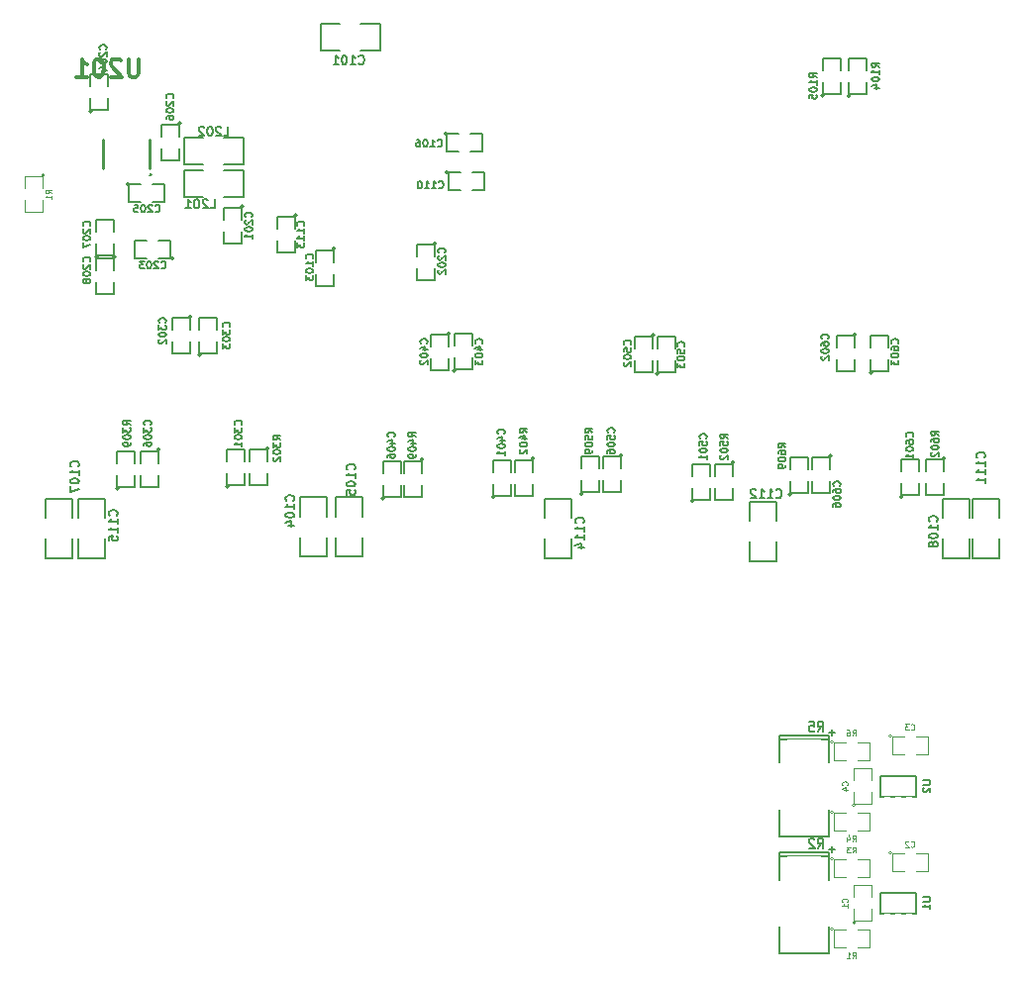
<source format=gbo>
G04 This is an RS-274x file exported by *
G04 gerbv version 2.6.0 *
G04 More information is available about gerbv at *
G04 http://gerbv.gpleda.org/ *
G04 --End of header info--*
%MOIN*%
%FSLAX34Y34*%
%IPPOS*%
G04 --Define apertures--*
%ADD10C,0.0000*%
%ADD11C,0.0050*%
%ADD12C,0.0098*%
%ADD13C,0.0039*%
%ADD14C,0.0120*%
%ADD15C,0.0043*%
%ADD16C,0.0060*%
%ADD17C,0.0059*%
%ADD18C,0.0059*%
%ADD19R,0.0200X0.0300*%
%ADD20R,0.1181X0.0787*%
%ADD21R,0.0550X0.0350*%
%ADD22R,0.0350X0.0550*%
%ADD23R,0.0600X0.0600*%
%ADD24C,0.0600*%
%ADD25R,0.1000X0.1000*%
%ADD26C,0.1000*%
%ADD27C,0.1600*%
G04 --Start main section--*
G54D11*
G01X0038950Y-060600D02*
G01X0039850Y-060600D01*
G01X0039850Y-060600D02*
G01X0039850Y-061250D01*
G01X0038950Y-061950D02*
G01X0038950Y-062600D01*
G01X0038950Y-062600D02*
G01X0039850Y-062600D01*
G01X0039850Y-062600D02*
G01X0039850Y-061950D01*
G01X0038950Y-061250D02*
G01X0038950Y-060600D01*
G01X0038750Y-062600D02*
G01X0037850Y-062600D01*
G01X0037850Y-062600D02*
G01X0037850Y-061950D01*
G01X0038750Y-061250D02*
G01X0038750Y-060600D01*
G01X0038750Y-060600D02*
G01X0037850Y-060600D01*
G01X0037850Y-060600D02*
G01X0037850Y-061250D01*
G01X0038750Y-061950D02*
G01X0038750Y-062600D01*
G01X0068050Y-060600D02*
G01X0068950Y-060600D01*
G01X0068950Y-060600D02*
G01X0068950Y-061250D01*
G01X0068050Y-061950D02*
G01X0068050Y-062600D01*
G01X0068050Y-062600D02*
G01X0068950Y-062600D01*
G01X0068950Y-062600D02*
G01X0068950Y-061950D01*
G01X0068050Y-061250D02*
G01X0068050Y-060600D01*
G01X0069950Y-062600D02*
G01X0069050Y-062600D01*
G01X0069050Y-062600D02*
G01X0069050Y-061950D01*
G01X0069950Y-061250D02*
G01X0069950Y-060600D01*
G01X0069950Y-060600D02*
G01X0069050Y-060600D01*
G01X0069050Y-060600D02*
G01X0069050Y-061250D01*
G01X0069950Y-061950D02*
G01X0069950Y-062600D01*
G01X0061550Y-060700D02*
G01X0062450Y-060700D01*
G01X0062450Y-060700D02*
G01X0062450Y-061350D01*
G01X0061550Y-062050D02*
G01X0061550Y-062700D01*
G01X0061550Y-062700D02*
G01X0062450Y-062700D01*
G01X0062450Y-062700D02*
G01X0062450Y-062050D01*
G01X0061550Y-061350D02*
G01X0061550Y-060700D01*
G01X0055550Y-062600D02*
G01X0054650Y-062600D01*
G01X0054650Y-062600D02*
G01X0054650Y-061950D01*
G01X0055550Y-061250D02*
G01X0055550Y-060600D01*
G01X0055550Y-060600D02*
G01X0054650Y-060600D01*
G01X0054650Y-060600D02*
G01X0054650Y-061250D01*
G01X0055550Y-061950D02*
G01X0055550Y-062600D01*
G01X0047300Y-062550D02*
G01X0046400Y-062550D01*
G01X0046400Y-062550D02*
G01X0046400Y-061900D01*
G01X0047300Y-061200D02*
G01X0047300Y-060550D01*
G01X0047300Y-060550D02*
G01X0046400Y-060550D01*
G01X0046400Y-060550D02*
G01X0046400Y-061200D01*
G01X0047300Y-061900D02*
G01X0047300Y-062550D01*
G01X0047600Y-060550D02*
G01X0048500Y-060550D01*
G01X0048500Y-060550D02*
G01X0048500Y-061200D01*
G01X0047600Y-061900D02*
G01X0047600Y-062550D01*
G01X0047600Y-062550D02*
G01X0048500Y-062550D01*
G01X0048500Y-062550D02*
G01X0048500Y-061900D01*
G01X0047600Y-061200D02*
G01X0047600Y-060550D01*
G01X0044500Y-049550D02*
G01X0044500Y-050450D01*
G01X0044500Y-050450D02*
G01X0043850Y-050450D01*
G01X0043150Y-049550D02*
G01X0042500Y-049550D01*
G01X0042500Y-049550D02*
G01X0042500Y-050450D01*
G01X0042500Y-050450D02*
G01X0043150Y-050450D01*
G01X0043850Y-049550D02*
G01X0044500Y-049550D01*
G01X0044500Y-048450D02*
G01X0044500Y-049350D01*
G01X0044500Y-049350D02*
G01X0043850Y-049350D01*
G01X0043150Y-048450D02*
G01X0042500Y-048450D01*
G01X0042500Y-048450D02*
G01X0042500Y-049350D01*
G01X0042500Y-049350D02*
G01X0043150Y-049350D01*
G01X0043850Y-048450D02*
G01X0044500Y-048450D01*
G01X0047100Y-045500D02*
G01X0047100Y-044600D01*
G01X0047100Y-044600D02*
G01X0047750Y-044600D01*
G01X0048450Y-045500D02*
G01X0049100Y-045500D01*
G01X0049100Y-045500D02*
G01X0049100Y-044600D01*
G01X0049100Y-044600D02*
G01X0048450Y-044600D01*
G01X0047750Y-045500D02*
G01X0047100Y-045500D01*
G01X0051649Y-056292D02*
G75*
G03X0051649Y-056292I-000050J0000000D01*
G01X0051599Y-055842D02*
G01X0051599Y-056242D01*
G01X0051599Y-056242D02*
G01X0052199Y-056242D01*
G01X0052199Y-056242D02*
G01X0052199Y-055842D01*
G01X0052199Y-055442D02*
G01X0052199Y-055042D01*
G01X0052199Y-055042D02*
G01X0051599Y-055042D01*
G01X0051599Y-055042D02*
G01X0051599Y-055442D01*
G01X0051462Y-055032D02*
G75*
G03X0051462Y-055032I-000050J0000000D01*
G01X0051412Y-055482D02*
G01X0051412Y-055082D01*
G01X0051412Y-055082D02*
G01X0050812Y-055082D01*
G01X0050812Y-055082D02*
G01X0050812Y-055482D01*
G01X0050812Y-055882D02*
G01X0050812Y-056282D01*
G01X0050812Y-056282D02*
G01X0051412Y-056282D01*
G01X0051412Y-056282D02*
G01X0051412Y-055882D01*
G01X0052948Y-060544D02*
G75*
G03X0052948Y-060544I-000050J0000000D01*
G01X0052898Y-060094D02*
G01X0052898Y-060494D01*
G01X0052898Y-060494D02*
G01X0053498Y-060494D01*
G01X0053498Y-060494D02*
G01X0053498Y-060094D01*
G01X0053498Y-059694D02*
G01X0053498Y-059294D01*
G01X0053498Y-059294D02*
G01X0052898Y-059294D01*
G01X0052898Y-059294D02*
G01X0052898Y-059694D01*
G01X0049248Y-060584D02*
G75*
G03X0049248Y-060584I-000050J0000000D01*
G01X0049198Y-060134D02*
G01X0049198Y-060534D01*
G01X0049198Y-060534D02*
G01X0049798Y-060534D01*
G01X0049798Y-060534D02*
G01X0049798Y-060134D01*
G01X0049798Y-059734D02*
G01X0049798Y-059334D01*
G01X0049798Y-059334D02*
G01X0049198Y-059334D01*
G01X0049198Y-059334D02*
G01X0049198Y-059734D01*
G01X0050556Y-059284D02*
G75*
G03X0050556Y-059284I-000050J0000000D01*
G01X0050506Y-059734D02*
G01X0050506Y-059334D01*
G01X0050506Y-059334D02*
G01X0049906Y-059334D01*
G01X0049906Y-059334D02*
G01X0049906Y-059734D01*
G01X0049906Y-060134D02*
G01X0049906Y-060534D01*
G01X0049906Y-060534D02*
G01X0050506Y-060534D01*
G01X0050506Y-060534D02*
G01X0050506Y-060134D01*
G01X0054296Y-059244D02*
G75*
G03X0054296Y-059244I-000050J0000000D01*
G01X0054246Y-059694D02*
G01X0054246Y-059294D01*
G01X0054246Y-059294D02*
G01X0053646Y-059294D01*
G01X0053646Y-059294D02*
G01X0053646Y-059694D01*
G01X0053646Y-060094D02*
G01X0053646Y-060494D01*
G01X0053646Y-060494D02*
G01X0054246Y-060494D01*
G01X0054246Y-060494D02*
G01X0054246Y-060094D01*
G01X0057272Y-059137D02*
G75*
G03X0057272Y-059137I-000050J0000000D01*
G01X0057222Y-059587D02*
G01X0057222Y-059187D01*
G01X0057222Y-059187D02*
G01X0056622Y-059187D01*
G01X0056622Y-059187D02*
G01X0056622Y-059587D01*
G01X0056622Y-059987D02*
G01X0056622Y-060387D01*
G01X0056622Y-060387D02*
G01X0057222Y-060387D01*
G01X0057222Y-060387D02*
G01X0057222Y-059987D01*
G01X0068119Y-059237D02*
G75*
G03X0068119Y-059237I-000050J0000000D01*
G01X0068069Y-059687D02*
G01X0068069Y-059287D01*
G01X0068069Y-059287D02*
G01X0067469Y-059287D01*
G01X0067469Y-059287D02*
G01X0067469Y-059687D01*
G01X0067469Y-060087D02*
G01X0067469Y-060487D01*
G01X0067469Y-060487D02*
G01X0068069Y-060487D01*
G01X0068069Y-060487D02*
G01X0068069Y-060087D01*
G01X0066692Y-060537D02*
G75*
G03X0066692Y-060537I-000050J0000000D01*
G01X0066642Y-060087D02*
G01X0066642Y-060487D01*
G01X0066642Y-060487D02*
G01X0067242Y-060487D01*
G01X0067242Y-060487D02*
G01X0067242Y-060087D01*
G01X0067242Y-059687D02*
G01X0067242Y-059287D01*
G01X0067242Y-059287D02*
G01X0066642Y-059287D01*
G01X0066642Y-059287D02*
G01X0066642Y-059687D01*
G01X0058483Y-056382D02*
G75*
G03X0058483Y-056382I-000050J0000000D01*
G01X0058433Y-055932D02*
G01X0058433Y-056332D01*
G01X0058433Y-056332D02*
G01X0059033Y-056332D01*
G01X0059033Y-056332D02*
G01X0059033Y-055932D01*
G01X0059033Y-055532D02*
G01X0059033Y-055132D01*
G01X0059033Y-055132D02*
G01X0058433Y-055132D01*
G01X0058433Y-055132D02*
G01X0058433Y-055532D01*
G01X0058335Y-055082D02*
G75*
G03X0058335Y-055082I-000050J0000000D01*
G01X0058285Y-055532D02*
G01X0058285Y-055132D01*
G01X0058285Y-055132D02*
G01X0057685Y-055132D01*
G01X0057685Y-055132D02*
G01X0057685Y-055532D01*
G01X0057685Y-055932D02*
G01X0057685Y-056332D01*
G01X0057685Y-056332D02*
G01X0058285Y-056332D01*
G01X0058285Y-056332D02*
G01X0058285Y-055932D01*
G01X0055924Y-060437D02*
G75*
G03X0055924Y-060437I-000050J0000000D01*
G01X0055874Y-059987D02*
G01X0055874Y-060387D01*
G01X0055874Y-060387D02*
G01X0056474Y-060387D01*
G01X0056474Y-060387D02*
G01X0056474Y-059987D01*
G01X0056474Y-059587D02*
G01X0056474Y-059187D01*
G01X0056474Y-059187D02*
G01X0055874Y-059187D01*
G01X0055874Y-059187D02*
G01X0055874Y-059587D01*
G01X0059664Y-060673D02*
G75*
G03X0059664Y-060673I-000050J0000000D01*
G01X0059614Y-060223D02*
G01X0059614Y-060623D01*
G01X0059614Y-060623D02*
G01X0060214Y-060623D01*
G01X0060214Y-060623D02*
G01X0060214Y-060223D01*
G01X0060214Y-059823D02*
G01X0060214Y-059423D01*
G01X0060214Y-059423D02*
G01X0059614Y-059423D01*
G01X0059614Y-059423D02*
G01X0059614Y-059823D01*
G01X0061012Y-059373D02*
G75*
G03X0061012Y-059373I-000050J0000000D01*
G01X0060962Y-059823D02*
G01X0060962Y-059423D01*
G01X0060962Y-059423D02*
G01X0060362Y-059423D01*
G01X0060362Y-059423D02*
G01X0060362Y-059823D01*
G01X0060362Y-060223D02*
G01X0060362Y-060623D01*
G01X0060362Y-060623D02*
G01X0060962Y-060623D01*
G01X0060962Y-060623D02*
G01X0060962Y-060223D01*
G01X0051000Y-052000D02*
G75*
G03X0051000Y-052000I-000050J0000000D01*
G01X0050950Y-052450D02*
G01X0050950Y-052050D01*
G01X0050950Y-052050D02*
G01X0050350Y-052050D01*
G01X0050350Y-052050D02*
G01X0050350Y-052450D01*
G01X0050350Y-052850D02*
G01X0050350Y-053250D01*
G01X0050350Y-053250D02*
G01X0050950Y-053250D01*
G01X0050950Y-053250D02*
G01X0050950Y-052850D01*
G01X0064300Y-059158D02*
G75*
G03X0064300Y-059158I-000050J0000000D01*
G01X0064250Y-059608D02*
G01X0064250Y-059208D01*
G01X0064250Y-059208D02*
G01X0063650Y-059208D01*
G01X0063650Y-059208D02*
G01X0063650Y-059608D01*
G01X0063650Y-060008D02*
G01X0063650Y-060408D01*
G01X0063650Y-060408D02*
G01X0064250Y-060408D01*
G01X0064250Y-060408D02*
G01X0064250Y-060008D01*
G01X0042400Y-047950D02*
G75*
G03X0042400Y-047950I-000050J0000000D01*
G01X0042350Y-048400D02*
G01X0042350Y-048000D01*
G01X0042350Y-048000D02*
G01X0041750Y-048000D01*
G01X0041750Y-048000D02*
G01X0041750Y-048400D01*
G01X0041750Y-048800D02*
G01X0041750Y-049200D01*
G01X0041750Y-049200D02*
G01X0042350Y-049200D01*
G01X0042350Y-049200D02*
G01X0042350Y-048800D01*
G01X0040650Y-050000D02*
G75*
G03X0040650Y-050000I-000050J0000000D01*
G01X0041050Y-050000D02*
G01X0040650Y-050000D01*
G01X0040650Y-050000D02*
G01X0040650Y-050600D01*
G01X0040650Y-050600D02*
G01X0041050Y-050600D01*
G01X0041450Y-050600D02*
G01X0041850Y-050600D01*
G01X0041850Y-050600D02*
G01X0041850Y-050000D01*
G01X0041850Y-050000D02*
G01X0041450Y-050000D01*
G01X0065127Y-055064D02*
G75*
G03X0065127Y-055064I-000050J0000000D01*
G01X0065077Y-055514D02*
G01X0065077Y-055114D01*
G01X0065077Y-055114D02*
G01X0064477Y-055114D01*
G01X0064477Y-055114D02*
G01X0064477Y-055514D01*
G01X0064477Y-055914D02*
G01X0064477Y-056314D01*
G01X0064477Y-056314D02*
G01X0065077Y-056314D01*
G01X0065077Y-056314D02*
G01X0065077Y-055914D01*
G01X0064925Y-047025D02*
G75*
G03X0064925Y-047025I-000050J0000000D01*
G01X0064875Y-046575D02*
G01X0064875Y-046975D01*
G01X0064875Y-046975D02*
G01X0065475Y-046975D01*
G01X0065475Y-046975D02*
G01X0065475Y-046575D01*
G01X0065475Y-046175D02*
G01X0065475Y-045775D01*
G01X0065475Y-045775D02*
G01X0064875Y-045775D01*
G01X0064875Y-045775D02*
G01X0064875Y-046175D01*
G01X0064050Y-047025D02*
G75*
G03X0064050Y-047025I-000050J0000000D01*
G01X0064000Y-046575D02*
G01X0064000Y-046975D01*
G01X0064000Y-046975D02*
G01X0064600Y-046975D01*
G01X0064600Y-046975D02*
G01X0064600Y-046575D01*
G01X0064600Y-046175D02*
G01X0064600Y-045775D01*
G01X0064600Y-045775D02*
G01X0064000Y-045775D01*
G01X0064000Y-045775D02*
G01X0064000Y-046175D01*
G01X0065668Y-056364D02*
G75*
G03X0065668Y-056364I-000050J0000000D01*
G01X0065618Y-055914D02*
G01X0065618Y-056314D01*
G01X0065618Y-056314D02*
G01X0066218Y-056314D01*
G01X0066218Y-056314D02*
G01X0066218Y-055914D01*
G01X0066218Y-055514D02*
G01X0066218Y-055114D01*
G01X0066218Y-055114D02*
G01X0065618Y-055114D01*
G01X0065618Y-055114D02*
G01X0065618Y-055514D01*
G01X0044500Y-050750D02*
G75*
G03X0044500Y-050750I-000050J0000000D01*
G01X0044450Y-051200D02*
G01X0044450Y-050800D01*
G01X0044450Y-050800D02*
G01X0043850Y-050800D01*
G01X0043850Y-050800D02*
G01X0043850Y-051200D01*
G01X0043850Y-051600D02*
G01X0043850Y-052000D01*
G01X0043850Y-052000D02*
G01X0044450Y-052000D01*
G01X0044450Y-052000D02*
G01X0044450Y-051600D01*
G01X0046300Y-051050D02*
G75*
G03X0046300Y-051050I-000050J0000000D01*
G01X0046250Y-051500D02*
G01X0046250Y-051100D01*
G01X0046250Y-051100D02*
G01X0045650Y-051100D01*
G01X0045650Y-051100D02*
G01X0045650Y-051500D01*
G01X0045650Y-051900D02*
G01X0045650Y-052300D01*
G01X0045650Y-052300D02*
G01X0046250Y-052300D01*
G01X0046250Y-052300D02*
G01X0046250Y-051900D01*
G01X0051400Y-049600D02*
G75*
G03X0051400Y-049600I-000050J0000000D01*
G01X0051800Y-049600D02*
G01X0051400Y-049600D01*
G01X0051400Y-049600D02*
G01X0051400Y-050200D01*
G01X0051400Y-050200D02*
G01X0051800Y-050200D01*
G01X0052200Y-050200D02*
G01X0052600Y-050200D01*
G01X0052600Y-050200D02*
G01X0052600Y-049600D01*
G01X0052600Y-049600D02*
G01X0052200Y-049600D01*
G01X0051350Y-048300D02*
G75*
G03X0051350Y-048300I-000050J0000000D01*
G01X0051750Y-048300D02*
G01X0051350Y-048300D01*
G01X0051350Y-048300D02*
G01X0051350Y-048900D01*
G01X0051350Y-048900D02*
G01X0051750Y-048900D01*
G01X0052150Y-048900D02*
G01X0052550Y-048900D01*
G01X0052550Y-048900D02*
G01X0052550Y-048300D01*
G01X0052550Y-048300D02*
G01X0052150Y-048300D01*
G01X0047600Y-052175D02*
G75*
G03X0047600Y-052175I-000050J0000000D01*
G01X0047550Y-052625D02*
G01X0047550Y-052225D01*
G01X0047550Y-052225D02*
G01X0046950Y-052225D01*
G01X0046950Y-052225D02*
G01X0046950Y-052625D01*
G01X0046950Y-053025D02*
G01X0046950Y-053425D01*
G01X0046950Y-053425D02*
G01X0047550Y-053425D01*
G01X0047550Y-053425D02*
G01X0047550Y-053025D01*
G01X0062952Y-060458D02*
G75*
G03X0062952Y-060458I-000050J0000000D01*
G01X0062902Y-060008D02*
G01X0062902Y-060408D01*
G01X0062902Y-060408D02*
G01X0063502Y-060408D01*
G01X0063502Y-060408D02*
G01X0063502Y-060008D01*
G01X0063502Y-059608D02*
G01X0063502Y-059208D01*
G01X0063502Y-059208D02*
G01X0062902Y-059208D01*
G01X0062902Y-059208D02*
G01X0062902Y-059608D01*
G01X0043064Y-055756D02*
G75*
G03X0043064Y-055756I-000050J0000000D01*
G01X0043014Y-055306D02*
G01X0043014Y-055706D01*
G01X0043014Y-055706D02*
G01X0043614Y-055706D01*
G01X0043614Y-055706D02*
G01X0043614Y-055306D01*
G01X0043614Y-054906D02*
G01X0043614Y-054506D01*
G01X0043614Y-054506D02*
G01X0043014Y-054506D01*
G01X0043014Y-054506D02*
G01X0043014Y-054906D01*
G01X0042759Y-054456D02*
G75*
G03X0042759Y-054456I-000050J0000000D01*
G01X0042709Y-054906D02*
G01X0042709Y-054506D01*
G01X0042709Y-054506D02*
G01X0042109Y-054506D01*
G01X0042109Y-054506D02*
G01X0042109Y-054906D01*
G01X0042109Y-055306D02*
G01X0042109Y-055706D01*
G01X0042109Y-055706D02*
G01X0042709Y-055706D01*
G01X0042709Y-055706D02*
G01X0042709Y-055306D01*
G01X0041696Y-058944D02*
G75*
G03X0041696Y-058944I-000050J0000000D01*
G01X0041646Y-059394D02*
G01X0041646Y-058994D01*
G01X0041646Y-058994D02*
G01X0041046Y-058994D01*
G01X0041046Y-058994D02*
G01X0041046Y-059394D01*
G01X0041046Y-059794D02*
G01X0041046Y-060194D01*
G01X0041046Y-060194D02*
G01X0041646Y-060194D01*
G01X0041646Y-060194D02*
G01X0041646Y-059794D01*
G01X0040309Y-060244D02*
G75*
G03X0040309Y-060244I-000050J0000000D01*
G01X0040259Y-059794D02*
G01X0040259Y-060194D01*
G01X0040259Y-060194D02*
G01X0040859Y-060194D01*
G01X0040859Y-060194D02*
G01X0040859Y-059794D01*
G01X0040859Y-059394D02*
G01X0040859Y-058994D01*
G01X0040859Y-058994D02*
G01X0040259Y-058994D01*
G01X0040259Y-058994D02*
G01X0040259Y-059394D01*
G01X0040200Y-052450D02*
G75*
G03X0040200Y-052450I-000050J0000000D01*
G01X0040150Y-052900D02*
G01X0040150Y-052500D01*
G01X0040150Y-052500D02*
G01X0039550Y-052500D01*
G01X0039550Y-052500D02*
G01X0039550Y-052900D01*
G01X0039550Y-053300D02*
G01X0039550Y-053700D01*
G01X0039550Y-053700D02*
G01X0040150Y-053700D01*
G01X0040150Y-053700D02*
G01X0040150Y-053300D01*
G01X0045357Y-058905D02*
G75*
G03X0045357Y-058905I-000050J0000000D01*
G01X0045307Y-059355D02*
G01X0045307Y-058955D01*
G01X0045307Y-058955D02*
G01X0044707Y-058955D01*
G01X0044707Y-058955D02*
G01X0044707Y-059355D01*
G01X0044707Y-059755D02*
G01X0044707Y-060155D01*
G01X0044707Y-060155D02*
G01X0045307Y-060155D01*
G01X0045307Y-060155D02*
G01X0045307Y-059755D01*
G01X0039600Y-052450D02*
G75*
G03X0039600Y-052450I-000050J0000000D01*
G01X0039550Y-052000D02*
G01X0039550Y-052400D01*
G01X0039550Y-052400D02*
G01X0040150Y-052400D01*
G01X0040150Y-052400D02*
G01X0040150Y-052000D01*
G01X0040150Y-051600D02*
G01X0040150Y-051200D01*
G01X0040150Y-051200D02*
G01X0039550Y-051200D01*
G01X0039550Y-051200D02*
G01X0039550Y-051600D01*
G01X0042150Y-052500D02*
G75*
G03X0042150Y-052500I-000050J0000000D01*
G01X0041650Y-052500D02*
G01X0042050Y-052500D01*
G01X0042050Y-052500D02*
G01X0042050Y-051900D01*
G01X0042050Y-051900D02*
G01X0041650Y-051900D01*
G01X0041250Y-051900D02*
G01X0040850Y-051900D01*
G01X0040850Y-051900D02*
G01X0040850Y-052500D01*
G01X0040850Y-052500D02*
G01X0041250Y-052500D01*
G01X0039400Y-047550D02*
G75*
G03X0039400Y-047550I-000050J0000000D01*
G01X0039350Y-047100D02*
G01X0039350Y-047500D01*
G01X0039350Y-047500D02*
G01X0039950Y-047500D01*
G01X0039950Y-047500D02*
G01X0039950Y-047100D01*
G01X0039950Y-046700D02*
G01X0039950Y-046300D01*
G01X0039950Y-046300D02*
G01X0039350Y-046300D01*
G01X0039350Y-046300D02*
G01X0039350Y-046700D01*
G01X0044009Y-060205D02*
G75*
G03X0044009Y-060205I-000050J0000000D01*
G01X0043959Y-059755D02*
G01X0043959Y-060155D01*
G01X0043959Y-060155D02*
G01X0044559Y-060155D01*
G01X0044559Y-060155D02*
G01X0044559Y-059755D01*
G01X0044559Y-059355D02*
G01X0044559Y-058955D01*
G01X0044559Y-058955D02*
G01X0043959Y-058955D01*
G01X0043959Y-058955D02*
G01X0043959Y-059355D01*
G54D12*
G01X0041384Y-049684D02*
G75*
G03X0041384Y-049684I-000022J0000000D01*
G01X0039763Y-048499D02*
G01X0039763Y-049463D01*
G01X0041337Y-049463D02*
G01X0041337Y-048499D01*
G54D13*
G01X0037800Y-049700D02*
G75*
G03X0037800Y-049700I-000050J0000000D01*
G01X0037750Y-050150D02*
G01X0037750Y-049750D01*
G01X0037750Y-049750D02*
G01X0037150Y-049750D01*
G01X0037150Y-049750D02*
G01X0037150Y-050150D01*
G01X0037150Y-050550D02*
G01X0037150Y-050950D01*
G01X0037150Y-050950D02*
G01X0037750Y-050950D01*
G01X0037750Y-050950D02*
G01X0037750Y-050550D01*
G54D11*
G01X0040242Y-061164D02*
G01X0040257Y-061150D01*
G01X0040257Y-061150D02*
G01X0040271Y-061107D01*
G01X0040271Y-061107D02*
G01X0040271Y-061078D01*
G01X0040271Y-061078D02*
G01X0040257Y-061035D01*
G01X0040257Y-061035D02*
G01X0040228Y-061007D01*
G01X0040228Y-061007D02*
G01X0040200Y-060992D01*
G01X0040200Y-060992D02*
G01X0040142Y-060978D01*
G01X0040142Y-060978D02*
G01X0040100Y-060978D01*
G01X0040100Y-060978D02*
G01X0040042Y-060992D01*
G01X0040042Y-060992D02*
G01X0040014Y-061007D01*
G01X0040014Y-061007D02*
G01X0039985Y-061035D01*
G01X0039985Y-061035D02*
G01X0039971Y-061078D01*
G01X0039971Y-061078D02*
G01X0039971Y-061107D01*
G01X0039971Y-061107D02*
G01X0039985Y-061150D01*
G01X0039985Y-061150D02*
G01X0040000Y-061164D01*
G01X0040271Y-061450D02*
G01X0040271Y-061278D01*
G01X0040271Y-061364D02*
G01X0039971Y-061364D01*
G01X0039971Y-061364D02*
G01X0040014Y-061335D01*
G01X0040014Y-061335D02*
G01X0040042Y-061307D01*
G01X0040042Y-061307D02*
G01X0040057Y-061278D01*
G01X0040271Y-061735D02*
G01X0040271Y-061564D01*
G01X0040271Y-061650D02*
G01X0039971Y-061650D01*
G01X0039971Y-061650D02*
G01X0040014Y-061621D01*
G01X0040014Y-061621D02*
G01X0040042Y-061592D01*
G01X0040042Y-061592D02*
G01X0040057Y-061564D01*
G01X0039971Y-062007D02*
G01X0039971Y-061864D01*
G01X0039971Y-061864D02*
G01X0040114Y-061850D01*
G01X0040114Y-061850D02*
G01X0040100Y-061864D01*
G01X0040100Y-061864D02*
G01X0040085Y-061892D01*
G01X0040085Y-061892D02*
G01X0040085Y-061964D01*
G01X0040085Y-061964D02*
G01X0040100Y-061992D01*
G01X0040100Y-061992D02*
G01X0040114Y-062007D01*
G01X0040114Y-062007D02*
G01X0040142Y-062021D01*
G01X0040142Y-062021D02*
G01X0040214Y-062021D01*
G01X0040214Y-062021D02*
G01X0040242Y-062007D01*
G01X0040242Y-062007D02*
G01X0040257Y-061992D01*
G01X0040257Y-061992D02*
G01X0040271Y-061964D01*
G01X0040271Y-061964D02*
G01X0040271Y-061892D01*
G01X0040271Y-061892D02*
G01X0040257Y-061864D01*
G01X0040257Y-061864D02*
G01X0040242Y-061850D01*
G01X0038942Y-059514D02*
G01X0038957Y-059500D01*
G01X0038957Y-059500D02*
G01X0038971Y-059457D01*
G01X0038971Y-059457D02*
G01X0038971Y-059428D01*
G01X0038971Y-059428D02*
G01X0038957Y-059385D01*
G01X0038957Y-059385D02*
G01X0038928Y-059357D01*
G01X0038928Y-059357D02*
G01X0038900Y-059342D01*
G01X0038900Y-059342D02*
G01X0038842Y-059328D01*
G01X0038842Y-059328D02*
G01X0038800Y-059328D01*
G01X0038800Y-059328D02*
G01X0038742Y-059342D01*
G01X0038742Y-059342D02*
G01X0038714Y-059357D01*
G01X0038714Y-059357D02*
G01X0038685Y-059385D01*
G01X0038685Y-059385D02*
G01X0038671Y-059428D01*
G01X0038671Y-059428D02*
G01X0038671Y-059457D01*
G01X0038671Y-059457D02*
G01X0038685Y-059500D01*
G01X0038685Y-059500D02*
G01X0038700Y-059514D01*
G01X0038971Y-059800D02*
G01X0038971Y-059628D01*
G01X0038971Y-059714D02*
G01X0038671Y-059714D01*
G01X0038671Y-059714D02*
G01X0038714Y-059685D01*
G01X0038714Y-059685D02*
G01X0038742Y-059657D01*
G01X0038742Y-059657D02*
G01X0038757Y-059628D01*
G01X0038671Y-059985D02*
G01X0038671Y-060014D01*
G01X0038671Y-060014D02*
G01X0038685Y-060042D01*
G01X0038685Y-060042D02*
G01X0038700Y-060057D01*
G01X0038700Y-060057D02*
G01X0038728Y-060071D01*
G01X0038728Y-060071D02*
G01X0038785Y-060085D01*
G01X0038785Y-060085D02*
G01X0038857Y-060085D01*
G01X0038857Y-060085D02*
G01X0038914Y-060071D01*
G01X0038914Y-060071D02*
G01X0038942Y-060057D01*
G01X0038942Y-060057D02*
G01X0038957Y-060042D01*
G01X0038957Y-060042D02*
G01X0038971Y-060014D01*
G01X0038971Y-060014D02*
G01X0038971Y-059985D01*
G01X0038971Y-059985D02*
G01X0038957Y-059957D01*
G01X0038957Y-059957D02*
G01X0038942Y-059942D01*
G01X0038942Y-059942D02*
G01X0038914Y-059928D01*
G01X0038914Y-059928D02*
G01X0038857Y-059914D01*
G01X0038857Y-059914D02*
G01X0038785Y-059914D01*
G01X0038785Y-059914D02*
G01X0038728Y-059928D01*
G01X0038728Y-059928D02*
G01X0038700Y-059942D01*
G01X0038700Y-059942D02*
G01X0038685Y-059957D01*
G01X0038685Y-059957D02*
G01X0038671Y-059985D01*
G01X0038671Y-060185D02*
G01X0038671Y-060385D01*
G01X0038671Y-060385D02*
G01X0038971Y-060257D01*
G01X0067842Y-061364D02*
G01X0067857Y-061350D01*
G01X0067857Y-061350D02*
G01X0067871Y-061307D01*
G01X0067871Y-061307D02*
G01X0067871Y-061278D01*
G01X0067871Y-061278D02*
G01X0067857Y-061235D01*
G01X0067857Y-061235D02*
G01X0067828Y-061207D01*
G01X0067828Y-061207D02*
G01X0067800Y-061192D01*
G01X0067800Y-061192D02*
G01X0067742Y-061178D01*
G01X0067742Y-061178D02*
G01X0067700Y-061178D01*
G01X0067700Y-061178D02*
G01X0067642Y-061192D01*
G01X0067642Y-061192D02*
G01X0067614Y-061207D01*
G01X0067614Y-061207D02*
G01X0067585Y-061235D01*
G01X0067585Y-061235D02*
G01X0067571Y-061278D01*
G01X0067571Y-061278D02*
G01X0067571Y-061307D01*
G01X0067571Y-061307D02*
G01X0067585Y-061350D01*
G01X0067585Y-061350D02*
G01X0067600Y-061364D01*
G01X0067871Y-061650D02*
G01X0067871Y-061478D01*
G01X0067871Y-061564D02*
G01X0067571Y-061564D01*
G01X0067571Y-061564D02*
G01X0067614Y-061535D01*
G01X0067614Y-061535D02*
G01X0067642Y-061507D01*
G01X0067642Y-061507D02*
G01X0067657Y-061478D01*
G01X0067571Y-061835D02*
G01X0067571Y-061864D01*
G01X0067571Y-061864D02*
G01X0067585Y-061892D01*
G01X0067585Y-061892D02*
G01X0067600Y-061907D01*
G01X0067600Y-061907D02*
G01X0067628Y-061921D01*
G01X0067628Y-061921D02*
G01X0067685Y-061935D01*
G01X0067685Y-061935D02*
G01X0067757Y-061935D01*
G01X0067757Y-061935D02*
G01X0067814Y-061921D01*
G01X0067814Y-061921D02*
G01X0067842Y-061907D01*
G01X0067842Y-061907D02*
G01X0067857Y-061892D01*
G01X0067857Y-061892D02*
G01X0067871Y-061864D01*
G01X0067871Y-061864D02*
G01X0067871Y-061835D01*
G01X0067871Y-061835D02*
G01X0067857Y-061807D01*
G01X0067857Y-061807D02*
G01X0067842Y-061792D01*
G01X0067842Y-061792D02*
G01X0067814Y-061778D01*
G01X0067814Y-061778D02*
G01X0067757Y-061764D01*
G01X0067757Y-061764D02*
G01X0067685Y-061764D01*
G01X0067685Y-061764D02*
G01X0067628Y-061778D01*
G01X0067628Y-061778D02*
G01X0067600Y-061792D01*
G01X0067600Y-061792D02*
G01X0067585Y-061807D01*
G01X0067585Y-061807D02*
G01X0067571Y-061835D01*
G01X0067700Y-062107D02*
G01X0067685Y-062078D01*
G01X0067685Y-062078D02*
G01X0067671Y-062064D01*
G01X0067671Y-062064D02*
G01X0067642Y-062050D01*
G01X0067642Y-062050D02*
G01X0067628Y-062050D01*
G01X0067628Y-062050D02*
G01X0067600Y-062064D01*
G01X0067600Y-062064D02*
G01X0067585Y-062078D01*
G01X0067585Y-062078D02*
G01X0067571Y-062107D01*
G01X0067571Y-062107D02*
G01X0067571Y-062164D01*
G01X0067571Y-062164D02*
G01X0067585Y-062192D01*
G01X0067585Y-062192D02*
G01X0067600Y-062207D01*
G01X0067600Y-062207D02*
G01X0067628Y-062221D01*
G01X0067628Y-062221D02*
G01X0067642Y-062221D01*
G01X0067642Y-062221D02*
G01X0067671Y-062207D01*
G01X0067671Y-062207D02*
G01X0067685Y-062192D01*
G01X0067685Y-062192D02*
G01X0067700Y-062164D01*
G01X0067700Y-062164D02*
G01X0067700Y-062107D01*
G01X0067700Y-062107D02*
G01X0067714Y-062078D01*
G01X0067714Y-062078D02*
G01X0067728Y-062064D01*
G01X0067728Y-062064D02*
G01X0067757Y-062050D01*
G01X0067757Y-062050D02*
G01X0067814Y-062050D01*
G01X0067814Y-062050D02*
G01X0067842Y-062064D01*
G01X0067842Y-062064D02*
G01X0067857Y-062078D01*
G01X0067857Y-062078D02*
G01X0067871Y-062107D01*
G01X0067871Y-062107D02*
G01X0067871Y-062164D01*
G01X0067871Y-062164D02*
G01X0067857Y-062192D01*
G01X0067857Y-062192D02*
G01X0067842Y-062207D01*
G01X0067842Y-062207D02*
G01X0067814Y-062221D01*
G01X0067814Y-062221D02*
G01X0067757Y-062221D01*
G01X0067757Y-062221D02*
G01X0067728Y-062207D01*
G01X0067728Y-062207D02*
G01X0067714Y-062192D01*
G01X0067714Y-062192D02*
G01X0067700Y-062164D01*
G01X0069442Y-059214D02*
G01X0069457Y-059200D01*
G01X0069457Y-059200D02*
G01X0069471Y-059157D01*
G01X0069471Y-059157D02*
G01X0069471Y-059128D01*
G01X0069471Y-059128D02*
G01X0069457Y-059085D01*
G01X0069457Y-059085D02*
G01X0069428Y-059057D01*
G01X0069428Y-059057D02*
G01X0069400Y-059042D01*
G01X0069400Y-059042D02*
G01X0069342Y-059028D01*
G01X0069342Y-059028D02*
G01X0069300Y-059028D01*
G01X0069300Y-059028D02*
G01X0069242Y-059042D01*
G01X0069242Y-059042D02*
G01X0069214Y-059057D01*
G01X0069214Y-059057D02*
G01X0069185Y-059085D01*
G01X0069185Y-059085D02*
G01X0069171Y-059128D01*
G01X0069171Y-059128D02*
G01X0069171Y-059157D01*
G01X0069171Y-059157D02*
G01X0069185Y-059200D01*
G01X0069185Y-059200D02*
G01X0069200Y-059214D01*
G01X0069471Y-059500D02*
G01X0069471Y-059328D01*
G01X0069471Y-059414D02*
G01X0069171Y-059414D01*
G01X0069171Y-059414D02*
G01X0069214Y-059385D01*
G01X0069214Y-059385D02*
G01X0069242Y-059357D01*
G01X0069242Y-059357D02*
G01X0069257Y-059328D01*
G01X0069471Y-059785D02*
G01X0069471Y-059614D01*
G01X0069471Y-059700D02*
G01X0069171Y-059700D01*
G01X0069171Y-059700D02*
G01X0069214Y-059671D01*
G01X0069214Y-059671D02*
G01X0069242Y-059642D01*
G01X0069242Y-059642D02*
G01X0069257Y-059614D01*
G01X0069471Y-060071D02*
G01X0069471Y-059900D01*
G01X0069471Y-059985D02*
G01X0069171Y-059985D01*
G01X0069171Y-059985D02*
G01X0069214Y-059957D01*
G01X0069214Y-059957D02*
G01X0069242Y-059928D01*
G01X0069242Y-059928D02*
G01X0069257Y-059900D01*
G01X0062435Y-060542D02*
G01X0062450Y-060557D01*
G01X0062450Y-060557D02*
G01X0062492Y-060571D01*
G01X0062492Y-060571D02*
G01X0062521Y-060571D01*
G01X0062521Y-060571D02*
G01X0062564Y-060557D01*
G01X0062564Y-060557D02*
G01X0062592Y-060528D01*
G01X0062592Y-060528D02*
G01X0062607Y-060500D01*
G01X0062607Y-060500D02*
G01X0062621Y-060442D01*
G01X0062621Y-060442D02*
G01X0062621Y-060400D01*
G01X0062621Y-060400D02*
G01X0062607Y-060342D01*
G01X0062607Y-060342D02*
G01X0062592Y-060314D01*
G01X0062592Y-060314D02*
G01X0062564Y-060285D01*
G01X0062564Y-060285D02*
G01X0062521Y-060271D01*
G01X0062521Y-060271D02*
G01X0062492Y-060271D01*
G01X0062492Y-060271D02*
G01X0062450Y-060285D01*
G01X0062450Y-060285D02*
G01X0062435Y-060300D01*
G01X0062150Y-060571D02*
G01X0062321Y-060571D01*
G01X0062235Y-060571D02*
G01X0062235Y-060271D01*
G01X0062235Y-060271D02*
G01X0062264Y-060314D01*
G01X0062264Y-060314D02*
G01X0062292Y-060342D01*
G01X0062292Y-060342D02*
G01X0062321Y-060357D01*
G01X0061864Y-060571D02*
G01X0062035Y-060571D01*
G01X0061950Y-060571D02*
G01X0061950Y-060271D01*
G01X0061950Y-060271D02*
G01X0061978Y-060314D01*
G01X0061978Y-060314D02*
G01X0062007Y-060342D01*
G01X0062007Y-060342D02*
G01X0062035Y-060357D01*
G01X0061750Y-060300D02*
G01X0061735Y-060285D01*
G01X0061735Y-060285D02*
G01X0061707Y-060271D01*
G01X0061707Y-060271D02*
G01X0061635Y-060271D01*
G01X0061635Y-060271D02*
G01X0061607Y-060285D01*
G01X0061607Y-060285D02*
G01X0061592Y-060300D01*
G01X0061592Y-060300D02*
G01X0061578Y-060328D01*
G01X0061578Y-060328D02*
G01X0061578Y-060357D01*
G01X0061578Y-060357D02*
G01X0061592Y-060400D01*
G01X0061592Y-060400D02*
G01X0061764Y-060571D01*
G01X0061764Y-060571D02*
G01X0061578Y-060571D01*
G01X0055942Y-061414D02*
G01X0055957Y-061400D01*
G01X0055957Y-061400D02*
G01X0055971Y-061357D01*
G01X0055971Y-061357D02*
G01X0055971Y-061328D01*
G01X0055971Y-061328D02*
G01X0055957Y-061285D01*
G01X0055957Y-061285D02*
G01X0055928Y-061257D01*
G01X0055928Y-061257D02*
G01X0055900Y-061242D01*
G01X0055900Y-061242D02*
G01X0055842Y-061228D01*
G01X0055842Y-061228D02*
G01X0055800Y-061228D01*
G01X0055800Y-061228D02*
G01X0055742Y-061242D01*
G01X0055742Y-061242D02*
G01X0055714Y-061257D01*
G01X0055714Y-061257D02*
G01X0055685Y-061285D01*
G01X0055685Y-061285D02*
G01X0055671Y-061328D01*
G01X0055671Y-061328D02*
G01X0055671Y-061357D01*
G01X0055671Y-061357D02*
G01X0055685Y-061400D01*
G01X0055685Y-061400D02*
G01X0055700Y-061414D01*
G01X0055971Y-061700D02*
G01X0055971Y-061528D01*
G01X0055971Y-061614D02*
G01X0055671Y-061614D01*
G01X0055671Y-061614D02*
G01X0055714Y-061585D01*
G01X0055714Y-061585D02*
G01X0055742Y-061557D01*
G01X0055742Y-061557D02*
G01X0055757Y-061528D01*
G01X0055971Y-061985D02*
G01X0055971Y-061814D01*
G01X0055971Y-061900D02*
G01X0055671Y-061900D01*
G01X0055671Y-061900D02*
G01X0055714Y-061871D01*
G01X0055714Y-061871D02*
G01X0055742Y-061842D01*
G01X0055742Y-061842D02*
G01X0055757Y-061814D01*
G01X0055771Y-062242D02*
G01X0055971Y-062242D01*
G01X0055657Y-062171D02*
G01X0055871Y-062100D01*
G01X0055871Y-062100D02*
G01X0055871Y-062285D01*
G01X0046192Y-060664D02*
G01X0046207Y-060650D01*
G01X0046207Y-060650D02*
G01X0046221Y-060607D01*
G01X0046221Y-060607D02*
G01X0046221Y-060578D01*
G01X0046221Y-060578D02*
G01X0046207Y-060535D01*
G01X0046207Y-060535D02*
G01X0046178Y-060507D01*
G01X0046178Y-060507D02*
G01X0046150Y-060492D01*
G01X0046150Y-060492D02*
G01X0046092Y-060478D01*
G01X0046092Y-060478D02*
G01X0046050Y-060478D01*
G01X0046050Y-060478D02*
G01X0045992Y-060492D01*
G01X0045992Y-060492D02*
G01X0045964Y-060507D01*
G01X0045964Y-060507D02*
G01X0045935Y-060535D01*
G01X0045935Y-060535D02*
G01X0045921Y-060578D01*
G01X0045921Y-060578D02*
G01X0045921Y-060607D01*
G01X0045921Y-060607D02*
G01X0045935Y-060650D01*
G01X0045935Y-060650D02*
G01X0045950Y-060664D01*
G01X0046221Y-060950D02*
G01X0046221Y-060778D01*
G01X0046221Y-060864D02*
G01X0045921Y-060864D01*
G01X0045921Y-060864D02*
G01X0045964Y-060835D01*
G01X0045964Y-060835D02*
G01X0045992Y-060807D01*
G01X0045992Y-060807D02*
G01X0046007Y-060778D01*
G01X0045921Y-061135D02*
G01X0045921Y-061164D01*
G01X0045921Y-061164D02*
G01X0045935Y-061192D01*
G01X0045935Y-061192D02*
G01X0045950Y-061207D01*
G01X0045950Y-061207D02*
G01X0045978Y-061221D01*
G01X0045978Y-061221D02*
G01X0046035Y-061235D01*
G01X0046035Y-061235D02*
G01X0046107Y-061235D01*
G01X0046107Y-061235D02*
G01X0046164Y-061221D01*
G01X0046164Y-061221D02*
G01X0046192Y-061207D01*
G01X0046192Y-061207D02*
G01X0046207Y-061192D01*
G01X0046207Y-061192D02*
G01X0046221Y-061164D01*
G01X0046221Y-061164D02*
G01X0046221Y-061135D01*
G01X0046221Y-061135D02*
G01X0046207Y-061107D01*
G01X0046207Y-061107D02*
G01X0046192Y-061092D01*
G01X0046192Y-061092D02*
G01X0046164Y-061078D01*
G01X0046164Y-061078D02*
G01X0046107Y-061064D01*
G01X0046107Y-061064D02*
G01X0046035Y-061064D01*
G01X0046035Y-061064D02*
G01X0045978Y-061078D01*
G01X0045978Y-061078D02*
G01X0045950Y-061092D01*
G01X0045950Y-061092D02*
G01X0045935Y-061107D01*
G01X0045935Y-061107D02*
G01X0045921Y-061135D01*
G01X0046021Y-061492D02*
G01X0046221Y-061492D01*
G01X0045907Y-061421D02*
G01X0046121Y-061350D01*
G01X0046121Y-061350D02*
G01X0046121Y-061535D01*
G01X0048242Y-059614D02*
G01X0048257Y-059600D01*
G01X0048257Y-059600D02*
G01X0048271Y-059557D01*
G01X0048271Y-059557D02*
G01X0048271Y-059528D01*
G01X0048271Y-059528D02*
G01X0048257Y-059485D01*
G01X0048257Y-059485D02*
G01X0048228Y-059457D01*
G01X0048228Y-059457D02*
G01X0048200Y-059442D01*
G01X0048200Y-059442D02*
G01X0048142Y-059428D01*
G01X0048142Y-059428D02*
G01X0048100Y-059428D01*
G01X0048100Y-059428D02*
G01X0048042Y-059442D01*
G01X0048042Y-059442D02*
G01X0048014Y-059457D01*
G01X0048014Y-059457D02*
G01X0047985Y-059485D01*
G01X0047985Y-059485D02*
G01X0047971Y-059528D01*
G01X0047971Y-059528D02*
G01X0047971Y-059557D01*
G01X0047971Y-059557D02*
G01X0047985Y-059600D01*
G01X0047985Y-059600D02*
G01X0048000Y-059614D01*
G01X0048271Y-059900D02*
G01X0048271Y-059728D01*
G01X0048271Y-059814D02*
G01X0047971Y-059814D01*
G01X0047971Y-059814D02*
G01X0048014Y-059785D01*
G01X0048014Y-059785D02*
G01X0048042Y-059757D01*
G01X0048042Y-059757D02*
G01X0048057Y-059728D01*
G01X0047971Y-060085D02*
G01X0047971Y-060114D01*
G01X0047971Y-060114D02*
G01X0047985Y-060142D01*
G01X0047985Y-060142D02*
G01X0048000Y-060157D01*
G01X0048000Y-060157D02*
G01X0048028Y-060171D01*
G01X0048028Y-060171D02*
G01X0048085Y-060185D01*
G01X0048085Y-060185D02*
G01X0048157Y-060185D01*
G01X0048157Y-060185D02*
G01X0048214Y-060171D01*
G01X0048214Y-060171D02*
G01X0048242Y-060157D01*
G01X0048242Y-060157D02*
G01X0048257Y-060142D01*
G01X0048257Y-060142D02*
G01X0048271Y-060114D01*
G01X0048271Y-060114D02*
G01X0048271Y-060085D01*
G01X0048271Y-060085D02*
G01X0048257Y-060057D01*
G01X0048257Y-060057D02*
G01X0048242Y-060042D01*
G01X0048242Y-060042D02*
G01X0048214Y-060028D01*
G01X0048214Y-060028D02*
G01X0048157Y-060014D01*
G01X0048157Y-060014D02*
G01X0048085Y-060014D01*
G01X0048085Y-060014D02*
G01X0048028Y-060028D01*
G01X0048028Y-060028D02*
G01X0048000Y-060042D01*
G01X0048000Y-060042D02*
G01X0047985Y-060057D01*
G01X0047985Y-060057D02*
G01X0047971Y-060085D01*
G01X0047971Y-060457D02*
G01X0047971Y-060314D01*
G01X0047971Y-060314D02*
G01X0048114Y-060300D01*
G01X0048114Y-060300D02*
G01X0048100Y-060314D01*
G01X0048100Y-060314D02*
G01X0048085Y-060342D01*
G01X0048085Y-060342D02*
G01X0048085Y-060414D01*
G01X0048085Y-060414D02*
G01X0048100Y-060442D01*
G01X0048100Y-060442D02*
G01X0048114Y-060457D01*
G01X0048114Y-060457D02*
G01X0048142Y-060471D01*
G01X0048142Y-060471D02*
G01X0048214Y-060471D01*
G01X0048214Y-060471D02*
G01X0048242Y-060457D01*
G01X0048242Y-060457D02*
G01X0048257Y-060442D01*
G01X0048257Y-060442D02*
G01X0048271Y-060414D01*
G01X0048271Y-060414D02*
G01X0048271Y-060342D01*
G01X0048271Y-060342D02*
G01X0048257Y-060314D01*
G01X0048257Y-060314D02*
G01X0048242Y-060300D01*
G01X0043385Y-050821D02*
G01X0043528Y-050821D01*
G01X0043528Y-050821D02*
G01X0043528Y-050521D01*
G01X0043299Y-050550D02*
G01X0043285Y-050535D01*
G01X0043285Y-050535D02*
G01X0043257Y-050521D01*
G01X0043257Y-050521D02*
G01X0043185Y-050521D01*
G01X0043185Y-050521D02*
G01X0043157Y-050535D01*
G01X0043157Y-050535D02*
G01X0043142Y-050550D01*
G01X0043142Y-050550D02*
G01X0043128Y-050578D01*
G01X0043128Y-050578D02*
G01X0043128Y-050607D01*
G01X0043128Y-050607D02*
G01X0043142Y-050650D01*
G01X0043142Y-050650D02*
G01X0043314Y-050821D01*
G01X0043314Y-050821D02*
G01X0043128Y-050821D01*
G01X0042942Y-050521D02*
G01X0042914Y-050521D01*
G01X0042914Y-050521D02*
G01X0042885Y-050535D01*
G01X0042885Y-050535D02*
G01X0042871Y-050550D01*
G01X0042871Y-050550D02*
G01X0042857Y-050578D01*
G01X0042857Y-050578D02*
G01X0042842Y-050635D01*
G01X0042842Y-050635D02*
G01X0042842Y-050707D01*
G01X0042842Y-050707D02*
G01X0042857Y-050764D01*
G01X0042857Y-050764D02*
G01X0042871Y-050792D01*
G01X0042871Y-050792D02*
G01X0042885Y-050807D01*
G01X0042885Y-050807D02*
G01X0042914Y-050821D01*
G01X0042914Y-050821D02*
G01X0042942Y-050821D01*
G01X0042942Y-050821D02*
G01X0042971Y-050807D01*
G01X0042971Y-050807D02*
G01X0042985Y-050792D01*
G01X0042985Y-050792D02*
G01X0042999Y-050764D01*
G01X0042999Y-050764D02*
G01X0043014Y-050707D01*
G01X0043014Y-050707D02*
G01X0043014Y-050635D01*
G01X0043014Y-050635D02*
G01X0042999Y-050578D01*
G01X0042999Y-050578D02*
G01X0042985Y-050550D01*
G01X0042985Y-050550D02*
G01X0042971Y-050535D01*
G01X0042971Y-050535D02*
G01X0042942Y-050521D01*
G01X0042557Y-050821D02*
G01X0042728Y-050821D01*
G01X0042642Y-050821D02*
G01X0042642Y-050521D01*
G01X0042642Y-050521D02*
G01X0042671Y-050564D01*
G01X0042671Y-050564D02*
G01X0042700Y-050592D01*
G01X0042700Y-050592D02*
G01X0042728Y-050607D01*
G01X0043835Y-048371D02*
G01X0043978Y-048371D01*
G01X0043978Y-048371D02*
G01X0043978Y-048071D01*
G01X0043749Y-048100D02*
G01X0043735Y-048085D01*
G01X0043735Y-048085D02*
G01X0043707Y-048071D01*
G01X0043707Y-048071D02*
G01X0043635Y-048071D01*
G01X0043635Y-048071D02*
G01X0043607Y-048085D01*
G01X0043607Y-048085D02*
G01X0043592Y-048100D01*
G01X0043592Y-048100D02*
G01X0043578Y-048128D01*
G01X0043578Y-048128D02*
G01X0043578Y-048157D01*
G01X0043578Y-048157D02*
G01X0043592Y-048200D01*
G01X0043592Y-048200D02*
G01X0043764Y-048371D01*
G01X0043764Y-048371D02*
G01X0043578Y-048371D01*
G01X0043392Y-048071D02*
G01X0043364Y-048071D01*
G01X0043364Y-048071D02*
G01X0043335Y-048085D01*
G01X0043335Y-048085D02*
G01X0043321Y-048100D01*
G01X0043321Y-048100D02*
G01X0043307Y-048128D01*
G01X0043307Y-048128D02*
G01X0043292Y-048185D01*
G01X0043292Y-048185D02*
G01X0043292Y-048257D01*
G01X0043292Y-048257D02*
G01X0043307Y-048314D01*
G01X0043307Y-048314D02*
G01X0043321Y-048342D01*
G01X0043321Y-048342D02*
G01X0043335Y-048357D01*
G01X0043335Y-048357D02*
G01X0043364Y-048371D01*
G01X0043364Y-048371D02*
G01X0043392Y-048371D01*
G01X0043392Y-048371D02*
G01X0043421Y-048357D01*
G01X0043421Y-048357D02*
G01X0043435Y-048342D01*
G01X0043435Y-048342D02*
G01X0043449Y-048314D01*
G01X0043449Y-048314D02*
G01X0043464Y-048257D01*
G01X0043464Y-048257D02*
G01X0043464Y-048185D01*
G01X0043464Y-048185D02*
G01X0043449Y-048128D01*
G01X0043449Y-048128D02*
G01X0043435Y-048100D01*
G01X0043435Y-048100D02*
G01X0043421Y-048085D01*
G01X0043421Y-048085D02*
G01X0043392Y-048071D01*
G01X0043178Y-048100D02*
G01X0043164Y-048085D01*
G01X0043164Y-048085D02*
G01X0043135Y-048071D01*
G01X0043135Y-048071D02*
G01X0043064Y-048071D01*
G01X0043064Y-048071D02*
G01X0043035Y-048085D01*
G01X0043035Y-048085D02*
G01X0043021Y-048100D01*
G01X0043021Y-048100D02*
G01X0043007Y-048128D01*
G01X0043007Y-048128D02*
G01X0043007Y-048157D01*
G01X0043007Y-048157D02*
G01X0043021Y-048200D01*
G01X0043021Y-048200D02*
G01X0043192Y-048371D01*
G01X0043192Y-048371D02*
G01X0043007Y-048371D01*
G01X0048385Y-045942D02*
G01X0048400Y-045957D01*
G01X0048400Y-045957D02*
G01X0048442Y-045971D01*
G01X0048442Y-045971D02*
G01X0048471Y-045971D01*
G01X0048471Y-045971D02*
G01X0048514Y-045957D01*
G01X0048514Y-045957D02*
G01X0048542Y-045928D01*
G01X0048542Y-045928D02*
G01X0048557Y-045900D01*
G01X0048557Y-045900D02*
G01X0048571Y-045842D01*
G01X0048571Y-045842D02*
G01X0048571Y-045800D01*
G01X0048571Y-045800D02*
G01X0048557Y-045742D01*
G01X0048557Y-045742D02*
G01X0048542Y-045714D01*
G01X0048542Y-045714D02*
G01X0048514Y-045685D01*
G01X0048514Y-045685D02*
G01X0048471Y-045671D01*
G01X0048471Y-045671D02*
G01X0048442Y-045671D01*
G01X0048442Y-045671D02*
G01X0048400Y-045685D01*
G01X0048400Y-045685D02*
G01X0048385Y-045700D01*
G01X0048100Y-045971D02*
G01X0048271Y-045971D01*
G01X0048185Y-045971D02*
G01X0048185Y-045671D01*
G01X0048185Y-045671D02*
G01X0048214Y-045714D01*
G01X0048214Y-045714D02*
G01X0048242Y-045742D01*
G01X0048242Y-045742D02*
G01X0048271Y-045757D01*
G01X0047914Y-045671D02*
G01X0047885Y-045671D01*
G01X0047885Y-045671D02*
G01X0047857Y-045685D01*
G01X0047857Y-045685D02*
G01X0047842Y-045700D01*
G01X0047842Y-045700D02*
G01X0047828Y-045728D01*
G01X0047828Y-045728D02*
G01X0047814Y-045785D01*
G01X0047814Y-045785D02*
G01X0047814Y-045857D01*
G01X0047814Y-045857D02*
G01X0047828Y-045914D01*
G01X0047828Y-045914D02*
G01X0047842Y-045942D01*
G01X0047842Y-045942D02*
G01X0047857Y-045957D01*
G01X0047857Y-045957D02*
G01X0047885Y-045971D01*
G01X0047885Y-045971D02*
G01X0047914Y-045971D01*
G01X0047914Y-045971D02*
G01X0047942Y-045957D01*
G01X0047942Y-045957D02*
G01X0047957Y-045942D01*
G01X0047957Y-045942D02*
G01X0047971Y-045914D01*
G01X0047971Y-045914D02*
G01X0047985Y-045857D01*
G01X0047985Y-045857D02*
G01X0047985Y-045785D01*
G01X0047985Y-045785D02*
G01X0047971Y-045728D01*
G01X0047971Y-045728D02*
G01X0047957Y-045700D01*
G01X0047957Y-045700D02*
G01X0047942Y-045685D01*
G01X0047942Y-045685D02*
G01X0047914Y-045671D01*
G01X0047528Y-045971D02*
G01X0047700Y-045971D01*
G01X0047614Y-045971D02*
G01X0047614Y-045671D01*
G01X0047614Y-045671D02*
G01X0047642Y-045714D01*
G01X0047642Y-045714D02*
G01X0047671Y-045742D01*
G01X0047671Y-045742D02*
G01X0047700Y-045757D01*
G01X0052527Y-055370D02*
G01X0052539Y-055358D01*
G01X0052539Y-055358D02*
G01X0052551Y-055322D01*
G01X0052551Y-055322D02*
G01X0052551Y-055298D01*
G01X0052551Y-055298D02*
G01X0052539Y-055263D01*
G01X0052539Y-055263D02*
G01X0052515Y-055239D01*
G01X0052515Y-055239D02*
G01X0052491Y-055227D01*
G01X0052491Y-055227D02*
G01X0052444Y-055215D01*
G01X0052444Y-055215D02*
G01X0052408Y-055215D01*
G01X0052408Y-055215D02*
G01X0052360Y-055227D01*
G01X0052360Y-055227D02*
G01X0052336Y-055239D01*
G01X0052336Y-055239D02*
G01X0052313Y-055263D01*
G01X0052313Y-055263D02*
G01X0052301Y-055298D01*
G01X0052301Y-055298D02*
G01X0052301Y-055322D01*
G01X0052301Y-055322D02*
G01X0052313Y-055358D01*
G01X0052313Y-055358D02*
G01X0052325Y-055370D01*
G01X0052384Y-055584D02*
G01X0052551Y-055584D01*
G01X0052289Y-055525D02*
G01X0052467Y-055465D01*
G01X0052467Y-055465D02*
G01X0052467Y-055620D01*
G01X0052301Y-055763D02*
G01X0052301Y-055786D01*
G01X0052301Y-055786D02*
G01X0052313Y-055810D01*
G01X0052313Y-055810D02*
G01X0052325Y-055822D01*
G01X0052325Y-055822D02*
G01X0052348Y-055834D01*
G01X0052348Y-055834D02*
G01X0052396Y-055846D01*
G01X0052396Y-055846D02*
G01X0052455Y-055846D01*
G01X0052455Y-055846D02*
G01X0052503Y-055834D01*
G01X0052503Y-055834D02*
G01X0052527Y-055822D01*
G01X0052527Y-055822D02*
G01X0052539Y-055810D01*
G01X0052539Y-055810D02*
G01X0052551Y-055786D01*
G01X0052551Y-055786D02*
G01X0052551Y-055763D01*
G01X0052551Y-055763D02*
G01X0052539Y-055739D01*
G01X0052539Y-055739D02*
G01X0052527Y-055727D01*
G01X0052527Y-055727D02*
G01X0052503Y-055715D01*
G01X0052503Y-055715D02*
G01X0052455Y-055703D01*
G01X0052455Y-055703D02*
G01X0052396Y-055703D01*
G01X0052396Y-055703D02*
G01X0052348Y-055715D01*
G01X0052348Y-055715D02*
G01X0052325Y-055727D01*
G01X0052325Y-055727D02*
G01X0052313Y-055739D01*
G01X0052313Y-055739D02*
G01X0052301Y-055763D01*
G01X0052301Y-055929D02*
G01X0052301Y-056084D01*
G01X0052301Y-056084D02*
G01X0052396Y-056001D01*
G01X0052396Y-056001D02*
G01X0052396Y-056036D01*
G01X0052396Y-056036D02*
G01X0052408Y-056060D01*
G01X0052408Y-056060D02*
G01X0052420Y-056072D01*
G01X0052420Y-056072D02*
G01X0052444Y-056084D01*
G01X0052444Y-056084D02*
G01X0052503Y-056084D01*
G01X0052503Y-056084D02*
G01X0052527Y-056072D01*
G01X0052527Y-056072D02*
G01X0052539Y-056060D01*
G01X0052539Y-056060D02*
G01X0052551Y-056036D01*
G01X0052551Y-056036D02*
G01X0052551Y-055965D01*
G01X0052551Y-055965D02*
G01X0052539Y-055941D01*
G01X0052539Y-055941D02*
G01X0052527Y-055929D01*
G01X0050677Y-055370D02*
G01X0050689Y-055358D01*
G01X0050689Y-055358D02*
G01X0050701Y-055322D01*
G01X0050701Y-055322D02*
G01X0050701Y-055298D01*
G01X0050701Y-055298D02*
G01X0050689Y-055263D01*
G01X0050689Y-055263D02*
G01X0050665Y-055239D01*
G01X0050665Y-055239D02*
G01X0050641Y-055227D01*
G01X0050641Y-055227D02*
G01X0050594Y-055215D01*
G01X0050594Y-055215D02*
G01X0050558Y-055215D01*
G01X0050558Y-055215D02*
G01X0050510Y-055227D01*
G01X0050510Y-055227D02*
G01X0050486Y-055239D01*
G01X0050486Y-055239D02*
G01X0050463Y-055263D01*
G01X0050463Y-055263D02*
G01X0050451Y-055298D01*
G01X0050451Y-055298D02*
G01X0050451Y-055322D01*
G01X0050451Y-055322D02*
G01X0050463Y-055358D01*
G01X0050463Y-055358D02*
G01X0050475Y-055370D01*
G01X0050534Y-055584D02*
G01X0050701Y-055584D01*
G01X0050439Y-055525D02*
G01X0050617Y-055465D01*
G01X0050617Y-055465D02*
G01X0050617Y-055620D01*
G01X0050451Y-055763D02*
G01X0050451Y-055786D01*
G01X0050451Y-055786D02*
G01X0050463Y-055810D01*
G01X0050463Y-055810D02*
G01X0050475Y-055822D01*
G01X0050475Y-055822D02*
G01X0050498Y-055834D01*
G01X0050498Y-055834D02*
G01X0050546Y-055846D01*
G01X0050546Y-055846D02*
G01X0050605Y-055846D01*
G01X0050605Y-055846D02*
G01X0050653Y-055834D01*
G01X0050653Y-055834D02*
G01X0050677Y-055822D01*
G01X0050677Y-055822D02*
G01X0050689Y-055810D01*
G01X0050689Y-055810D02*
G01X0050701Y-055786D01*
G01X0050701Y-055786D02*
G01X0050701Y-055763D01*
G01X0050701Y-055763D02*
G01X0050689Y-055739D01*
G01X0050689Y-055739D02*
G01X0050677Y-055727D01*
G01X0050677Y-055727D02*
G01X0050653Y-055715D01*
G01X0050653Y-055715D02*
G01X0050605Y-055703D01*
G01X0050605Y-055703D02*
G01X0050546Y-055703D01*
G01X0050546Y-055703D02*
G01X0050498Y-055715D01*
G01X0050498Y-055715D02*
G01X0050475Y-055727D01*
G01X0050475Y-055727D02*
G01X0050463Y-055739D01*
G01X0050463Y-055739D02*
G01X0050451Y-055763D01*
G01X0050475Y-055941D02*
G01X0050463Y-055953D01*
G01X0050463Y-055953D02*
G01X0050451Y-055977D01*
G01X0050451Y-055977D02*
G01X0050451Y-056036D01*
G01X0050451Y-056036D02*
G01X0050463Y-056060D01*
G01X0050463Y-056060D02*
G01X0050475Y-056072D01*
G01X0050475Y-056072D02*
G01X0050498Y-056084D01*
G01X0050498Y-056084D02*
G01X0050522Y-056084D01*
G01X0050522Y-056084D02*
G01X0050558Y-056072D01*
G01X0050558Y-056072D02*
G01X0050701Y-055929D01*
G01X0050701Y-055929D02*
G01X0050701Y-056084D01*
G01X0053277Y-058420D02*
G01X0053289Y-058408D01*
G01X0053289Y-058408D02*
G01X0053301Y-058372D01*
G01X0053301Y-058372D02*
G01X0053301Y-058348D01*
G01X0053301Y-058348D02*
G01X0053289Y-058313D01*
G01X0053289Y-058313D02*
G01X0053265Y-058289D01*
G01X0053265Y-058289D02*
G01X0053241Y-058277D01*
G01X0053241Y-058277D02*
G01X0053194Y-058265D01*
G01X0053194Y-058265D02*
G01X0053158Y-058265D01*
G01X0053158Y-058265D02*
G01X0053110Y-058277D01*
G01X0053110Y-058277D02*
G01X0053086Y-058289D01*
G01X0053086Y-058289D02*
G01X0053063Y-058313D01*
G01X0053063Y-058313D02*
G01X0053051Y-058348D01*
G01X0053051Y-058348D02*
G01X0053051Y-058372D01*
G01X0053051Y-058372D02*
G01X0053063Y-058408D01*
G01X0053063Y-058408D02*
G01X0053075Y-058420D01*
G01X0053134Y-058634D02*
G01X0053301Y-058634D01*
G01X0053039Y-058575D02*
G01X0053217Y-058515D01*
G01X0053217Y-058515D02*
G01X0053217Y-058670D01*
G01X0053051Y-058813D02*
G01X0053051Y-058836D01*
G01X0053051Y-058836D02*
G01X0053063Y-058860D01*
G01X0053063Y-058860D02*
G01X0053075Y-058872D01*
G01X0053075Y-058872D02*
G01X0053098Y-058884D01*
G01X0053098Y-058884D02*
G01X0053146Y-058896D01*
G01X0053146Y-058896D02*
G01X0053205Y-058896D01*
G01X0053205Y-058896D02*
G01X0053253Y-058884D01*
G01X0053253Y-058884D02*
G01X0053277Y-058872D01*
G01X0053277Y-058872D02*
G01X0053289Y-058860D01*
G01X0053289Y-058860D02*
G01X0053301Y-058836D01*
G01X0053301Y-058836D02*
G01X0053301Y-058813D01*
G01X0053301Y-058813D02*
G01X0053289Y-058789D01*
G01X0053289Y-058789D02*
G01X0053277Y-058777D01*
G01X0053277Y-058777D02*
G01X0053253Y-058765D01*
G01X0053253Y-058765D02*
G01X0053205Y-058753D01*
G01X0053205Y-058753D02*
G01X0053146Y-058753D01*
G01X0053146Y-058753D02*
G01X0053098Y-058765D01*
G01X0053098Y-058765D02*
G01X0053075Y-058777D01*
G01X0053075Y-058777D02*
G01X0053063Y-058789D01*
G01X0053063Y-058789D02*
G01X0053051Y-058813D01*
G01X0053301Y-059134D02*
G01X0053301Y-058991D01*
G01X0053301Y-059063D02*
G01X0053051Y-059063D01*
G01X0053051Y-059063D02*
G01X0053086Y-059039D01*
G01X0053086Y-059039D02*
G01X0053110Y-059015D01*
G01X0053110Y-059015D02*
G01X0053122Y-058991D01*
G01X0049577Y-058520D02*
G01X0049589Y-058508D01*
G01X0049589Y-058508D02*
G01X0049601Y-058472D01*
G01X0049601Y-058472D02*
G01X0049601Y-058448D01*
G01X0049601Y-058448D02*
G01X0049589Y-058413D01*
G01X0049589Y-058413D02*
G01X0049565Y-058389D01*
G01X0049565Y-058389D02*
G01X0049541Y-058377D01*
G01X0049541Y-058377D02*
G01X0049494Y-058365D01*
G01X0049494Y-058365D02*
G01X0049458Y-058365D01*
G01X0049458Y-058365D02*
G01X0049410Y-058377D01*
G01X0049410Y-058377D02*
G01X0049386Y-058389D01*
G01X0049386Y-058389D02*
G01X0049363Y-058413D01*
G01X0049363Y-058413D02*
G01X0049351Y-058448D01*
G01X0049351Y-058448D02*
G01X0049351Y-058472D01*
G01X0049351Y-058472D02*
G01X0049363Y-058508D01*
G01X0049363Y-058508D02*
G01X0049375Y-058520D01*
G01X0049434Y-058734D02*
G01X0049601Y-058734D01*
G01X0049339Y-058675D02*
G01X0049517Y-058615D01*
G01X0049517Y-058615D02*
G01X0049517Y-058770D01*
G01X0049351Y-058913D02*
G01X0049351Y-058936D01*
G01X0049351Y-058936D02*
G01X0049363Y-058960D01*
G01X0049363Y-058960D02*
G01X0049375Y-058972D01*
G01X0049375Y-058972D02*
G01X0049398Y-058984D01*
G01X0049398Y-058984D02*
G01X0049446Y-058996D01*
G01X0049446Y-058996D02*
G01X0049505Y-058996D01*
G01X0049505Y-058996D02*
G01X0049553Y-058984D01*
G01X0049553Y-058984D02*
G01X0049577Y-058972D01*
G01X0049577Y-058972D02*
G01X0049589Y-058960D01*
G01X0049589Y-058960D02*
G01X0049601Y-058936D01*
G01X0049601Y-058936D02*
G01X0049601Y-058913D01*
G01X0049601Y-058913D02*
G01X0049589Y-058889D01*
G01X0049589Y-058889D02*
G01X0049577Y-058877D01*
G01X0049577Y-058877D02*
G01X0049553Y-058865D01*
G01X0049553Y-058865D02*
G01X0049505Y-058853D01*
G01X0049505Y-058853D02*
G01X0049446Y-058853D01*
G01X0049446Y-058853D02*
G01X0049398Y-058865D01*
G01X0049398Y-058865D02*
G01X0049375Y-058877D01*
G01X0049375Y-058877D02*
G01X0049363Y-058889D01*
G01X0049363Y-058889D02*
G01X0049351Y-058913D01*
G01X0049351Y-059210D02*
G01X0049351Y-059163D01*
G01X0049351Y-059163D02*
G01X0049363Y-059139D01*
G01X0049363Y-059139D02*
G01X0049375Y-059127D01*
G01X0049375Y-059127D02*
G01X0049410Y-059103D01*
G01X0049410Y-059103D02*
G01X0049458Y-059091D01*
G01X0049458Y-059091D02*
G01X0049553Y-059091D01*
G01X0049553Y-059091D02*
G01X0049577Y-059103D01*
G01X0049577Y-059103D02*
G01X0049589Y-059115D01*
G01X0049589Y-059115D02*
G01X0049601Y-059139D01*
G01X0049601Y-059139D02*
G01X0049601Y-059186D01*
G01X0049601Y-059186D02*
G01X0049589Y-059210D01*
G01X0049589Y-059210D02*
G01X0049577Y-059222D01*
G01X0049577Y-059222D02*
G01X0049553Y-059234D01*
G01X0049553Y-059234D02*
G01X0049494Y-059234D01*
G01X0049494Y-059234D02*
G01X0049470Y-059222D01*
G01X0049470Y-059222D02*
G01X0049458Y-059210D01*
G01X0049458Y-059210D02*
G01X0049446Y-059186D01*
G01X0049446Y-059186D02*
G01X0049446Y-059139D01*
G01X0049446Y-059139D02*
G01X0049458Y-059115D01*
G01X0049458Y-059115D02*
G01X0049470Y-059103D01*
G01X0049470Y-059103D02*
G01X0049494Y-059091D01*
G01X0050301Y-058520D02*
G01X0050182Y-058436D01*
G01X0050301Y-058377D02*
G01X0050051Y-058377D01*
G01X0050051Y-058377D02*
G01X0050051Y-058472D01*
G01X0050051Y-058472D02*
G01X0050063Y-058496D01*
G01X0050063Y-058496D02*
G01X0050075Y-058508D01*
G01X0050075Y-058508D02*
G01X0050098Y-058520D01*
G01X0050098Y-058520D02*
G01X0050134Y-058520D01*
G01X0050134Y-058520D02*
G01X0050158Y-058508D01*
G01X0050158Y-058508D02*
G01X0050170Y-058496D01*
G01X0050170Y-058496D02*
G01X0050182Y-058472D01*
G01X0050182Y-058472D02*
G01X0050182Y-058377D01*
G01X0050134Y-058734D02*
G01X0050301Y-058734D01*
G01X0050039Y-058675D02*
G01X0050217Y-058615D01*
G01X0050217Y-058615D02*
G01X0050217Y-058770D01*
G01X0050051Y-058913D02*
G01X0050051Y-058936D01*
G01X0050051Y-058936D02*
G01X0050063Y-058960D01*
G01X0050063Y-058960D02*
G01X0050075Y-058972D01*
G01X0050075Y-058972D02*
G01X0050098Y-058984D01*
G01X0050098Y-058984D02*
G01X0050146Y-058996D01*
G01X0050146Y-058996D02*
G01X0050205Y-058996D01*
G01X0050205Y-058996D02*
G01X0050253Y-058984D01*
G01X0050253Y-058984D02*
G01X0050277Y-058972D01*
G01X0050277Y-058972D02*
G01X0050289Y-058960D01*
G01X0050289Y-058960D02*
G01X0050301Y-058936D01*
G01X0050301Y-058936D02*
G01X0050301Y-058913D01*
G01X0050301Y-058913D02*
G01X0050289Y-058889D01*
G01X0050289Y-058889D02*
G01X0050277Y-058877D01*
G01X0050277Y-058877D02*
G01X0050253Y-058865D01*
G01X0050253Y-058865D02*
G01X0050205Y-058853D01*
G01X0050205Y-058853D02*
G01X0050146Y-058853D01*
G01X0050146Y-058853D02*
G01X0050098Y-058865D01*
G01X0050098Y-058865D02*
G01X0050075Y-058877D01*
G01X0050075Y-058877D02*
G01X0050063Y-058889D01*
G01X0050063Y-058889D02*
G01X0050051Y-058913D01*
G01X0050301Y-059115D02*
G01X0050301Y-059163D01*
G01X0050301Y-059163D02*
G01X0050289Y-059186D01*
G01X0050289Y-059186D02*
G01X0050277Y-059198D01*
G01X0050277Y-059198D02*
G01X0050241Y-059222D01*
G01X0050241Y-059222D02*
G01X0050194Y-059234D01*
G01X0050194Y-059234D02*
G01X0050098Y-059234D01*
G01X0050098Y-059234D02*
G01X0050075Y-059222D01*
G01X0050075Y-059222D02*
G01X0050063Y-059210D01*
G01X0050063Y-059210D02*
G01X0050051Y-059186D01*
G01X0050051Y-059186D02*
G01X0050051Y-059139D01*
G01X0050051Y-059139D02*
G01X0050063Y-059115D01*
G01X0050063Y-059115D02*
G01X0050075Y-059103D01*
G01X0050075Y-059103D02*
G01X0050098Y-059091D01*
G01X0050098Y-059091D02*
G01X0050158Y-059091D01*
G01X0050158Y-059091D02*
G01X0050182Y-059103D01*
G01X0050182Y-059103D02*
G01X0050194Y-059115D01*
G01X0050194Y-059115D02*
G01X0050205Y-059139D01*
G01X0050205Y-059139D02*
G01X0050205Y-059186D01*
G01X0050205Y-059186D02*
G01X0050194Y-059210D01*
G01X0050194Y-059210D02*
G01X0050182Y-059222D01*
G01X0050182Y-059222D02*
G01X0050158Y-059234D01*
G01X0054051Y-058370D02*
G01X0053932Y-058286D01*
G01X0054051Y-058227D02*
G01X0053801Y-058227D01*
G01X0053801Y-058227D02*
G01X0053801Y-058322D01*
G01X0053801Y-058322D02*
G01X0053813Y-058346D01*
G01X0053813Y-058346D02*
G01X0053825Y-058358D01*
G01X0053825Y-058358D02*
G01X0053848Y-058370D01*
G01X0053848Y-058370D02*
G01X0053884Y-058370D01*
G01X0053884Y-058370D02*
G01X0053908Y-058358D01*
G01X0053908Y-058358D02*
G01X0053920Y-058346D01*
G01X0053920Y-058346D02*
G01X0053932Y-058322D01*
G01X0053932Y-058322D02*
G01X0053932Y-058227D01*
G01X0053884Y-058584D02*
G01X0054051Y-058584D01*
G01X0053789Y-058525D02*
G01X0053967Y-058465D01*
G01X0053967Y-058465D02*
G01X0053967Y-058620D01*
G01X0053801Y-058763D02*
G01X0053801Y-058786D01*
G01X0053801Y-058786D02*
G01X0053813Y-058810D01*
G01X0053813Y-058810D02*
G01X0053825Y-058822D01*
G01X0053825Y-058822D02*
G01X0053848Y-058834D01*
G01X0053848Y-058834D02*
G01X0053896Y-058846D01*
G01X0053896Y-058846D02*
G01X0053955Y-058846D01*
G01X0053955Y-058846D02*
G01X0054003Y-058834D01*
G01X0054003Y-058834D02*
G01X0054027Y-058822D01*
G01X0054027Y-058822D02*
G01X0054039Y-058810D01*
G01X0054039Y-058810D02*
G01X0054051Y-058786D01*
G01X0054051Y-058786D02*
G01X0054051Y-058763D01*
G01X0054051Y-058763D02*
G01X0054039Y-058739D01*
G01X0054039Y-058739D02*
G01X0054027Y-058727D01*
G01X0054027Y-058727D02*
G01X0054003Y-058715D01*
G01X0054003Y-058715D02*
G01X0053955Y-058703D01*
G01X0053955Y-058703D02*
G01X0053896Y-058703D01*
G01X0053896Y-058703D02*
G01X0053848Y-058715D01*
G01X0053848Y-058715D02*
G01X0053825Y-058727D01*
G01X0053825Y-058727D02*
G01X0053813Y-058739D01*
G01X0053813Y-058739D02*
G01X0053801Y-058763D01*
G01X0053825Y-058941D02*
G01X0053813Y-058953D01*
G01X0053813Y-058953D02*
G01X0053801Y-058977D01*
G01X0053801Y-058977D02*
G01X0053801Y-059036D01*
G01X0053801Y-059036D02*
G01X0053813Y-059060D01*
G01X0053813Y-059060D02*
G01X0053825Y-059072D01*
G01X0053825Y-059072D02*
G01X0053848Y-059084D01*
G01X0053848Y-059084D02*
G01X0053872Y-059084D01*
G01X0053872Y-059084D02*
G01X0053908Y-059072D01*
G01X0053908Y-059072D02*
G01X0054051Y-058929D01*
G01X0054051Y-058929D02*
G01X0054051Y-059084D01*
G01X0056977Y-058370D02*
G01X0056989Y-058358D01*
G01X0056989Y-058358D02*
G01X0057001Y-058322D01*
G01X0057001Y-058322D02*
G01X0057001Y-058298D01*
G01X0057001Y-058298D02*
G01X0056989Y-058263D01*
G01X0056989Y-058263D02*
G01X0056965Y-058239D01*
G01X0056965Y-058239D02*
G01X0056941Y-058227D01*
G01X0056941Y-058227D02*
G01X0056894Y-058215D01*
G01X0056894Y-058215D02*
G01X0056858Y-058215D01*
G01X0056858Y-058215D02*
G01X0056810Y-058227D01*
G01X0056810Y-058227D02*
G01X0056786Y-058239D01*
G01X0056786Y-058239D02*
G01X0056763Y-058263D01*
G01X0056763Y-058263D02*
G01X0056751Y-058298D01*
G01X0056751Y-058298D02*
G01X0056751Y-058322D01*
G01X0056751Y-058322D02*
G01X0056763Y-058358D01*
G01X0056763Y-058358D02*
G01X0056775Y-058370D01*
G01X0056751Y-058596D02*
G01X0056751Y-058477D01*
G01X0056751Y-058477D02*
G01X0056870Y-058465D01*
G01X0056870Y-058465D02*
G01X0056858Y-058477D01*
G01X0056858Y-058477D02*
G01X0056846Y-058501D01*
G01X0056846Y-058501D02*
G01X0056846Y-058560D01*
G01X0056846Y-058560D02*
G01X0056858Y-058584D01*
G01X0056858Y-058584D02*
G01X0056870Y-058596D01*
G01X0056870Y-058596D02*
G01X0056894Y-058608D01*
G01X0056894Y-058608D02*
G01X0056953Y-058608D01*
G01X0056953Y-058608D02*
G01X0056977Y-058596D01*
G01X0056977Y-058596D02*
G01X0056989Y-058584D01*
G01X0056989Y-058584D02*
G01X0057001Y-058560D01*
G01X0057001Y-058560D02*
G01X0057001Y-058501D01*
G01X0057001Y-058501D02*
G01X0056989Y-058477D01*
G01X0056989Y-058477D02*
G01X0056977Y-058465D01*
G01X0056751Y-058763D02*
G01X0056751Y-058786D01*
G01X0056751Y-058786D02*
G01X0056763Y-058810D01*
G01X0056763Y-058810D02*
G01X0056775Y-058822D01*
G01X0056775Y-058822D02*
G01X0056798Y-058834D01*
G01X0056798Y-058834D02*
G01X0056846Y-058846D01*
G01X0056846Y-058846D02*
G01X0056905Y-058846D01*
G01X0056905Y-058846D02*
G01X0056953Y-058834D01*
G01X0056953Y-058834D02*
G01X0056977Y-058822D01*
G01X0056977Y-058822D02*
G01X0056989Y-058810D01*
G01X0056989Y-058810D02*
G01X0057001Y-058786D01*
G01X0057001Y-058786D02*
G01X0057001Y-058763D01*
G01X0057001Y-058763D02*
G01X0056989Y-058739D01*
G01X0056989Y-058739D02*
G01X0056977Y-058727D01*
G01X0056977Y-058727D02*
G01X0056953Y-058715D01*
G01X0056953Y-058715D02*
G01X0056905Y-058703D01*
G01X0056905Y-058703D02*
G01X0056846Y-058703D01*
G01X0056846Y-058703D02*
G01X0056798Y-058715D01*
G01X0056798Y-058715D02*
G01X0056775Y-058727D01*
G01X0056775Y-058727D02*
G01X0056763Y-058739D01*
G01X0056763Y-058739D02*
G01X0056751Y-058763D01*
G01X0056751Y-059060D02*
G01X0056751Y-059013D01*
G01X0056751Y-059013D02*
G01X0056763Y-058989D01*
G01X0056763Y-058989D02*
G01X0056775Y-058977D01*
G01X0056775Y-058977D02*
G01X0056810Y-058953D01*
G01X0056810Y-058953D02*
G01X0056858Y-058941D01*
G01X0056858Y-058941D02*
G01X0056953Y-058941D01*
G01X0056953Y-058941D02*
G01X0056977Y-058953D01*
G01X0056977Y-058953D02*
G01X0056989Y-058965D01*
G01X0056989Y-058965D02*
G01X0057001Y-058989D01*
G01X0057001Y-058989D02*
G01X0057001Y-059036D01*
G01X0057001Y-059036D02*
G01X0056989Y-059060D01*
G01X0056989Y-059060D02*
G01X0056977Y-059072D01*
G01X0056977Y-059072D02*
G01X0056953Y-059084D01*
G01X0056953Y-059084D02*
G01X0056894Y-059084D01*
G01X0056894Y-059084D02*
G01X0056870Y-059072D01*
G01X0056870Y-059072D02*
G01X0056858Y-059060D01*
G01X0056858Y-059060D02*
G01X0056846Y-059036D01*
G01X0056846Y-059036D02*
G01X0056846Y-058989D01*
G01X0056846Y-058989D02*
G01X0056858Y-058965D01*
G01X0056858Y-058965D02*
G01X0056870Y-058953D01*
G01X0056870Y-058953D02*
G01X0056894Y-058941D01*
G01X0067901Y-058470D02*
G01X0067782Y-058386D01*
G01X0067901Y-058327D02*
G01X0067651Y-058327D01*
G01X0067651Y-058327D02*
G01X0067651Y-058422D01*
G01X0067651Y-058422D02*
G01X0067663Y-058446D01*
G01X0067663Y-058446D02*
G01X0067675Y-058458D01*
G01X0067675Y-058458D02*
G01X0067698Y-058470D01*
G01X0067698Y-058470D02*
G01X0067734Y-058470D01*
G01X0067734Y-058470D02*
G01X0067758Y-058458D01*
G01X0067758Y-058458D02*
G01X0067770Y-058446D01*
G01X0067770Y-058446D02*
G01X0067782Y-058422D01*
G01X0067782Y-058422D02*
G01X0067782Y-058327D01*
G01X0067651Y-058684D02*
G01X0067651Y-058636D01*
G01X0067651Y-058636D02*
G01X0067663Y-058613D01*
G01X0067663Y-058613D02*
G01X0067675Y-058601D01*
G01X0067675Y-058601D02*
G01X0067710Y-058577D01*
G01X0067710Y-058577D02*
G01X0067758Y-058565D01*
G01X0067758Y-058565D02*
G01X0067853Y-058565D01*
G01X0067853Y-058565D02*
G01X0067877Y-058577D01*
G01X0067877Y-058577D02*
G01X0067889Y-058589D01*
G01X0067889Y-058589D02*
G01X0067901Y-058613D01*
G01X0067901Y-058613D02*
G01X0067901Y-058660D01*
G01X0067901Y-058660D02*
G01X0067889Y-058684D01*
G01X0067889Y-058684D02*
G01X0067877Y-058696D01*
G01X0067877Y-058696D02*
G01X0067853Y-058708D01*
G01X0067853Y-058708D02*
G01X0067794Y-058708D01*
G01X0067794Y-058708D02*
G01X0067770Y-058696D01*
G01X0067770Y-058696D02*
G01X0067758Y-058684D01*
G01X0067758Y-058684D02*
G01X0067746Y-058660D01*
G01X0067746Y-058660D02*
G01X0067746Y-058613D01*
G01X0067746Y-058613D02*
G01X0067758Y-058589D01*
G01X0067758Y-058589D02*
G01X0067770Y-058577D01*
G01X0067770Y-058577D02*
G01X0067794Y-058565D01*
G01X0067651Y-058863D02*
G01X0067651Y-058886D01*
G01X0067651Y-058886D02*
G01X0067663Y-058910D01*
G01X0067663Y-058910D02*
G01X0067675Y-058922D01*
G01X0067675Y-058922D02*
G01X0067698Y-058934D01*
G01X0067698Y-058934D02*
G01X0067746Y-058946D01*
G01X0067746Y-058946D02*
G01X0067805Y-058946D01*
G01X0067805Y-058946D02*
G01X0067853Y-058934D01*
G01X0067853Y-058934D02*
G01X0067877Y-058922D01*
G01X0067877Y-058922D02*
G01X0067889Y-058910D01*
G01X0067889Y-058910D02*
G01X0067901Y-058886D01*
G01X0067901Y-058886D02*
G01X0067901Y-058863D01*
G01X0067901Y-058863D02*
G01X0067889Y-058839D01*
G01X0067889Y-058839D02*
G01X0067877Y-058827D01*
G01X0067877Y-058827D02*
G01X0067853Y-058815D01*
G01X0067853Y-058815D02*
G01X0067805Y-058803D01*
G01X0067805Y-058803D02*
G01X0067746Y-058803D01*
G01X0067746Y-058803D02*
G01X0067698Y-058815D01*
G01X0067698Y-058815D02*
G01X0067675Y-058827D01*
G01X0067675Y-058827D02*
G01X0067663Y-058839D01*
G01X0067663Y-058839D02*
G01X0067651Y-058863D01*
G01X0067675Y-059041D02*
G01X0067663Y-059053D01*
G01X0067663Y-059053D02*
G01X0067651Y-059077D01*
G01X0067651Y-059077D02*
G01X0067651Y-059136D01*
G01X0067651Y-059136D02*
G01X0067663Y-059160D01*
G01X0067663Y-059160D02*
G01X0067675Y-059172D01*
G01X0067675Y-059172D02*
G01X0067698Y-059184D01*
G01X0067698Y-059184D02*
G01X0067722Y-059184D01*
G01X0067722Y-059184D02*
G01X0067758Y-059172D01*
G01X0067758Y-059172D02*
G01X0067901Y-059029D01*
G01X0067901Y-059029D02*
G01X0067901Y-059184D01*
G01X0067027Y-058520D02*
G01X0067039Y-058508D01*
G01X0067039Y-058508D02*
G01X0067051Y-058472D01*
G01X0067051Y-058472D02*
G01X0067051Y-058448D01*
G01X0067051Y-058448D02*
G01X0067039Y-058413D01*
G01X0067039Y-058413D02*
G01X0067015Y-058389D01*
G01X0067015Y-058389D02*
G01X0066991Y-058377D01*
G01X0066991Y-058377D02*
G01X0066944Y-058365D01*
G01X0066944Y-058365D02*
G01X0066908Y-058365D01*
G01X0066908Y-058365D02*
G01X0066860Y-058377D01*
G01X0066860Y-058377D02*
G01X0066836Y-058389D01*
G01X0066836Y-058389D02*
G01X0066813Y-058413D01*
G01X0066813Y-058413D02*
G01X0066801Y-058448D01*
G01X0066801Y-058448D02*
G01X0066801Y-058472D01*
G01X0066801Y-058472D02*
G01X0066813Y-058508D01*
G01X0066813Y-058508D02*
G01X0066825Y-058520D01*
G01X0066801Y-058734D02*
G01X0066801Y-058686D01*
G01X0066801Y-058686D02*
G01X0066813Y-058663D01*
G01X0066813Y-058663D02*
G01X0066825Y-058651D01*
G01X0066825Y-058651D02*
G01X0066860Y-058627D01*
G01X0066860Y-058627D02*
G01X0066908Y-058615D01*
G01X0066908Y-058615D02*
G01X0067003Y-058615D01*
G01X0067003Y-058615D02*
G01X0067027Y-058627D01*
G01X0067027Y-058627D02*
G01X0067039Y-058639D01*
G01X0067039Y-058639D02*
G01X0067051Y-058663D01*
G01X0067051Y-058663D02*
G01X0067051Y-058710D01*
G01X0067051Y-058710D02*
G01X0067039Y-058734D01*
G01X0067039Y-058734D02*
G01X0067027Y-058746D01*
G01X0067027Y-058746D02*
G01X0067003Y-058758D01*
G01X0067003Y-058758D02*
G01X0066944Y-058758D01*
G01X0066944Y-058758D02*
G01X0066920Y-058746D01*
G01X0066920Y-058746D02*
G01X0066908Y-058734D01*
G01X0066908Y-058734D02*
G01X0066896Y-058710D01*
G01X0066896Y-058710D02*
G01X0066896Y-058663D01*
G01X0066896Y-058663D02*
G01X0066908Y-058639D01*
G01X0066908Y-058639D02*
G01X0066920Y-058627D01*
G01X0066920Y-058627D02*
G01X0066944Y-058615D01*
G01X0066801Y-058913D02*
G01X0066801Y-058936D01*
G01X0066801Y-058936D02*
G01X0066813Y-058960D01*
G01X0066813Y-058960D02*
G01X0066825Y-058972D01*
G01X0066825Y-058972D02*
G01X0066848Y-058984D01*
G01X0066848Y-058984D02*
G01X0066896Y-058996D01*
G01X0066896Y-058996D02*
G01X0066955Y-058996D01*
G01X0066955Y-058996D02*
G01X0067003Y-058984D01*
G01X0067003Y-058984D02*
G01X0067027Y-058972D01*
G01X0067027Y-058972D02*
G01X0067039Y-058960D01*
G01X0067039Y-058960D02*
G01X0067051Y-058936D01*
G01X0067051Y-058936D02*
G01X0067051Y-058913D01*
G01X0067051Y-058913D02*
G01X0067039Y-058889D01*
G01X0067039Y-058889D02*
G01X0067027Y-058877D01*
G01X0067027Y-058877D02*
G01X0067003Y-058865D01*
G01X0067003Y-058865D02*
G01X0066955Y-058853D01*
G01X0066955Y-058853D02*
G01X0066896Y-058853D01*
G01X0066896Y-058853D02*
G01X0066848Y-058865D01*
G01X0066848Y-058865D02*
G01X0066825Y-058877D01*
G01X0066825Y-058877D02*
G01X0066813Y-058889D01*
G01X0066813Y-058889D02*
G01X0066801Y-058913D01*
G01X0067051Y-059234D02*
G01X0067051Y-059091D01*
G01X0067051Y-059163D02*
G01X0066801Y-059163D01*
G01X0066801Y-059163D02*
G01X0066836Y-059139D01*
G01X0066836Y-059139D02*
G01X0066860Y-059115D01*
G01X0066860Y-059115D02*
G01X0066872Y-059091D01*
G01X0059327Y-055470D02*
G01X0059339Y-055458D01*
G01X0059339Y-055458D02*
G01X0059351Y-055422D01*
G01X0059351Y-055422D02*
G01X0059351Y-055398D01*
G01X0059351Y-055398D02*
G01X0059339Y-055363D01*
G01X0059339Y-055363D02*
G01X0059315Y-055339D01*
G01X0059315Y-055339D02*
G01X0059291Y-055327D01*
G01X0059291Y-055327D02*
G01X0059244Y-055315D01*
G01X0059244Y-055315D02*
G01X0059208Y-055315D01*
G01X0059208Y-055315D02*
G01X0059160Y-055327D01*
G01X0059160Y-055327D02*
G01X0059136Y-055339D01*
G01X0059136Y-055339D02*
G01X0059113Y-055363D01*
G01X0059113Y-055363D02*
G01X0059101Y-055398D01*
G01X0059101Y-055398D02*
G01X0059101Y-055422D01*
G01X0059101Y-055422D02*
G01X0059113Y-055458D01*
G01X0059113Y-055458D02*
G01X0059125Y-055470D01*
G01X0059101Y-055696D02*
G01X0059101Y-055577D01*
G01X0059101Y-055577D02*
G01X0059220Y-055565D01*
G01X0059220Y-055565D02*
G01X0059208Y-055577D01*
G01X0059208Y-055577D02*
G01X0059196Y-055601D01*
G01X0059196Y-055601D02*
G01X0059196Y-055660D01*
G01X0059196Y-055660D02*
G01X0059208Y-055684D01*
G01X0059208Y-055684D02*
G01X0059220Y-055696D01*
G01X0059220Y-055696D02*
G01X0059244Y-055708D01*
G01X0059244Y-055708D02*
G01X0059303Y-055708D01*
G01X0059303Y-055708D02*
G01X0059327Y-055696D01*
G01X0059327Y-055696D02*
G01X0059339Y-055684D01*
G01X0059339Y-055684D02*
G01X0059351Y-055660D01*
G01X0059351Y-055660D02*
G01X0059351Y-055601D01*
G01X0059351Y-055601D02*
G01X0059339Y-055577D01*
G01X0059339Y-055577D02*
G01X0059327Y-055565D01*
G01X0059101Y-055863D02*
G01X0059101Y-055886D01*
G01X0059101Y-055886D02*
G01X0059113Y-055910D01*
G01X0059113Y-055910D02*
G01X0059125Y-055922D01*
G01X0059125Y-055922D02*
G01X0059148Y-055934D01*
G01X0059148Y-055934D02*
G01X0059196Y-055946D01*
G01X0059196Y-055946D02*
G01X0059255Y-055946D01*
G01X0059255Y-055946D02*
G01X0059303Y-055934D01*
G01X0059303Y-055934D02*
G01X0059327Y-055922D01*
G01X0059327Y-055922D02*
G01X0059339Y-055910D01*
G01X0059339Y-055910D02*
G01X0059351Y-055886D01*
G01X0059351Y-055886D02*
G01X0059351Y-055863D01*
G01X0059351Y-055863D02*
G01X0059339Y-055839D01*
G01X0059339Y-055839D02*
G01X0059327Y-055827D01*
G01X0059327Y-055827D02*
G01X0059303Y-055815D01*
G01X0059303Y-055815D02*
G01X0059255Y-055803D01*
G01X0059255Y-055803D02*
G01X0059196Y-055803D01*
G01X0059196Y-055803D02*
G01X0059148Y-055815D01*
G01X0059148Y-055815D02*
G01X0059125Y-055827D01*
G01X0059125Y-055827D02*
G01X0059113Y-055839D01*
G01X0059113Y-055839D02*
G01X0059101Y-055863D01*
G01X0059101Y-056029D02*
G01X0059101Y-056184D01*
G01X0059101Y-056184D02*
G01X0059196Y-056101D01*
G01X0059196Y-056101D02*
G01X0059196Y-056136D01*
G01X0059196Y-056136D02*
G01X0059208Y-056160D01*
G01X0059208Y-056160D02*
G01X0059220Y-056172D01*
G01X0059220Y-056172D02*
G01X0059244Y-056184D01*
G01X0059244Y-056184D02*
G01X0059303Y-056184D01*
G01X0059303Y-056184D02*
G01X0059327Y-056172D01*
G01X0059327Y-056172D02*
G01X0059339Y-056160D01*
G01X0059339Y-056160D02*
G01X0059351Y-056136D01*
G01X0059351Y-056136D02*
G01X0059351Y-056065D01*
G01X0059351Y-056065D02*
G01X0059339Y-056041D01*
G01X0059339Y-056041D02*
G01X0059327Y-056029D01*
G01X0057527Y-055420D02*
G01X0057539Y-055408D01*
G01X0057539Y-055408D02*
G01X0057551Y-055372D01*
G01X0057551Y-055372D02*
G01X0057551Y-055348D01*
G01X0057551Y-055348D02*
G01X0057539Y-055313D01*
G01X0057539Y-055313D02*
G01X0057515Y-055289D01*
G01X0057515Y-055289D02*
G01X0057491Y-055277D01*
G01X0057491Y-055277D02*
G01X0057444Y-055265D01*
G01X0057444Y-055265D02*
G01X0057408Y-055265D01*
G01X0057408Y-055265D02*
G01X0057360Y-055277D01*
G01X0057360Y-055277D02*
G01X0057336Y-055289D01*
G01X0057336Y-055289D02*
G01X0057313Y-055313D01*
G01X0057313Y-055313D02*
G01X0057301Y-055348D01*
G01X0057301Y-055348D02*
G01X0057301Y-055372D01*
G01X0057301Y-055372D02*
G01X0057313Y-055408D01*
G01X0057313Y-055408D02*
G01X0057325Y-055420D01*
G01X0057301Y-055646D02*
G01X0057301Y-055527D01*
G01X0057301Y-055527D02*
G01X0057420Y-055515D01*
G01X0057420Y-055515D02*
G01X0057408Y-055527D01*
G01X0057408Y-055527D02*
G01X0057396Y-055551D01*
G01X0057396Y-055551D02*
G01X0057396Y-055610D01*
G01X0057396Y-055610D02*
G01X0057408Y-055634D01*
G01X0057408Y-055634D02*
G01X0057420Y-055646D01*
G01X0057420Y-055646D02*
G01X0057444Y-055658D01*
G01X0057444Y-055658D02*
G01X0057503Y-055658D01*
G01X0057503Y-055658D02*
G01X0057527Y-055646D01*
G01X0057527Y-055646D02*
G01X0057539Y-055634D01*
G01X0057539Y-055634D02*
G01X0057551Y-055610D01*
G01X0057551Y-055610D02*
G01X0057551Y-055551D01*
G01X0057551Y-055551D02*
G01X0057539Y-055527D01*
G01X0057539Y-055527D02*
G01X0057527Y-055515D01*
G01X0057301Y-055813D02*
G01X0057301Y-055836D01*
G01X0057301Y-055836D02*
G01X0057313Y-055860D01*
G01X0057313Y-055860D02*
G01X0057325Y-055872D01*
G01X0057325Y-055872D02*
G01X0057348Y-055884D01*
G01X0057348Y-055884D02*
G01X0057396Y-055896D01*
G01X0057396Y-055896D02*
G01X0057455Y-055896D01*
G01X0057455Y-055896D02*
G01X0057503Y-055884D01*
G01X0057503Y-055884D02*
G01X0057527Y-055872D01*
G01X0057527Y-055872D02*
G01X0057539Y-055860D01*
G01X0057539Y-055860D02*
G01X0057551Y-055836D01*
G01X0057551Y-055836D02*
G01X0057551Y-055813D01*
G01X0057551Y-055813D02*
G01X0057539Y-055789D01*
G01X0057539Y-055789D02*
G01X0057527Y-055777D01*
G01X0057527Y-055777D02*
G01X0057503Y-055765D01*
G01X0057503Y-055765D02*
G01X0057455Y-055753D01*
G01X0057455Y-055753D02*
G01X0057396Y-055753D01*
G01X0057396Y-055753D02*
G01X0057348Y-055765D01*
G01X0057348Y-055765D02*
G01X0057325Y-055777D01*
G01X0057325Y-055777D02*
G01X0057313Y-055789D01*
G01X0057313Y-055789D02*
G01X0057301Y-055813D01*
G01X0057325Y-055991D02*
G01X0057313Y-056003D01*
G01X0057313Y-056003D02*
G01X0057301Y-056027D01*
G01X0057301Y-056027D02*
G01X0057301Y-056086D01*
G01X0057301Y-056086D02*
G01X0057313Y-056110D01*
G01X0057313Y-056110D02*
G01X0057325Y-056122D01*
G01X0057325Y-056122D02*
G01X0057348Y-056134D01*
G01X0057348Y-056134D02*
G01X0057372Y-056134D01*
G01X0057372Y-056134D02*
G01X0057408Y-056122D01*
G01X0057408Y-056122D02*
G01X0057551Y-055979D01*
G01X0057551Y-055979D02*
G01X0057551Y-056134D01*
G01X0056251Y-058370D02*
G01X0056132Y-058286D01*
G01X0056251Y-058227D02*
G01X0056001Y-058227D01*
G01X0056001Y-058227D02*
G01X0056001Y-058322D01*
G01X0056001Y-058322D02*
G01X0056013Y-058346D01*
G01X0056013Y-058346D02*
G01X0056025Y-058358D01*
G01X0056025Y-058358D02*
G01X0056048Y-058370D01*
G01X0056048Y-058370D02*
G01X0056084Y-058370D01*
G01X0056084Y-058370D02*
G01X0056108Y-058358D01*
G01X0056108Y-058358D02*
G01X0056120Y-058346D01*
G01X0056120Y-058346D02*
G01X0056132Y-058322D01*
G01X0056132Y-058322D02*
G01X0056132Y-058227D01*
G01X0056001Y-058596D02*
G01X0056001Y-058477D01*
G01X0056001Y-058477D02*
G01X0056120Y-058465D01*
G01X0056120Y-058465D02*
G01X0056108Y-058477D01*
G01X0056108Y-058477D02*
G01X0056096Y-058501D01*
G01X0056096Y-058501D02*
G01X0056096Y-058560D01*
G01X0056096Y-058560D02*
G01X0056108Y-058584D01*
G01X0056108Y-058584D02*
G01X0056120Y-058596D01*
G01X0056120Y-058596D02*
G01X0056144Y-058608D01*
G01X0056144Y-058608D02*
G01X0056203Y-058608D01*
G01X0056203Y-058608D02*
G01X0056227Y-058596D01*
G01X0056227Y-058596D02*
G01X0056239Y-058584D01*
G01X0056239Y-058584D02*
G01X0056251Y-058560D01*
G01X0056251Y-058560D02*
G01X0056251Y-058501D01*
G01X0056251Y-058501D02*
G01X0056239Y-058477D01*
G01X0056239Y-058477D02*
G01X0056227Y-058465D01*
G01X0056001Y-058763D02*
G01X0056001Y-058786D01*
G01X0056001Y-058786D02*
G01X0056013Y-058810D01*
G01X0056013Y-058810D02*
G01X0056025Y-058822D01*
G01X0056025Y-058822D02*
G01X0056048Y-058834D01*
G01X0056048Y-058834D02*
G01X0056096Y-058846D01*
G01X0056096Y-058846D02*
G01X0056155Y-058846D01*
G01X0056155Y-058846D02*
G01X0056203Y-058834D01*
G01X0056203Y-058834D02*
G01X0056227Y-058822D01*
G01X0056227Y-058822D02*
G01X0056239Y-058810D01*
G01X0056239Y-058810D02*
G01X0056251Y-058786D01*
G01X0056251Y-058786D02*
G01X0056251Y-058763D01*
G01X0056251Y-058763D02*
G01X0056239Y-058739D01*
G01X0056239Y-058739D02*
G01X0056227Y-058727D01*
G01X0056227Y-058727D02*
G01X0056203Y-058715D01*
G01X0056203Y-058715D02*
G01X0056155Y-058703D01*
G01X0056155Y-058703D02*
G01X0056096Y-058703D01*
G01X0056096Y-058703D02*
G01X0056048Y-058715D01*
G01X0056048Y-058715D02*
G01X0056025Y-058727D01*
G01X0056025Y-058727D02*
G01X0056013Y-058739D01*
G01X0056013Y-058739D02*
G01X0056001Y-058763D01*
G01X0056251Y-058965D02*
G01X0056251Y-059013D01*
G01X0056251Y-059013D02*
G01X0056239Y-059036D01*
G01X0056239Y-059036D02*
G01X0056227Y-059048D01*
G01X0056227Y-059048D02*
G01X0056191Y-059072D01*
G01X0056191Y-059072D02*
G01X0056144Y-059084D01*
G01X0056144Y-059084D02*
G01X0056048Y-059084D01*
G01X0056048Y-059084D02*
G01X0056025Y-059072D01*
G01X0056025Y-059072D02*
G01X0056013Y-059060D01*
G01X0056013Y-059060D02*
G01X0056001Y-059036D01*
G01X0056001Y-059036D02*
G01X0056001Y-058989D01*
G01X0056001Y-058989D02*
G01X0056013Y-058965D01*
G01X0056013Y-058965D02*
G01X0056025Y-058953D01*
G01X0056025Y-058953D02*
G01X0056048Y-058941D01*
G01X0056048Y-058941D02*
G01X0056108Y-058941D01*
G01X0056108Y-058941D02*
G01X0056132Y-058953D01*
G01X0056132Y-058953D02*
G01X0056144Y-058965D01*
G01X0056144Y-058965D02*
G01X0056155Y-058989D01*
G01X0056155Y-058989D02*
G01X0056155Y-059036D01*
G01X0056155Y-059036D02*
G01X0056144Y-059060D01*
G01X0056144Y-059060D02*
G01X0056132Y-059072D01*
G01X0056132Y-059072D02*
G01X0056108Y-059084D01*
G01X0060077Y-058570D02*
G01X0060089Y-058558D01*
G01X0060089Y-058558D02*
G01X0060101Y-058522D01*
G01X0060101Y-058522D02*
G01X0060101Y-058498D01*
G01X0060101Y-058498D02*
G01X0060089Y-058463D01*
G01X0060089Y-058463D02*
G01X0060065Y-058439D01*
G01X0060065Y-058439D02*
G01X0060041Y-058427D01*
G01X0060041Y-058427D02*
G01X0059994Y-058415D01*
G01X0059994Y-058415D02*
G01X0059958Y-058415D01*
G01X0059958Y-058415D02*
G01X0059910Y-058427D01*
G01X0059910Y-058427D02*
G01X0059886Y-058439D01*
G01X0059886Y-058439D02*
G01X0059863Y-058463D01*
G01X0059863Y-058463D02*
G01X0059851Y-058498D01*
G01X0059851Y-058498D02*
G01X0059851Y-058522D01*
G01X0059851Y-058522D02*
G01X0059863Y-058558D01*
G01X0059863Y-058558D02*
G01X0059875Y-058570D01*
G01X0059851Y-058796D02*
G01X0059851Y-058677D01*
G01X0059851Y-058677D02*
G01X0059970Y-058665D01*
G01X0059970Y-058665D02*
G01X0059958Y-058677D01*
G01X0059958Y-058677D02*
G01X0059946Y-058701D01*
G01X0059946Y-058701D02*
G01X0059946Y-058760D01*
G01X0059946Y-058760D02*
G01X0059958Y-058784D01*
G01X0059958Y-058784D02*
G01X0059970Y-058796D01*
G01X0059970Y-058796D02*
G01X0059994Y-058808D01*
G01X0059994Y-058808D02*
G01X0060053Y-058808D01*
G01X0060053Y-058808D02*
G01X0060077Y-058796D01*
G01X0060077Y-058796D02*
G01X0060089Y-058784D01*
G01X0060089Y-058784D02*
G01X0060101Y-058760D01*
G01X0060101Y-058760D02*
G01X0060101Y-058701D01*
G01X0060101Y-058701D02*
G01X0060089Y-058677D01*
G01X0060089Y-058677D02*
G01X0060077Y-058665D01*
G01X0059851Y-058963D02*
G01X0059851Y-058986D01*
G01X0059851Y-058986D02*
G01X0059863Y-059010D01*
G01X0059863Y-059010D02*
G01X0059875Y-059022D01*
G01X0059875Y-059022D02*
G01X0059898Y-059034D01*
G01X0059898Y-059034D02*
G01X0059946Y-059046D01*
G01X0059946Y-059046D02*
G01X0060005Y-059046D01*
G01X0060005Y-059046D02*
G01X0060053Y-059034D01*
G01X0060053Y-059034D02*
G01X0060077Y-059022D01*
G01X0060077Y-059022D02*
G01X0060089Y-059010D01*
G01X0060089Y-059010D02*
G01X0060101Y-058986D01*
G01X0060101Y-058986D02*
G01X0060101Y-058963D01*
G01X0060101Y-058963D02*
G01X0060089Y-058939D01*
G01X0060089Y-058939D02*
G01X0060077Y-058927D01*
G01X0060077Y-058927D02*
G01X0060053Y-058915D01*
G01X0060053Y-058915D02*
G01X0060005Y-058903D01*
G01X0060005Y-058903D02*
G01X0059946Y-058903D01*
G01X0059946Y-058903D02*
G01X0059898Y-058915D01*
G01X0059898Y-058915D02*
G01X0059875Y-058927D01*
G01X0059875Y-058927D02*
G01X0059863Y-058939D01*
G01X0059863Y-058939D02*
G01X0059851Y-058963D01*
G01X0060101Y-059284D02*
G01X0060101Y-059141D01*
G01X0060101Y-059213D02*
G01X0059851Y-059213D01*
G01X0059851Y-059213D02*
G01X0059886Y-059189D01*
G01X0059886Y-059189D02*
G01X0059910Y-059165D01*
G01X0059910Y-059165D02*
G01X0059922Y-059141D01*
G01X0060801Y-058570D02*
G01X0060682Y-058486D01*
G01X0060801Y-058427D02*
G01X0060551Y-058427D01*
G01X0060551Y-058427D02*
G01X0060551Y-058522D01*
G01X0060551Y-058522D02*
G01X0060563Y-058546D01*
G01X0060563Y-058546D02*
G01X0060575Y-058558D01*
G01X0060575Y-058558D02*
G01X0060598Y-058570D01*
G01X0060598Y-058570D02*
G01X0060634Y-058570D01*
G01X0060634Y-058570D02*
G01X0060658Y-058558D01*
G01X0060658Y-058558D02*
G01X0060670Y-058546D01*
G01X0060670Y-058546D02*
G01X0060682Y-058522D01*
G01X0060682Y-058522D02*
G01X0060682Y-058427D01*
G01X0060551Y-058796D02*
G01X0060551Y-058677D01*
G01X0060551Y-058677D02*
G01X0060670Y-058665D01*
G01X0060670Y-058665D02*
G01X0060658Y-058677D01*
G01X0060658Y-058677D02*
G01X0060646Y-058701D01*
G01X0060646Y-058701D02*
G01X0060646Y-058760D01*
G01X0060646Y-058760D02*
G01X0060658Y-058784D01*
G01X0060658Y-058784D02*
G01X0060670Y-058796D01*
G01X0060670Y-058796D02*
G01X0060694Y-058808D01*
G01X0060694Y-058808D02*
G01X0060753Y-058808D01*
G01X0060753Y-058808D02*
G01X0060777Y-058796D01*
G01X0060777Y-058796D02*
G01X0060789Y-058784D01*
G01X0060789Y-058784D02*
G01X0060801Y-058760D01*
G01X0060801Y-058760D02*
G01X0060801Y-058701D01*
G01X0060801Y-058701D02*
G01X0060789Y-058677D01*
G01X0060789Y-058677D02*
G01X0060777Y-058665D01*
G01X0060551Y-058963D02*
G01X0060551Y-058986D01*
G01X0060551Y-058986D02*
G01X0060563Y-059010D01*
G01X0060563Y-059010D02*
G01X0060575Y-059022D01*
G01X0060575Y-059022D02*
G01X0060598Y-059034D01*
G01X0060598Y-059034D02*
G01X0060646Y-059046D01*
G01X0060646Y-059046D02*
G01X0060705Y-059046D01*
G01X0060705Y-059046D02*
G01X0060753Y-059034D01*
G01X0060753Y-059034D02*
G01X0060777Y-059022D01*
G01X0060777Y-059022D02*
G01X0060789Y-059010D01*
G01X0060789Y-059010D02*
G01X0060801Y-058986D01*
G01X0060801Y-058986D02*
G01X0060801Y-058963D01*
G01X0060801Y-058963D02*
G01X0060789Y-058939D01*
G01X0060789Y-058939D02*
G01X0060777Y-058927D01*
G01X0060777Y-058927D02*
G01X0060753Y-058915D01*
G01X0060753Y-058915D02*
G01X0060705Y-058903D01*
G01X0060705Y-058903D02*
G01X0060646Y-058903D01*
G01X0060646Y-058903D02*
G01X0060598Y-058915D01*
G01X0060598Y-058915D02*
G01X0060575Y-058927D01*
G01X0060575Y-058927D02*
G01X0060563Y-058939D01*
G01X0060563Y-058939D02*
G01X0060551Y-058963D01*
G01X0060575Y-059141D02*
G01X0060563Y-059153D01*
G01X0060563Y-059153D02*
G01X0060551Y-059177D01*
G01X0060551Y-059177D02*
G01X0060551Y-059236D01*
G01X0060551Y-059236D02*
G01X0060563Y-059260D01*
G01X0060563Y-059260D02*
G01X0060575Y-059272D01*
G01X0060575Y-059272D02*
G01X0060598Y-059284D01*
G01X0060598Y-059284D02*
G01X0060622Y-059284D01*
G01X0060622Y-059284D02*
G01X0060658Y-059272D01*
G01X0060658Y-059272D02*
G01X0060801Y-059129D01*
G01X0060801Y-059129D02*
G01X0060801Y-059284D01*
G01X0051277Y-052320D02*
G01X0051289Y-052308D01*
G01X0051289Y-052308D02*
G01X0051301Y-052272D01*
G01X0051301Y-052272D02*
G01X0051301Y-052248D01*
G01X0051301Y-052248D02*
G01X0051289Y-052213D01*
G01X0051289Y-052213D02*
G01X0051265Y-052189D01*
G01X0051265Y-052189D02*
G01X0051241Y-052177D01*
G01X0051241Y-052177D02*
G01X0051194Y-052165D01*
G01X0051194Y-052165D02*
G01X0051158Y-052165D01*
G01X0051158Y-052165D02*
G01X0051110Y-052177D01*
G01X0051110Y-052177D02*
G01X0051086Y-052189D01*
G01X0051086Y-052189D02*
G01X0051063Y-052213D01*
G01X0051063Y-052213D02*
G01X0051051Y-052248D01*
G01X0051051Y-052248D02*
G01X0051051Y-052272D01*
G01X0051051Y-052272D02*
G01X0051063Y-052308D01*
G01X0051063Y-052308D02*
G01X0051075Y-052320D01*
G01X0051075Y-052415D02*
G01X0051063Y-052427D01*
G01X0051063Y-052427D02*
G01X0051051Y-052451D01*
G01X0051051Y-052451D02*
G01X0051051Y-052510D01*
G01X0051051Y-052510D02*
G01X0051063Y-052534D01*
G01X0051063Y-052534D02*
G01X0051075Y-052546D01*
G01X0051075Y-052546D02*
G01X0051098Y-052558D01*
G01X0051098Y-052558D02*
G01X0051122Y-052558D01*
G01X0051122Y-052558D02*
G01X0051158Y-052546D01*
G01X0051158Y-052546D02*
G01X0051301Y-052403D01*
G01X0051301Y-052403D02*
G01X0051301Y-052558D01*
G01X0051051Y-052713D02*
G01X0051051Y-052736D01*
G01X0051051Y-052736D02*
G01X0051063Y-052760D01*
G01X0051063Y-052760D02*
G01X0051075Y-052772D01*
G01X0051075Y-052772D02*
G01X0051098Y-052784D01*
G01X0051098Y-052784D02*
G01X0051146Y-052796D01*
G01X0051146Y-052796D02*
G01X0051205Y-052796D01*
G01X0051205Y-052796D02*
G01X0051253Y-052784D01*
G01X0051253Y-052784D02*
G01X0051277Y-052772D01*
G01X0051277Y-052772D02*
G01X0051289Y-052760D01*
G01X0051289Y-052760D02*
G01X0051301Y-052736D01*
G01X0051301Y-052736D02*
G01X0051301Y-052713D01*
G01X0051301Y-052713D02*
G01X0051289Y-052689D01*
G01X0051289Y-052689D02*
G01X0051277Y-052677D01*
G01X0051277Y-052677D02*
G01X0051253Y-052665D01*
G01X0051253Y-052665D02*
G01X0051205Y-052653D01*
G01X0051205Y-052653D02*
G01X0051146Y-052653D01*
G01X0051146Y-052653D02*
G01X0051098Y-052665D01*
G01X0051098Y-052665D02*
G01X0051075Y-052677D01*
G01X0051075Y-052677D02*
G01X0051063Y-052689D01*
G01X0051063Y-052689D02*
G01X0051051Y-052713D01*
G01X0051075Y-052891D02*
G01X0051063Y-052903D01*
G01X0051063Y-052903D02*
G01X0051051Y-052927D01*
G01X0051051Y-052927D02*
G01X0051051Y-052986D01*
G01X0051051Y-052986D02*
G01X0051063Y-053010D01*
G01X0051063Y-053010D02*
G01X0051075Y-053022D01*
G01X0051075Y-053022D02*
G01X0051098Y-053034D01*
G01X0051098Y-053034D02*
G01X0051122Y-053034D01*
G01X0051122Y-053034D02*
G01X0051158Y-053022D01*
G01X0051158Y-053022D02*
G01X0051301Y-052879D01*
G01X0051301Y-052879D02*
G01X0051301Y-053034D01*
G01X0064577Y-060170D02*
G01X0064589Y-060158D01*
G01X0064589Y-060158D02*
G01X0064601Y-060122D01*
G01X0064601Y-060122D02*
G01X0064601Y-060098D01*
G01X0064601Y-060098D02*
G01X0064589Y-060063D01*
G01X0064589Y-060063D02*
G01X0064565Y-060039D01*
G01X0064565Y-060039D02*
G01X0064541Y-060027D01*
G01X0064541Y-060027D02*
G01X0064494Y-060015D01*
G01X0064494Y-060015D02*
G01X0064458Y-060015D01*
G01X0064458Y-060015D02*
G01X0064410Y-060027D01*
G01X0064410Y-060027D02*
G01X0064386Y-060039D01*
G01X0064386Y-060039D02*
G01X0064363Y-060063D01*
G01X0064363Y-060063D02*
G01X0064351Y-060098D01*
G01X0064351Y-060098D02*
G01X0064351Y-060122D01*
G01X0064351Y-060122D02*
G01X0064363Y-060158D01*
G01X0064363Y-060158D02*
G01X0064375Y-060170D01*
G01X0064351Y-060384D02*
G01X0064351Y-060336D01*
G01X0064351Y-060336D02*
G01X0064363Y-060313D01*
G01X0064363Y-060313D02*
G01X0064375Y-060301D01*
G01X0064375Y-060301D02*
G01X0064410Y-060277D01*
G01X0064410Y-060277D02*
G01X0064458Y-060265D01*
G01X0064458Y-060265D02*
G01X0064553Y-060265D01*
G01X0064553Y-060265D02*
G01X0064577Y-060277D01*
G01X0064577Y-060277D02*
G01X0064589Y-060289D01*
G01X0064589Y-060289D02*
G01X0064601Y-060313D01*
G01X0064601Y-060313D02*
G01X0064601Y-060360D01*
G01X0064601Y-060360D02*
G01X0064589Y-060384D01*
G01X0064589Y-060384D02*
G01X0064577Y-060396D01*
G01X0064577Y-060396D02*
G01X0064553Y-060408D01*
G01X0064553Y-060408D02*
G01X0064494Y-060408D01*
G01X0064494Y-060408D02*
G01X0064470Y-060396D01*
G01X0064470Y-060396D02*
G01X0064458Y-060384D01*
G01X0064458Y-060384D02*
G01X0064446Y-060360D01*
G01X0064446Y-060360D02*
G01X0064446Y-060313D01*
G01X0064446Y-060313D02*
G01X0064458Y-060289D01*
G01X0064458Y-060289D02*
G01X0064470Y-060277D01*
G01X0064470Y-060277D02*
G01X0064494Y-060265D01*
G01X0064351Y-060563D02*
G01X0064351Y-060586D01*
G01X0064351Y-060586D02*
G01X0064363Y-060610D01*
G01X0064363Y-060610D02*
G01X0064375Y-060622D01*
G01X0064375Y-060622D02*
G01X0064398Y-060634D01*
G01X0064398Y-060634D02*
G01X0064446Y-060646D01*
G01X0064446Y-060646D02*
G01X0064505Y-060646D01*
G01X0064505Y-060646D02*
G01X0064553Y-060634D01*
G01X0064553Y-060634D02*
G01X0064577Y-060622D01*
G01X0064577Y-060622D02*
G01X0064589Y-060610D01*
G01X0064589Y-060610D02*
G01X0064601Y-060586D01*
G01X0064601Y-060586D02*
G01X0064601Y-060563D01*
G01X0064601Y-060563D02*
G01X0064589Y-060539D01*
G01X0064589Y-060539D02*
G01X0064577Y-060527D01*
G01X0064577Y-060527D02*
G01X0064553Y-060515D01*
G01X0064553Y-060515D02*
G01X0064505Y-060503D01*
G01X0064505Y-060503D02*
G01X0064446Y-060503D01*
G01X0064446Y-060503D02*
G01X0064398Y-060515D01*
G01X0064398Y-060515D02*
G01X0064375Y-060527D01*
G01X0064375Y-060527D02*
G01X0064363Y-060539D01*
G01X0064363Y-060539D02*
G01X0064351Y-060563D01*
G01X0064351Y-060860D02*
G01X0064351Y-060813D01*
G01X0064351Y-060813D02*
G01X0064363Y-060789D01*
G01X0064363Y-060789D02*
G01X0064375Y-060777D01*
G01X0064375Y-060777D02*
G01X0064410Y-060753D01*
G01X0064410Y-060753D02*
G01X0064458Y-060741D01*
G01X0064458Y-060741D02*
G01X0064553Y-060741D01*
G01X0064553Y-060741D02*
G01X0064577Y-060753D01*
G01X0064577Y-060753D02*
G01X0064589Y-060765D01*
G01X0064589Y-060765D02*
G01X0064601Y-060789D01*
G01X0064601Y-060789D02*
G01X0064601Y-060836D01*
G01X0064601Y-060836D02*
G01X0064589Y-060860D01*
G01X0064589Y-060860D02*
G01X0064577Y-060872D01*
G01X0064577Y-060872D02*
G01X0064553Y-060884D01*
G01X0064553Y-060884D02*
G01X0064494Y-060884D01*
G01X0064494Y-060884D02*
G01X0064470Y-060872D01*
G01X0064470Y-060872D02*
G01X0064458Y-060860D01*
G01X0064458Y-060860D02*
G01X0064446Y-060836D01*
G01X0064446Y-060836D02*
G01X0064446Y-060789D01*
G01X0064446Y-060789D02*
G01X0064458Y-060765D01*
G01X0064458Y-060765D02*
G01X0064470Y-060753D01*
G01X0064470Y-060753D02*
G01X0064494Y-060741D01*
G01X0042127Y-047120D02*
G01X0042139Y-047108D01*
G01X0042139Y-047108D02*
G01X0042151Y-047072D01*
G01X0042151Y-047072D02*
G01X0042151Y-047048D01*
G01X0042151Y-047048D02*
G01X0042139Y-047013D01*
G01X0042139Y-047013D02*
G01X0042115Y-046989D01*
G01X0042115Y-046989D02*
G01X0042091Y-046977D01*
G01X0042091Y-046977D02*
G01X0042044Y-046965D01*
G01X0042044Y-046965D02*
G01X0042008Y-046965D01*
G01X0042008Y-046965D02*
G01X0041960Y-046977D01*
G01X0041960Y-046977D02*
G01X0041936Y-046989D01*
G01X0041936Y-046989D02*
G01X0041913Y-047013D01*
G01X0041913Y-047013D02*
G01X0041901Y-047048D01*
G01X0041901Y-047048D02*
G01X0041901Y-047072D01*
G01X0041901Y-047072D02*
G01X0041913Y-047108D01*
G01X0041913Y-047108D02*
G01X0041925Y-047120D01*
G01X0041925Y-047215D02*
G01X0041913Y-047227D01*
G01X0041913Y-047227D02*
G01X0041901Y-047251D01*
G01X0041901Y-047251D02*
G01X0041901Y-047310D01*
G01X0041901Y-047310D02*
G01X0041913Y-047334D01*
G01X0041913Y-047334D02*
G01X0041925Y-047346D01*
G01X0041925Y-047346D02*
G01X0041948Y-047358D01*
G01X0041948Y-047358D02*
G01X0041972Y-047358D01*
G01X0041972Y-047358D02*
G01X0042008Y-047346D01*
G01X0042008Y-047346D02*
G01X0042151Y-047203D01*
G01X0042151Y-047203D02*
G01X0042151Y-047358D01*
G01X0041901Y-047513D02*
G01X0041901Y-047536D01*
G01X0041901Y-047536D02*
G01X0041913Y-047560D01*
G01X0041913Y-047560D02*
G01X0041925Y-047572D01*
G01X0041925Y-047572D02*
G01X0041948Y-047584D01*
G01X0041948Y-047584D02*
G01X0041996Y-047596D01*
G01X0041996Y-047596D02*
G01X0042055Y-047596D01*
G01X0042055Y-047596D02*
G01X0042103Y-047584D01*
G01X0042103Y-047584D02*
G01X0042127Y-047572D01*
G01X0042127Y-047572D02*
G01X0042139Y-047560D01*
G01X0042139Y-047560D02*
G01X0042151Y-047536D01*
G01X0042151Y-047536D02*
G01X0042151Y-047513D01*
G01X0042151Y-047513D02*
G01X0042139Y-047489D01*
G01X0042139Y-047489D02*
G01X0042127Y-047477D01*
G01X0042127Y-047477D02*
G01X0042103Y-047465D01*
G01X0042103Y-047465D02*
G01X0042055Y-047453D01*
G01X0042055Y-047453D02*
G01X0041996Y-047453D01*
G01X0041996Y-047453D02*
G01X0041948Y-047465D01*
G01X0041948Y-047465D02*
G01X0041925Y-047477D01*
G01X0041925Y-047477D02*
G01X0041913Y-047489D01*
G01X0041913Y-047489D02*
G01X0041901Y-047513D01*
G01X0041901Y-047810D02*
G01X0041901Y-047763D01*
G01X0041901Y-047763D02*
G01X0041913Y-047739D01*
G01X0041913Y-047739D02*
G01X0041925Y-047727D01*
G01X0041925Y-047727D02*
G01X0041960Y-047703D01*
G01X0041960Y-047703D02*
G01X0042008Y-047691D01*
G01X0042008Y-047691D02*
G01X0042103Y-047691D01*
G01X0042103Y-047691D02*
G01X0042127Y-047703D01*
G01X0042127Y-047703D02*
G01X0042139Y-047715D01*
G01X0042139Y-047715D02*
G01X0042151Y-047739D01*
G01X0042151Y-047739D02*
G01X0042151Y-047786D01*
G01X0042151Y-047786D02*
G01X0042139Y-047810D01*
G01X0042139Y-047810D02*
G01X0042127Y-047822D01*
G01X0042127Y-047822D02*
G01X0042103Y-047834D01*
G01X0042103Y-047834D02*
G01X0042044Y-047834D01*
G01X0042044Y-047834D02*
G01X0042020Y-047822D01*
G01X0042020Y-047822D02*
G01X0042008Y-047810D01*
G01X0042008Y-047810D02*
G01X0041996Y-047786D01*
G01X0041996Y-047786D02*
G01X0041996Y-047739D01*
G01X0041996Y-047739D02*
G01X0042008Y-047715D01*
G01X0042008Y-047715D02*
G01X0042020Y-047703D01*
G01X0042020Y-047703D02*
G01X0042044Y-047691D01*
G01X0041529Y-050927D02*
G01X0041541Y-050939D01*
G01X0041541Y-050939D02*
G01X0041577Y-050951D01*
G01X0041577Y-050951D02*
G01X0041601Y-050951D01*
G01X0041601Y-050951D02*
G01X0041636Y-050939D01*
G01X0041636Y-050939D02*
G01X0041660Y-050915D01*
G01X0041660Y-050915D02*
G01X0041672Y-050891D01*
G01X0041672Y-050891D02*
G01X0041684Y-050844D01*
G01X0041684Y-050844D02*
G01X0041684Y-050808D01*
G01X0041684Y-050808D02*
G01X0041672Y-050760D01*
G01X0041672Y-050760D02*
G01X0041660Y-050736D01*
G01X0041660Y-050736D02*
G01X0041636Y-050713D01*
G01X0041636Y-050713D02*
G01X0041601Y-050701D01*
G01X0041601Y-050701D02*
G01X0041577Y-050701D01*
G01X0041577Y-050701D02*
G01X0041541Y-050713D01*
G01X0041541Y-050713D02*
G01X0041529Y-050725D01*
G01X0041434Y-050725D02*
G01X0041422Y-050713D01*
G01X0041422Y-050713D02*
G01X0041398Y-050701D01*
G01X0041398Y-050701D02*
G01X0041339Y-050701D01*
G01X0041339Y-050701D02*
G01X0041315Y-050713D01*
G01X0041315Y-050713D02*
G01X0041303Y-050725D01*
G01X0041303Y-050725D02*
G01X0041291Y-050748D01*
G01X0041291Y-050748D02*
G01X0041291Y-050772D01*
G01X0041291Y-050772D02*
G01X0041303Y-050808D01*
G01X0041303Y-050808D02*
G01X0041446Y-050951D01*
G01X0041446Y-050951D02*
G01X0041291Y-050951D01*
G01X0041136Y-050701D02*
G01X0041113Y-050701D01*
G01X0041113Y-050701D02*
G01X0041089Y-050713D01*
G01X0041089Y-050713D02*
G01X0041077Y-050725D01*
G01X0041077Y-050725D02*
G01X0041065Y-050748D01*
G01X0041065Y-050748D02*
G01X0041053Y-050796D01*
G01X0041053Y-050796D02*
G01X0041053Y-050855D01*
G01X0041053Y-050855D02*
G01X0041065Y-050903D01*
G01X0041065Y-050903D02*
G01X0041077Y-050927D01*
G01X0041077Y-050927D02*
G01X0041089Y-050939D01*
G01X0041089Y-050939D02*
G01X0041113Y-050951D01*
G01X0041113Y-050951D02*
G01X0041136Y-050951D01*
G01X0041136Y-050951D02*
G01X0041160Y-050939D01*
G01X0041160Y-050939D02*
G01X0041172Y-050927D01*
G01X0041172Y-050927D02*
G01X0041184Y-050903D01*
G01X0041184Y-050903D02*
G01X0041196Y-050855D01*
G01X0041196Y-050855D02*
G01X0041196Y-050796D01*
G01X0041196Y-050796D02*
G01X0041184Y-050748D01*
G01X0041184Y-050748D02*
G01X0041172Y-050725D01*
G01X0041172Y-050725D02*
G01X0041160Y-050713D01*
G01X0041160Y-050713D02*
G01X0041136Y-050701D01*
G01X0040827Y-050701D02*
G01X0040946Y-050701D01*
G01X0040946Y-050701D02*
G01X0040958Y-050820D01*
G01X0040958Y-050820D02*
G01X0040946Y-050808D01*
G01X0040946Y-050808D02*
G01X0040922Y-050796D01*
G01X0040922Y-050796D02*
G01X0040863Y-050796D01*
G01X0040863Y-050796D02*
G01X0040839Y-050808D01*
G01X0040839Y-050808D02*
G01X0040827Y-050820D01*
G01X0040827Y-050820D02*
G01X0040815Y-050844D01*
G01X0040815Y-050844D02*
G01X0040815Y-050903D01*
G01X0040815Y-050903D02*
G01X0040827Y-050927D01*
G01X0040827Y-050927D02*
G01X0040839Y-050939D01*
G01X0040839Y-050939D02*
G01X0040863Y-050951D01*
G01X0040863Y-050951D02*
G01X0040922Y-050951D01*
G01X0040922Y-050951D02*
G01X0040946Y-050939D01*
G01X0040946Y-050939D02*
G01X0040958Y-050927D01*
G01X0064177Y-055220D02*
G01X0064189Y-055208D01*
G01X0064189Y-055208D02*
G01X0064201Y-055172D01*
G01X0064201Y-055172D02*
G01X0064201Y-055148D01*
G01X0064201Y-055148D02*
G01X0064189Y-055113D01*
G01X0064189Y-055113D02*
G01X0064165Y-055089D01*
G01X0064165Y-055089D02*
G01X0064141Y-055077D01*
G01X0064141Y-055077D02*
G01X0064094Y-055065D01*
G01X0064094Y-055065D02*
G01X0064058Y-055065D01*
G01X0064058Y-055065D02*
G01X0064010Y-055077D01*
G01X0064010Y-055077D02*
G01X0063986Y-055089D01*
G01X0063986Y-055089D02*
G01X0063963Y-055113D01*
G01X0063963Y-055113D02*
G01X0063951Y-055148D01*
G01X0063951Y-055148D02*
G01X0063951Y-055172D01*
G01X0063951Y-055172D02*
G01X0063963Y-055208D01*
G01X0063963Y-055208D02*
G01X0063975Y-055220D01*
G01X0063951Y-055434D02*
G01X0063951Y-055386D01*
G01X0063951Y-055386D02*
G01X0063963Y-055363D01*
G01X0063963Y-055363D02*
G01X0063975Y-055351D01*
G01X0063975Y-055351D02*
G01X0064010Y-055327D01*
G01X0064010Y-055327D02*
G01X0064058Y-055315D01*
G01X0064058Y-055315D02*
G01X0064153Y-055315D01*
G01X0064153Y-055315D02*
G01X0064177Y-055327D01*
G01X0064177Y-055327D02*
G01X0064189Y-055339D01*
G01X0064189Y-055339D02*
G01X0064201Y-055363D01*
G01X0064201Y-055363D02*
G01X0064201Y-055410D01*
G01X0064201Y-055410D02*
G01X0064189Y-055434D01*
G01X0064189Y-055434D02*
G01X0064177Y-055446D01*
G01X0064177Y-055446D02*
G01X0064153Y-055458D01*
G01X0064153Y-055458D02*
G01X0064094Y-055458D01*
G01X0064094Y-055458D02*
G01X0064070Y-055446D01*
G01X0064070Y-055446D02*
G01X0064058Y-055434D01*
G01X0064058Y-055434D02*
G01X0064046Y-055410D01*
G01X0064046Y-055410D02*
G01X0064046Y-055363D01*
G01X0064046Y-055363D02*
G01X0064058Y-055339D01*
G01X0064058Y-055339D02*
G01X0064070Y-055327D01*
G01X0064070Y-055327D02*
G01X0064094Y-055315D01*
G01X0063951Y-055613D02*
G01X0063951Y-055636D01*
G01X0063951Y-055636D02*
G01X0063963Y-055660D01*
G01X0063963Y-055660D02*
G01X0063975Y-055672D01*
G01X0063975Y-055672D02*
G01X0063998Y-055684D01*
G01X0063998Y-055684D02*
G01X0064046Y-055696D01*
G01X0064046Y-055696D02*
G01X0064105Y-055696D01*
G01X0064105Y-055696D02*
G01X0064153Y-055684D01*
G01X0064153Y-055684D02*
G01X0064177Y-055672D01*
G01X0064177Y-055672D02*
G01X0064189Y-055660D01*
G01X0064189Y-055660D02*
G01X0064201Y-055636D01*
G01X0064201Y-055636D02*
G01X0064201Y-055613D01*
G01X0064201Y-055613D02*
G01X0064189Y-055589D01*
G01X0064189Y-055589D02*
G01X0064177Y-055577D01*
G01X0064177Y-055577D02*
G01X0064153Y-055565D01*
G01X0064153Y-055565D02*
G01X0064105Y-055553D01*
G01X0064105Y-055553D02*
G01X0064046Y-055553D01*
G01X0064046Y-055553D02*
G01X0063998Y-055565D01*
G01X0063998Y-055565D02*
G01X0063975Y-055577D01*
G01X0063975Y-055577D02*
G01X0063963Y-055589D01*
G01X0063963Y-055589D02*
G01X0063951Y-055613D01*
G01X0063975Y-055791D02*
G01X0063963Y-055803D01*
G01X0063963Y-055803D02*
G01X0063951Y-055827D01*
G01X0063951Y-055827D02*
G01X0063951Y-055886D01*
G01X0063951Y-055886D02*
G01X0063963Y-055910D01*
G01X0063963Y-055910D02*
G01X0063975Y-055922D01*
G01X0063975Y-055922D02*
G01X0063998Y-055934D01*
G01X0063998Y-055934D02*
G01X0064022Y-055934D01*
G01X0064022Y-055934D02*
G01X0064058Y-055922D01*
G01X0064058Y-055922D02*
G01X0064201Y-055779D01*
G01X0064201Y-055779D02*
G01X0064201Y-055934D01*
G01X0065901Y-046070D02*
G01X0065782Y-045986D01*
G01X0065901Y-045927D02*
G01X0065651Y-045927D01*
G01X0065651Y-045927D02*
G01X0065651Y-046022D01*
G01X0065651Y-046022D02*
G01X0065663Y-046046D01*
G01X0065663Y-046046D02*
G01X0065675Y-046058D01*
G01X0065675Y-046058D02*
G01X0065698Y-046070D01*
G01X0065698Y-046070D02*
G01X0065734Y-046070D01*
G01X0065734Y-046070D02*
G01X0065758Y-046058D01*
G01X0065758Y-046058D02*
G01X0065770Y-046046D01*
G01X0065770Y-046046D02*
G01X0065782Y-046022D01*
G01X0065782Y-046022D02*
G01X0065782Y-045927D01*
G01X0065901Y-046308D02*
G01X0065901Y-046165D01*
G01X0065901Y-046236D02*
G01X0065651Y-046236D01*
G01X0065651Y-046236D02*
G01X0065686Y-046213D01*
G01X0065686Y-046213D02*
G01X0065710Y-046189D01*
G01X0065710Y-046189D02*
G01X0065722Y-046165D01*
G01X0065651Y-046463D02*
G01X0065651Y-046486D01*
G01X0065651Y-046486D02*
G01X0065663Y-046510D01*
G01X0065663Y-046510D02*
G01X0065675Y-046522D01*
G01X0065675Y-046522D02*
G01X0065698Y-046534D01*
G01X0065698Y-046534D02*
G01X0065746Y-046546D01*
G01X0065746Y-046546D02*
G01X0065805Y-046546D01*
G01X0065805Y-046546D02*
G01X0065853Y-046534D01*
G01X0065853Y-046534D02*
G01X0065877Y-046522D01*
G01X0065877Y-046522D02*
G01X0065889Y-046510D01*
G01X0065889Y-046510D02*
G01X0065901Y-046486D01*
G01X0065901Y-046486D02*
G01X0065901Y-046463D01*
G01X0065901Y-046463D02*
G01X0065889Y-046439D01*
G01X0065889Y-046439D02*
G01X0065877Y-046427D01*
G01X0065877Y-046427D02*
G01X0065853Y-046415D01*
G01X0065853Y-046415D02*
G01X0065805Y-046403D01*
G01X0065805Y-046403D02*
G01X0065746Y-046403D01*
G01X0065746Y-046403D02*
G01X0065698Y-046415D01*
G01X0065698Y-046415D02*
G01X0065675Y-046427D01*
G01X0065675Y-046427D02*
G01X0065663Y-046439D01*
G01X0065663Y-046439D02*
G01X0065651Y-046463D01*
G01X0065734Y-046760D02*
G01X0065901Y-046760D01*
G01X0065639Y-046701D02*
G01X0065817Y-046641D01*
G01X0065817Y-046641D02*
G01X0065817Y-046796D01*
G01X0063801Y-046420D02*
G01X0063682Y-046336D01*
G01X0063801Y-046277D02*
G01X0063551Y-046277D01*
G01X0063551Y-046277D02*
G01X0063551Y-046372D01*
G01X0063551Y-046372D02*
G01X0063563Y-046396D01*
G01X0063563Y-046396D02*
G01X0063575Y-046408D01*
G01X0063575Y-046408D02*
G01X0063598Y-046420D01*
G01X0063598Y-046420D02*
G01X0063634Y-046420D01*
G01X0063634Y-046420D02*
G01X0063658Y-046408D01*
G01X0063658Y-046408D02*
G01X0063670Y-046396D01*
G01X0063670Y-046396D02*
G01X0063682Y-046372D01*
G01X0063682Y-046372D02*
G01X0063682Y-046277D01*
G01X0063801Y-046658D02*
G01X0063801Y-046515D01*
G01X0063801Y-046586D02*
G01X0063551Y-046586D01*
G01X0063551Y-046586D02*
G01X0063586Y-046563D01*
G01X0063586Y-046563D02*
G01X0063610Y-046539D01*
G01X0063610Y-046539D02*
G01X0063622Y-046515D01*
G01X0063551Y-046813D02*
G01X0063551Y-046836D01*
G01X0063551Y-046836D02*
G01X0063563Y-046860D01*
G01X0063563Y-046860D02*
G01X0063575Y-046872D01*
G01X0063575Y-046872D02*
G01X0063598Y-046884D01*
G01X0063598Y-046884D02*
G01X0063646Y-046896D01*
G01X0063646Y-046896D02*
G01X0063705Y-046896D01*
G01X0063705Y-046896D02*
G01X0063753Y-046884D01*
G01X0063753Y-046884D02*
G01X0063777Y-046872D01*
G01X0063777Y-046872D02*
G01X0063789Y-046860D01*
G01X0063789Y-046860D02*
G01X0063801Y-046836D01*
G01X0063801Y-046836D02*
G01X0063801Y-046813D01*
G01X0063801Y-046813D02*
G01X0063789Y-046789D01*
G01X0063789Y-046789D02*
G01X0063777Y-046777D01*
G01X0063777Y-046777D02*
G01X0063753Y-046765D01*
G01X0063753Y-046765D02*
G01X0063705Y-046753D01*
G01X0063705Y-046753D02*
G01X0063646Y-046753D01*
G01X0063646Y-046753D02*
G01X0063598Y-046765D01*
G01X0063598Y-046765D02*
G01X0063575Y-046777D01*
G01X0063575Y-046777D02*
G01X0063563Y-046789D01*
G01X0063563Y-046789D02*
G01X0063551Y-046813D01*
G01X0063551Y-047122D02*
G01X0063551Y-047003D01*
G01X0063551Y-047003D02*
G01X0063670Y-046991D01*
G01X0063670Y-046991D02*
G01X0063658Y-047003D01*
G01X0063658Y-047003D02*
G01X0063646Y-047027D01*
G01X0063646Y-047027D02*
G01X0063646Y-047086D01*
G01X0063646Y-047086D02*
G01X0063658Y-047110D01*
G01X0063658Y-047110D02*
G01X0063670Y-047122D01*
G01X0063670Y-047122D02*
G01X0063694Y-047134D01*
G01X0063694Y-047134D02*
G01X0063753Y-047134D01*
G01X0063753Y-047134D02*
G01X0063777Y-047122D01*
G01X0063777Y-047122D02*
G01X0063789Y-047110D01*
G01X0063789Y-047110D02*
G01X0063801Y-047086D01*
G01X0063801Y-047086D02*
G01X0063801Y-047027D01*
G01X0063801Y-047027D02*
G01X0063789Y-047003D01*
G01X0063789Y-047003D02*
G01X0063777Y-046991D01*
G01X0066527Y-055370D02*
G01X0066539Y-055358D01*
G01X0066539Y-055358D02*
G01X0066551Y-055322D01*
G01X0066551Y-055322D02*
G01X0066551Y-055298D01*
G01X0066551Y-055298D02*
G01X0066539Y-055263D01*
G01X0066539Y-055263D02*
G01X0066515Y-055239D01*
G01X0066515Y-055239D02*
G01X0066491Y-055227D01*
G01X0066491Y-055227D02*
G01X0066444Y-055215D01*
G01X0066444Y-055215D02*
G01X0066408Y-055215D01*
G01X0066408Y-055215D02*
G01X0066360Y-055227D01*
G01X0066360Y-055227D02*
G01X0066336Y-055239D01*
G01X0066336Y-055239D02*
G01X0066313Y-055263D01*
G01X0066313Y-055263D02*
G01X0066301Y-055298D01*
G01X0066301Y-055298D02*
G01X0066301Y-055322D01*
G01X0066301Y-055322D02*
G01X0066313Y-055358D01*
G01X0066313Y-055358D02*
G01X0066325Y-055370D01*
G01X0066301Y-055584D02*
G01X0066301Y-055536D01*
G01X0066301Y-055536D02*
G01X0066313Y-055513D01*
G01X0066313Y-055513D02*
G01X0066325Y-055501D01*
G01X0066325Y-055501D02*
G01X0066360Y-055477D01*
G01X0066360Y-055477D02*
G01X0066408Y-055465D01*
G01X0066408Y-055465D02*
G01X0066503Y-055465D01*
G01X0066503Y-055465D02*
G01X0066527Y-055477D01*
G01X0066527Y-055477D02*
G01X0066539Y-055489D01*
G01X0066539Y-055489D02*
G01X0066551Y-055513D01*
G01X0066551Y-055513D02*
G01X0066551Y-055560D01*
G01X0066551Y-055560D02*
G01X0066539Y-055584D01*
G01X0066539Y-055584D02*
G01X0066527Y-055596D01*
G01X0066527Y-055596D02*
G01X0066503Y-055608D01*
G01X0066503Y-055608D02*
G01X0066444Y-055608D01*
G01X0066444Y-055608D02*
G01X0066420Y-055596D01*
G01X0066420Y-055596D02*
G01X0066408Y-055584D01*
G01X0066408Y-055584D02*
G01X0066396Y-055560D01*
G01X0066396Y-055560D02*
G01X0066396Y-055513D01*
G01X0066396Y-055513D02*
G01X0066408Y-055489D01*
G01X0066408Y-055489D02*
G01X0066420Y-055477D01*
G01X0066420Y-055477D02*
G01X0066444Y-055465D01*
G01X0066301Y-055763D02*
G01X0066301Y-055786D01*
G01X0066301Y-055786D02*
G01X0066313Y-055810D01*
G01X0066313Y-055810D02*
G01X0066325Y-055822D01*
G01X0066325Y-055822D02*
G01X0066348Y-055834D01*
G01X0066348Y-055834D02*
G01X0066396Y-055846D01*
G01X0066396Y-055846D02*
G01X0066455Y-055846D01*
G01X0066455Y-055846D02*
G01X0066503Y-055834D01*
G01X0066503Y-055834D02*
G01X0066527Y-055822D01*
G01X0066527Y-055822D02*
G01X0066539Y-055810D01*
G01X0066539Y-055810D02*
G01X0066551Y-055786D01*
G01X0066551Y-055786D02*
G01X0066551Y-055763D01*
G01X0066551Y-055763D02*
G01X0066539Y-055739D01*
G01X0066539Y-055739D02*
G01X0066527Y-055727D01*
G01X0066527Y-055727D02*
G01X0066503Y-055715D01*
G01X0066503Y-055715D02*
G01X0066455Y-055703D01*
G01X0066455Y-055703D02*
G01X0066396Y-055703D01*
G01X0066396Y-055703D02*
G01X0066348Y-055715D01*
G01X0066348Y-055715D02*
G01X0066325Y-055727D01*
G01X0066325Y-055727D02*
G01X0066313Y-055739D01*
G01X0066313Y-055739D02*
G01X0066301Y-055763D01*
G01X0066301Y-055929D02*
G01X0066301Y-056084D01*
G01X0066301Y-056084D02*
G01X0066396Y-056001D01*
G01X0066396Y-056001D02*
G01X0066396Y-056036D01*
G01X0066396Y-056036D02*
G01X0066408Y-056060D01*
G01X0066408Y-056060D02*
G01X0066420Y-056072D01*
G01X0066420Y-056072D02*
G01X0066444Y-056084D01*
G01X0066444Y-056084D02*
G01X0066503Y-056084D01*
G01X0066503Y-056084D02*
G01X0066527Y-056072D01*
G01X0066527Y-056072D02*
G01X0066539Y-056060D01*
G01X0066539Y-056060D02*
G01X0066551Y-056036D01*
G01X0066551Y-056036D02*
G01X0066551Y-055965D01*
G01X0066551Y-055965D02*
G01X0066539Y-055941D01*
G01X0066539Y-055941D02*
G01X0066527Y-055929D01*
G01X0044777Y-051120D02*
G01X0044789Y-051108D01*
G01X0044789Y-051108D02*
G01X0044801Y-051072D01*
G01X0044801Y-051072D02*
G01X0044801Y-051048D01*
G01X0044801Y-051048D02*
G01X0044789Y-051013D01*
G01X0044789Y-051013D02*
G01X0044765Y-050989D01*
G01X0044765Y-050989D02*
G01X0044741Y-050977D01*
G01X0044741Y-050977D02*
G01X0044694Y-050965D01*
G01X0044694Y-050965D02*
G01X0044658Y-050965D01*
G01X0044658Y-050965D02*
G01X0044610Y-050977D01*
G01X0044610Y-050977D02*
G01X0044586Y-050989D01*
G01X0044586Y-050989D02*
G01X0044563Y-051013D01*
G01X0044563Y-051013D02*
G01X0044551Y-051048D01*
G01X0044551Y-051048D02*
G01X0044551Y-051072D01*
G01X0044551Y-051072D02*
G01X0044563Y-051108D01*
G01X0044563Y-051108D02*
G01X0044575Y-051120D01*
G01X0044575Y-051215D02*
G01X0044563Y-051227D01*
G01X0044563Y-051227D02*
G01X0044551Y-051251D01*
G01X0044551Y-051251D02*
G01X0044551Y-051310D01*
G01X0044551Y-051310D02*
G01X0044563Y-051334D01*
G01X0044563Y-051334D02*
G01X0044575Y-051346D01*
G01X0044575Y-051346D02*
G01X0044598Y-051358D01*
G01X0044598Y-051358D02*
G01X0044622Y-051358D01*
G01X0044622Y-051358D02*
G01X0044658Y-051346D01*
G01X0044658Y-051346D02*
G01X0044801Y-051203D01*
G01X0044801Y-051203D02*
G01X0044801Y-051358D01*
G01X0044551Y-051513D02*
G01X0044551Y-051536D01*
G01X0044551Y-051536D02*
G01X0044563Y-051560D01*
G01X0044563Y-051560D02*
G01X0044575Y-051572D01*
G01X0044575Y-051572D02*
G01X0044598Y-051584D01*
G01X0044598Y-051584D02*
G01X0044646Y-051596D01*
G01X0044646Y-051596D02*
G01X0044705Y-051596D01*
G01X0044705Y-051596D02*
G01X0044753Y-051584D01*
G01X0044753Y-051584D02*
G01X0044777Y-051572D01*
G01X0044777Y-051572D02*
G01X0044789Y-051560D01*
G01X0044789Y-051560D02*
G01X0044801Y-051536D01*
G01X0044801Y-051536D02*
G01X0044801Y-051513D01*
G01X0044801Y-051513D02*
G01X0044789Y-051489D01*
G01X0044789Y-051489D02*
G01X0044777Y-051477D01*
G01X0044777Y-051477D02*
G01X0044753Y-051465D01*
G01X0044753Y-051465D02*
G01X0044705Y-051453D01*
G01X0044705Y-051453D02*
G01X0044646Y-051453D01*
G01X0044646Y-051453D02*
G01X0044598Y-051465D01*
G01X0044598Y-051465D02*
G01X0044575Y-051477D01*
G01X0044575Y-051477D02*
G01X0044563Y-051489D01*
G01X0044563Y-051489D02*
G01X0044551Y-051513D01*
G01X0044801Y-051834D02*
G01X0044801Y-051691D01*
G01X0044801Y-051763D02*
G01X0044551Y-051763D01*
G01X0044551Y-051763D02*
G01X0044586Y-051739D01*
G01X0044586Y-051739D02*
G01X0044610Y-051715D01*
G01X0044610Y-051715D02*
G01X0044622Y-051691D01*
G01X0046527Y-051420D02*
G01X0046539Y-051408D01*
G01X0046539Y-051408D02*
G01X0046551Y-051372D01*
G01X0046551Y-051372D02*
G01X0046551Y-051348D01*
G01X0046551Y-051348D02*
G01X0046539Y-051313D01*
G01X0046539Y-051313D02*
G01X0046515Y-051289D01*
G01X0046515Y-051289D02*
G01X0046491Y-051277D01*
G01X0046491Y-051277D02*
G01X0046444Y-051265D01*
G01X0046444Y-051265D02*
G01X0046408Y-051265D01*
G01X0046408Y-051265D02*
G01X0046360Y-051277D01*
G01X0046360Y-051277D02*
G01X0046336Y-051289D01*
G01X0046336Y-051289D02*
G01X0046313Y-051313D01*
G01X0046313Y-051313D02*
G01X0046301Y-051348D01*
G01X0046301Y-051348D02*
G01X0046301Y-051372D01*
G01X0046301Y-051372D02*
G01X0046313Y-051408D01*
G01X0046313Y-051408D02*
G01X0046325Y-051420D01*
G01X0046551Y-051658D02*
G01X0046551Y-051515D01*
G01X0046551Y-051586D02*
G01X0046301Y-051586D01*
G01X0046301Y-051586D02*
G01X0046336Y-051563D01*
G01X0046336Y-051563D02*
G01X0046360Y-051539D01*
G01X0046360Y-051539D02*
G01X0046372Y-051515D01*
G01X0046551Y-051896D02*
G01X0046551Y-051753D01*
G01X0046551Y-051825D02*
G01X0046301Y-051825D01*
G01X0046301Y-051825D02*
G01X0046336Y-051801D01*
G01X0046336Y-051801D02*
G01X0046360Y-051777D01*
G01X0046360Y-051777D02*
G01X0046372Y-051753D01*
G01X0046301Y-051979D02*
G01X0046301Y-052134D01*
G01X0046301Y-052134D02*
G01X0046396Y-052051D01*
G01X0046396Y-052051D02*
G01X0046396Y-052086D01*
G01X0046396Y-052086D02*
G01X0046408Y-052110D01*
G01X0046408Y-052110D02*
G01X0046420Y-052122D01*
G01X0046420Y-052122D02*
G01X0046444Y-052134D01*
G01X0046444Y-052134D02*
G01X0046503Y-052134D01*
G01X0046503Y-052134D02*
G01X0046527Y-052122D01*
G01X0046527Y-052122D02*
G01X0046539Y-052110D01*
G01X0046539Y-052110D02*
G01X0046551Y-052086D01*
G01X0046551Y-052086D02*
G01X0046551Y-052015D01*
G01X0046551Y-052015D02*
G01X0046539Y-051991D01*
G01X0046539Y-051991D02*
G01X0046527Y-051979D01*
G01X0051079Y-050127D02*
G01X0051091Y-050139D01*
G01X0051091Y-050139D02*
G01X0051127Y-050151D01*
G01X0051127Y-050151D02*
G01X0051151Y-050151D01*
G01X0051151Y-050151D02*
G01X0051186Y-050139D01*
G01X0051186Y-050139D02*
G01X0051210Y-050115D01*
G01X0051210Y-050115D02*
G01X0051222Y-050091D01*
G01X0051222Y-050091D02*
G01X0051234Y-050044D01*
G01X0051234Y-050044D02*
G01X0051234Y-050008D01*
G01X0051234Y-050008D02*
G01X0051222Y-049960D01*
G01X0051222Y-049960D02*
G01X0051210Y-049936D01*
G01X0051210Y-049936D02*
G01X0051186Y-049913D01*
G01X0051186Y-049913D02*
G01X0051151Y-049901D01*
G01X0051151Y-049901D02*
G01X0051127Y-049901D01*
G01X0051127Y-049901D02*
G01X0051091Y-049913D01*
G01X0051091Y-049913D02*
G01X0051079Y-049925D01*
G01X0050841Y-050151D02*
G01X0050984Y-050151D01*
G01X0050913Y-050151D02*
G01X0050913Y-049901D01*
G01X0050913Y-049901D02*
G01X0050936Y-049936D01*
G01X0050936Y-049936D02*
G01X0050960Y-049960D01*
G01X0050960Y-049960D02*
G01X0050984Y-049972D01*
G01X0050603Y-050151D02*
G01X0050746Y-050151D01*
G01X0050675Y-050151D02*
G01X0050675Y-049901D01*
G01X0050675Y-049901D02*
G01X0050698Y-049936D01*
G01X0050698Y-049936D02*
G01X0050722Y-049960D01*
G01X0050722Y-049960D02*
G01X0050746Y-049972D01*
G01X0050448Y-049901D02*
G01X0050425Y-049901D01*
G01X0050425Y-049901D02*
G01X0050401Y-049913D01*
G01X0050401Y-049913D02*
G01X0050389Y-049925D01*
G01X0050389Y-049925D02*
G01X0050377Y-049948D01*
G01X0050377Y-049948D02*
G01X0050365Y-049996D01*
G01X0050365Y-049996D02*
G01X0050365Y-050055D01*
G01X0050365Y-050055D02*
G01X0050377Y-050103D01*
G01X0050377Y-050103D02*
G01X0050389Y-050127D01*
G01X0050389Y-050127D02*
G01X0050401Y-050139D01*
G01X0050401Y-050139D02*
G01X0050425Y-050151D01*
G01X0050425Y-050151D02*
G01X0050448Y-050151D01*
G01X0050448Y-050151D02*
G01X0050472Y-050139D01*
G01X0050472Y-050139D02*
G01X0050484Y-050127D01*
G01X0050484Y-050127D02*
G01X0050496Y-050103D01*
G01X0050496Y-050103D02*
G01X0050508Y-050055D01*
G01X0050508Y-050055D02*
G01X0050508Y-049996D01*
G01X0050508Y-049996D02*
G01X0050496Y-049948D01*
G01X0050496Y-049948D02*
G01X0050484Y-049925D01*
G01X0050484Y-049925D02*
G01X0050472Y-049913D01*
G01X0050472Y-049913D02*
G01X0050448Y-049901D01*
G01X0051029Y-048727D02*
G01X0051041Y-048739D01*
G01X0051041Y-048739D02*
G01X0051077Y-048751D01*
G01X0051077Y-048751D02*
G01X0051101Y-048751D01*
G01X0051101Y-048751D02*
G01X0051136Y-048739D01*
G01X0051136Y-048739D02*
G01X0051160Y-048715D01*
G01X0051160Y-048715D02*
G01X0051172Y-048691D01*
G01X0051172Y-048691D02*
G01X0051184Y-048644D01*
G01X0051184Y-048644D02*
G01X0051184Y-048608D01*
G01X0051184Y-048608D02*
G01X0051172Y-048560D01*
G01X0051172Y-048560D02*
G01X0051160Y-048536D01*
G01X0051160Y-048536D02*
G01X0051136Y-048513D01*
G01X0051136Y-048513D02*
G01X0051101Y-048501D01*
G01X0051101Y-048501D02*
G01X0051077Y-048501D01*
G01X0051077Y-048501D02*
G01X0051041Y-048513D01*
G01X0051041Y-048513D02*
G01X0051029Y-048525D01*
G01X0050791Y-048751D02*
G01X0050934Y-048751D01*
G01X0050863Y-048751D02*
G01X0050863Y-048501D01*
G01X0050863Y-048501D02*
G01X0050886Y-048536D01*
G01X0050886Y-048536D02*
G01X0050910Y-048560D01*
G01X0050910Y-048560D02*
G01X0050934Y-048572D01*
G01X0050636Y-048501D02*
G01X0050613Y-048501D01*
G01X0050613Y-048501D02*
G01X0050589Y-048513D01*
G01X0050589Y-048513D02*
G01X0050577Y-048525D01*
G01X0050577Y-048525D02*
G01X0050565Y-048548D01*
G01X0050565Y-048548D02*
G01X0050553Y-048596D01*
G01X0050553Y-048596D02*
G01X0050553Y-048655D01*
G01X0050553Y-048655D02*
G01X0050565Y-048703D01*
G01X0050565Y-048703D02*
G01X0050577Y-048727D01*
G01X0050577Y-048727D02*
G01X0050589Y-048739D01*
G01X0050589Y-048739D02*
G01X0050613Y-048751D01*
G01X0050613Y-048751D02*
G01X0050636Y-048751D01*
G01X0050636Y-048751D02*
G01X0050660Y-048739D01*
G01X0050660Y-048739D02*
G01X0050672Y-048727D01*
G01X0050672Y-048727D02*
G01X0050684Y-048703D01*
G01X0050684Y-048703D02*
G01X0050696Y-048655D01*
G01X0050696Y-048655D02*
G01X0050696Y-048596D01*
G01X0050696Y-048596D02*
G01X0050684Y-048548D01*
G01X0050684Y-048548D02*
G01X0050672Y-048525D01*
G01X0050672Y-048525D02*
G01X0050660Y-048513D01*
G01X0050660Y-048513D02*
G01X0050636Y-048501D01*
G01X0050339Y-048501D02*
G01X0050386Y-048501D01*
G01X0050386Y-048501D02*
G01X0050410Y-048513D01*
G01X0050410Y-048513D02*
G01X0050422Y-048525D01*
G01X0050422Y-048525D02*
G01X0050446Y-048560D01*
G01X0050446Y-048560D02*
G01X0050458Y-048608D01*
G01X0050458Y-048608D02*
G01X0050458Y-048703D01*
G01X0050458Y-048703D02*
G01X0050446Y-048727D01*
G01X0050446Y-048727D02*
G01X0050434Y-048739D01*
G01X0050434Y-048739D02*
G01X0050410Y-048751D01*
G01X0050410Y-048751D02*
G01X0050363Y-048751D01*
G01X0050363Y-048751D02*
G01X0050339Y-048739D01*
G01X0050339Y-048739D02*
G01X0050327Y-048727D01*
G01X0050327Y-048727D02*
G01X0050315Y-048703D01*
G01X0050315Y-048703D02*
G01X0050315Y-048644D01*
G01X0050315Y-048644D02*
G01X0050327Y-048620D01*
G01X0050327Y-048620D02*
G01X0050339Y-048608D01*
G01X0050339Y-048608D02*
G01X0050363Y-048596D01*
G01X0050363Y-048596D02*
G01X0050410Y-048596D01*
G01X0050410Y-048596D02*
G01X0050434Y-048608D01*
G01X0050434Y-048608D02*
G01X0050446Y-048620D01*
G01X0050446Y-048620D02*
G01X0050458Y-048644D01*
G01X0046827Y-052520D02*
G01X0046839Y-052508D01*
G01X0046839Y-052508D02*
G01X0046851Y-052472D01*
G01X0046851Y-052472D02*
G01X0046851Y-052448D01*
G01X0046851Y-052448D02*
G01X0046839Y-052413D01*
G01X0046839Y-052413D02*
G01X0046815Y-052389D01*
G01X0046815Y-052389D02*
G01X0046791Y-052377D01*
G01X0046791Y-052377D02*
G01X0046744Y-052365D01*
G01X0046744Y-052365D02*
G01X0046708Y-052365D01*
G01X0046708Y-052365D02*
G01X0046660Y-052377D01*
G01X0046660Y-052377D02*
G01X0046636Y-052389D01*
G01X0046636Y-052389D02*
G01X0046613Y-052413D01*
G01X0046613Y-052413D02*
G01X0046601Y-052448D01*
G01X0046601Y-052448D02*
G01X0046601Y-052472D01*
G01X0046601Y-052472D02*
G01X0046613Y-052508D01*
G01X0046613Y-052508D02*
G01X0046625Y-052520D01*
G01X0046851Y-052758D02*
G01X0046851Y-052615D01*
G01X0046851Y-052686D02*
G01X0046601Y-052686D01*
G01X0046601Y-052686D02*
G01X0046636Y-052663D01*
G01X0046636Y-052663D02*
G01X0046660Y-052639D01*
G01X0046660Y-052639D02*
G01X0046672Y-052615D01*
G01X0046601Y-052913D02*
G01X0046601Y-052936D01*
G01X0046601Y-052936D02*
G01X0046613Y-052960D01*
G01X0046613Y-052960D02*
G01X0046625Y-052972D01*
G01X0046625Y-052972D02*
G01X0046648Y-052984D01*
G01X0046648Y-052984D02*
G01X0046696Y-052996D01*
G01X0046696Y-052996D02*
G01X0046755Y-052996D01*
G01X0046755Y-052996D02*
G01X0046803Y-052984D01*
G01X0046803Y-052984D02*
G01X0046827Y-052972D01*
G01X0046827Y-052972D02*
G01X0046839Y-052960D01*
G01X0046839Y-052960D02*
G01X0046851Y-052936D01*
G01X0046851Y-052936D02*
G01X0046851Y-052913D01*
G01X0046851Y-052913D02*
G01X0046839Y-052889D01*
G01X0046839Y-052889D02*
G01X0046827Y-052877D01*
G01X0046827Y-052877D02*
G01X0046803Y-052865D01*
G01X0046803Y-052865D02*
G01X0046755Y-052853D01*
G01X0046755Y-052853D02*
G01X0046696Y-052853D01*
G01X0046696Y-052853D02*
G01X0046648Y-052865D01*
G01X0046648Y-052865D02*
G01X0046625Y-052877D01*
G01X0046625Y-052877D02*
G01X0046613Y-052889D01*
G01X0046613Y-052889D02*
G01X0046601Y-052913D01*
G01X0046601Y-053079D02*
G01X0046601Y-053234D01*
G01X0046601Y-053234D02*
G01X0046696Y-053151D01*
G01X0046696Y-053151D02*
G01X0046696Y-053186D01*
G01X0046696Y-053186D02*
G01X0046708Y-053210D01*
G01X0046708Y-053210D02*
G01X0046720Y-053222D01*
G01X0046720Y-053222D02*
G01X0046744Y-053234D01*
G01X0046744Y-053234D02*
G01X0046803Y-053234D01*
G01X0046803Y-053234D02*
G01X0046827Y-053222D01*
G01X0046827Y-053222D02*
G01X0046839Y-053210D01*
G01X0046839Y-053210D02*
G01X0046851Y-053186D01*
G01X0046851Y-053186D02*
G01X0046851Y-053115D01*
G01X0046851Y-053115D02*
G01X0046839Y-053091D01*
G01X0046839Y-053091D02*
G01X0046827Y-053079D01*
G01X0062751Y-058870D02*
G01X0062632Y-058786D01*
G01X0062751Y-058727D02*
G01X0062501Y-058727D01*
G01X0062501Y-058727D02*
G01X0062501Y-058822D01*
G01X0062501Y-058822D02*
G01X0062513Y-058846D01*
G01X0062513Y-058846D02*
G01X0062525Y-058858D01*
G01X0062525Y-058858D02*
G01X0062548Y-058870D01*
G01X0062548Y-058870D02*
G01X0062584Y-058870D01*
G01X0062584Y-058870D02*
G01X0062608Y-058858D01*
G01X0062608Y-058858D02*
G01X0062620Y-058846D01*
G01X0062620Y-058846D02*
G01X0062632Y-058822D01*
G01X0062632Y-058822D02*
G01X0062632Y-058727D01*
G01X0062501Y-059084D02*
G01X0062501Y-059036D01*
G01X0062501Y-059036D02*
G01X0062513Y-059013D01*
G01X0062513Y-059013D02*
G01X0062525Y-059001D01*
G01X0062525Y-059001D02*
G01X0062560Y-058977D01*
G01X0062560Y-058977D02*
G01X0062608Y-058965D01*
G01X0062608Y-058965D02*
G01X0062703Y-058965D01*
G01X0062703Y-058965D02*
G01X0062727Y-058977D01*
G01X0062727Y-058977D02*
G01X0062739Y-058989D01*
G01X0062739Y-058989D02*
G01X0062751Y-059013D01*
G01X0062751Y-059013D02*
G01X0062751Y-059060D01*
G01X0062751Y-059060D02*
G01X0062739Y-059084D01*
G01X0062739Y-059084D02*
G01X0062727Y-059096D01*
G01X0062727Y-059096D02*
G01X0062703Y-059108D01*
G01X0062703Y-059108D02*
G01X0062644Y-059108D01*
G01X0062644Y-059108D02*
G01X0062620Y-059096D01*
G01X0062620Y-059096D02*
G01X0062608Y-059084D01*
G01X0062608Y-059084D02*
G01X0062596Y-059060D01*
G01X0062596Y-059060D02*
G01X0062596Y-059013D01*
G01X0062596Y-059013D02*
G01X0062608Y-058989D01*
G01X0062608Y-058989D02*
G01X0062620Y-058977D01*
G01X0062620Y-058977D02*
G01X0062644Y-058965D01*
G01X0062501Y-059263D02*
G01X0062501Y-059286D01*
G01X0062501Y-059286D02*
G01X0062513Y-059310D01*
G01X0062513Y-059310D02*
G01X0062525Y-059322D01*
G01X0062525Y-059322D02*
G01X0062548Y-059334D01*
G01X0062548Y-059334D02*
G01X0062596Y-059346D01*
G01X0062596Y-059346D02*
G01X0062655Y-059346D01*
G01X0062655Y-059346D02*
G01X0062703Y-059334D01*
G01X0062703Y-059334D02*
G01X0062727Y-059322D01*
G01X0062727Y-059322D02*
G01X0062739Y-059310D01*
G01X0062739Y-059310D02*
G01X0062751Y-059286D01*
G01X0062751Y-059286D02*
G01X0062751Y-059263D01*
G01X0062751Y-059263D02*
G01X0062739Y-059239D01*
G01X0062739Y-059239D02*
G01X0062727Y-059227D01*
G01X0062727Y-059227D02*
G01X0062703Y-059215D01*
G01X0062703Y-059215D02*
G01X0062655Y-059203D01*
G01X0062655Y-059203D02*
G01X0062596Y-059203D01*
G01X0062596Y-059203D02*
G01X0062548Y-059215D01*
G01X0062548Y-059215D02*
G01X0062525Y-059227D01*
G01X0062525Y-059227D02*
G01X0062513Y-059239D01*
G01X0062513Y-059239D02*
G01X0062501Y-059263D01*
G01X0062751Y-059465D02*
G01X0062751Y-059513D01*
G01X0062751Y-059513D02*
G01X0062739Y-059536D01*
G01X0062739Y-059536D02*
G01X0062727Y-059548D01*
G01X0062727Y-059548D02*
G01X0062691Y-059572D01*
G01X0062691Y-059572D02*
G01X0062644Y-059584D01*
G01X0062644Y-059584D02*
G01X0062548Y-059584D01*
G01X0062548Y-059584D02*
G01X0062525Y-059572D01*
G01X0062525Y-059572D02*
G01X0062513Y-059560D01*
G01X0062513Y-059560D02*
G01X0062501Y-059536D01*
G01X0062501Y-059536D02*
G01X0062501Y-059489D01*
G01X0062501Y-059489D02*
G01X0062513Y-059465D01*
G01X0062513Y-059465D02*
G01X0062525Y-059453D01*
G01X0062525Y-059453D02*
G01X0062548Y-059441D01*
G01X0062548Y-059441D02*
G01X0062608Y-059441D01*
G01X0062608Y-059441D02*
G01X0062632Y-059453D01*
G01X0062632Y-059453D02*
G01X0062644Y-059465D01*
G01X0062644Y-059465D02*
G01X0062655Y-059489D01*
G01X0062655Y-059489D02*
G01X0062655Y-059536D01*
G01X0062655Y-059536D02*
G01X0062644Y-059560D01*
G01X0062644Y-059560D02*
G01X0062632Y-059572D01*
G01X0062632Y-059572D02*
G01X0062608Y-059584D01*
G01X0044027Y-054820D02*
G01X0044039Y-054808D01*
G01X0044039Y-054808D02*
G01X0044051Y-054772D01*
G01X0044051Y-054772D02*
G01X0044051Y-054748D01*
G01X0044051Y-054748D02*
G01X0044039Y-054713D01*
G01X0044039Y-054713D02*
G01X0044015Y-054689D01*
G01X0044015Y-054689D02*
G01X0043991Y-054677D01*
G01X0043991Y-054677D02*
G01X0043944Y-054665D01*
G01X0043944Y-054665D02*
G01X0043908Y-054665D01*
G01X0043908Y-054665D02*
G01X0043860Y-054677D01*
G01X0043860Y-054677D02*
G01X0043836Y-054689D01*
G01X0043836Y-054689D02*
G01X0043813Y-054713D01*
G01X0043813Y-054713D02*
G01X0043801Y-054748D01*
G01X0043801Y-054748D02*
G01X0043801Y-054772D01*
G01X0043801Y-054772D02*
G01X0043813Y-054808D01*
G01X0043813Y-054808D02*
G01X0043825Y-054820D01*
G01X0043801Y-054903D02*
G01X0043801Y-055058D01*
G01X0043801Y-055058D02*
G01X0043896Y-054975D01*
G01X0043896Y-054975D02*
G01X0043896Y-055010D01*
G01X0043896Y-055010D02*
G01X0043908Y-055034D01*
G01X0043908Y-055034D02*
G01X0043920Y-055046D01*
G01X0043920Y-055046D02*
G01X0043944Y-055058D01*
G01X0043944Y-055058D02*
G01X0044003Y-055058D01*
G01X0044003Y-055058D02*
G01X0044027Y-055046D01*
G01X0044027Y-055046D02*
G01X0044039Y-055034D01*
G01X0044039Y-055034D02*
G01X0044051Y-055010D01*
G01X0044051Y-055010D02*
G01X0044051Y-054939D01*
G01X0044051Y-054939D02*
G01X0044039Y-054915D01*
G01X0044039Y-054915D02*
G01X0044027Y-054903D01*
G01X0043801Y-055213D02*
G01X0043801Y-055236D01*
G01X0043801Y-055236D02*
G01X0043813Y-055260D01*
G01X0043813Y-055260D02*
G01X0043825Y-055272D01*
G01X0043825Y-055272D02*
G01X0043848Y-055284D01*
G01X0043848Y-055284D02*
G01X0043896Y-055296D01*
G01X0043896Y-055296D02*
G01X0043955Y-055296D01*
G01X0043955Y-055296D02*
G01X0044003Y-055284D01*
G01X0044003Y-055284D02*
G01X0044027Y-055272D01*
G01X0044027Y-055272D02*
G01X0044039Y-055260D01*
G01X0044039Y-055260D02*
G01X0044051Y-055236D01*
G01X0044051Y-055236D02*
G01X0044051Y-055213D01*
G01X0044051Y-055213D02*
G01X0044039Y-055189D01*
G01X0044039Y-055189D02*
G01X0044027Y-055177D01*
G01X0044027Y-055177D02*
G01X0044003Y-055165D01*
G01X0044003Y-055165D02*
G01X0043955Y-055153D01*
G01X0043955Y-055153D02*
G01X0043896Y-055153D01*
G01X0043896Y-055153D02*
G01X0043848Y-055165D01*
G01X0043848Y-055165D02*
G01X0043825Y-055177D01*
G01X0043825Y-055177D02*
G01X0043813Y-055189D01*
G01X0043813Y-055189D02*
G01X0043801Y-055213D01*
G01X0043801Y-055379D02*
G01X0043801Y-055534D01*
G01X0043801Y-055534D02*
G01X0043896Y-055451D01*
G01X0043896Y-055451D02*
G01X0043896Y-055486D01*
G01X0043896Y-055486D02*
G01X0043908Y-055510D01*
G01X0043908Y-055510D02*
G01X0043920Y-055522D01*
G01X0043920Y-055522D02*
G01X0043944Y-055534D01*
G01X0043944Y-055534D02*
G01X0044003Y-055534D01*
G01X0044003Y-055534D02*
G01X0044027Y-055522D01*
G01X0044027Y-055522D02*
G01X0044039Y-055510D01*
G01X0044039Y-055510D02*
G01X0044051Y-055486D01*
G01X0044051Y-055486D02*
G01X0044051Y-055415D01*
G01X0044051Y-055415D02*
G01X0044039Y-055391D01*
G01X0044039Y-055391D02*
G01X0044027Y-055379D01*
G01X0041877Y-054670D02*
G01X0041889Y-054658D01*
G01X0041889Y-054658D02*
G01X0041901Y-054622D01*
G01X0041901Y-054622D02*
G01X0041901Y-054598D01*
G01X0041901Y-054598D02*
G01X0041889Y-054563D01*
G01X0041889Y-054563D02*
G01X0041865Y-054539D01*
G01X0041865Y-054539D02*
G01X0041841Y-054527D01*
G01X0041841Y-054527D02*
G01X0041794Y-054515D01*
G01X0041794Y-054515D02*
G01X0041758Y-054515D01*
G01X0041758Y-054515D02*
G01X0041710Y-054527D01*
G01X0041710Y-054527D02*
G01X0041686Y-054539D01*
G01X0041686Y-054539D02*
G01X0041663Y-054563D01*
G01X0041663Y-054563D02*
G01X0041651Y-054598D01*
G01X0041651Y-054598D02*
G01X0041651Y-054622D01*
G01X0041651Y-054622D02*
G01X0041663Y-054658D01*
G01X0041663Y-054658D02*
G01X0041675Y-054670D01*
G01X0041651Y-054753D02*
G01X0041651Y-054908D01*
G01X0041651Y-054908D02*
G01X0041746Y-054825D01*
G01X0041746Y-054825D02*
G01X0041746Y-054860D01*
G01X0041746Y-054860D02*
G01X0041758Y-054884D01*
G01X0041758Y-054884D02*
G01X0041770Y-054896D01*
G01X0041770Y-054896D02*
G01X0041794Y-054908D01*
G01X0041794Y-054908D02*
G01X0041853Y-054908D01*
G01X0041853Y-054908D02*
G01X0041877Y-054896D01*
G01X0041877Y-054896D02*
G01X0041889Y-054884D01*
G01X0041889Y-054884D02*
G01X0041901Y-054860D01*
G01X0041901Y-054860D02*
G01X0041901Y-054789D01*
G01X0041901Y-054789D02*
G01X0041889Y-054765D01*
G01X0041889Y-054765D02*
G01X0041877Y-054753D01*
G01X0041651Y-055063D02*
G01X0041651Y-055086D01*
G01X0041651Y-055086D02*
G01X0041663Y-055110D01*
G01X0041663Y-055110D02*
G01X0041675Y-055122D01*
G01X0041675Y-055122D02*
G01X0041698Y-055134D01*
G01X0041698Y-055134D02*
G01X0041746Y-055146D01*
G01X0041746Y-055146D02*
G01X0041805Y-055146D01*
G01X0041805Y-055146D02*
G01X0041853Y-055134D01*
G01X0041853Y-055134D02*
G01X0041877Y-055122D01*
G01X0041877Y-055122D02*
G01X0041889Y-055110D01*
G01X0041889Y-055110D02*
G01X0041901Y-055086D01*
G01X0041901Y-055086D02*
G01X0041901Y-055063D01*
G01X0041901Y-055063D02*
G01X0041889Y-055039D01*
G01X0041889Y-055039D02*
G01X0041877Y-055027D01*
G01X0041877Y-055027D02*
G01X0041853Y-055015D01*
G01X0041853Y-055015D02*
G01X0041805Y-055003D01*
G01X0041805Y-055003D02*
G01X0041746Y-055003D01*
G01X0041746Y-055003D02*
G01X0041698Y-055015D01*
G01X0041698Y-055015D02*
G01X0041675Y-055027D01*
G01X0041675Y-055027D02*
G01X0041663Y-055039D01*
G01X0041663Y-055039D02*
G01X0041651Y-055063D01*
G01X0041675Y-055241D02*
G01X0041663Y-055253D01*
G01X0041663Y-055253D02*
G01X0041651Y-055277D01*
G01X0041651Y-055277D02*
G01X0041651Y-055336D01*
G01X0041651Y-055336D02*
G01X0041663Y-055360D01*
G01X0041663Y-055360D02*
G01X0041675Y-055372D01*
G01X0041675Y-055372D02*
G01X0041698Y-055384D01*
G01X0041698Y-055384D02*
G01X0041722Y-055384D01*
G01X0041722Y-055384D02*
G01X0041758Y-055372D01*
G01X0041758Y-055372D02*
G01X0041901Y-055229D01*
G01X0041901Y-055229D02*
G01X0041901Y-055384D01*
G01X0041377Y-058120D02*
G01X0041389Y-058108D01*
G01X0041389Y-058108D02*
G01X0041401Y-058072D01*
G01X0041401Y-058072D02*
G01X0041401Y-058048D01*
G01X0041401Y-058048D02*
G01X0041389Y-058013D01*
G01X0041389Y-058013D02*
G01X0041365Y-057989D01*
G01X0041365Y-057989D02*
G01X0041341Y-057977D01*
G01X0041341Y-057977D02*
G01X0041294Y-057965D01*
G01X0041294Y-057965D02*
G01X0041258Y-057965D01*
G01X0041258Y-057965D02*
G01X0041210Y-057977D01*
G01X0041210Y-057977D02*
G01X0041186Y-057989D01*
G01X0041186Y-057989D02*
G01X0041163Y-058013D01*
G01X0041163Y-058013D02*
G01X0041151Y-058048D01*
G01X0041151Y-058048D02*
G01X0041151Y-058072D01*
G01X0041151Y-058072D02*
G01X0041163Y-058108D01*
G01X0041163Y-058108D02*
G01X0041175Y-058120D01*
G01X0041151Y-058203D02*
G01X0041151Y-058358D01*
G01X0041151Y-058358D02*
G01X0041246Y-058275D01*
G01X0041246Y-058275D02*
G01X0041246Y-058310D01*
G01X0041246Y-058310D02*
G01X0041258Y-058334D01*
G01X0041258Y-058334D02*
G01X0041270Y-058346D01*
G01X0041270Y-058346D02*
G01X0041294Y-058358D01*
G01X0041294Y-058358D02*
G01X0041353Y-058358D01*
G01X0041353Y-058358D02*
G01X0041377Y-058346D01*
G01X0041377Y-058346D02*
G01X0041389Y-058334D01*
G01X0041389Y-058334D02*
G01X0041401Y-058310D01*
G01X0041401Y-058310D02*
G01X0041401Y-058239D01*
G01X0041401Y-058239D02*
G01X0041389Y-058215D01*
G01X0041389Y-058215D02*
G01X0041377Y-058203D01*
G01X0041151Y-058513D02*
G01X0041151Y-058536D01*
G01X0041151Y-058536D02*
G01X0041163Y-058560D01*
G01X0041163Y-058560D02*
G01X0041175Y-058572D01*
G01X0041175Y-058572D02*
G01X0041198Y-058584D01*
G01X0041198Y-058584D02*
G01X0041246Y-058596D01*
G01X0041246Y-058596D02*
G01X0041305Y-058596D01*
G01X0041305Y-058596D02*
G01X0041353Y-058584D01*
G01X0041353Y-058584D02*
G01X0041377Y-058572D01*
G01X0041377Y-058572D02*
G01X0041389Y-058560D01*
G01X0041389Y-058560D02*
G01X0041401Y-058536D01*
G01X0041401Y-058536D02*
G01X0041401Y-058513D01*
G01X0041401Y-058513D02*
G01X0041389Y-058489D01*
G01X0041389Y-058489D02*
G01X0041377Y-058477D01*
G01X0041377Y-058477D02*
G01X0041353Y-058465D01*
G01X0041353Y-058465D02*
G01X0041305Y-058453D01*
G01X0041305Y-058453D02*
G01X0041246Y-058453D01*
G01X0041246Y-058453D02*
G01X0041198Y-058465D01*
G01X0041198Y-058465D02*
G01X0041175Y-058477D01*
G01X0041175Y-058477D02*
G01X0041163Y-058489D01*
G01X0041163Y-058489D02*
G01X0041151Y-058513D01*
G01X0041151Y-058810D02*
G01X0041151Y-058763D01*
G01X0041151Y-058763D02*
G01X0041163Y-058739D01*
G01X0041163Y-058739D02*
G01X0041175Y-058727D01*
G01X0041175Y-058727D02*
G01X0041210Y-058703D01*
G01X0041210Y-058703D02*
G01X0041258Y-058691D01*
G01X0041258Y-058691D02*
G01X0041353Y-058691D01*
G01X0041353Y-058691D02*
G01X0041377Y-058703D01*
G01X0041377Y-058703D02*
G01X0041389Y-058715D01*
G01X0041389Y-058715D02*
G01X0041401Y-058739D01*
G01X0041401Y-058739D02*
G01X0041401Y-058786D01*
G01X0041401Y-058786D02*
G01X0041389Y-058810D01*
G01X0041389Y-058810D02*
G01X0041377Y-058822D01*
G01X0041377Y-058822D02*
G01X0041353Y-058834D01*
G01X0041353Y-058834D02*
G01X0041294Y-058834D01*
G01X0041294Y-058834D02*
G01X0041270Y-058822D01*
G01X0041270Y-058822D02*
G01X0041258Y-058810D01*
G01X0041258Y-058810D02*
G01X0041246Y-058786D01*
G01X0041246Y-058786D02*
G01X0041246Y-058739D01*
G01X0041246Y-058739D02*
G01X0041258Y-058715D01*
G01X0041258Y-058715D02*
G01X0041270Y-058703D01*
G01X0041270Y-058703D02*
G01X0041294Y-058691D01*
G01X0040701Y-058120D02*
G01X0040582Y-058036D01*
G01X0040701Y-057977D02*
G01X0040451Y-057977D01*
G01X0040451Y-057977D02*
G01X0040451Y-058072D01*
G01X0040451Y-058072D02*
G01X0040463Y-058096D01*
G01X0040463Y-058096D02*
G01X0040475Y-058108D01*
G01X0040475Y-058108D02*
G01X0040498Y-058120D01*
G01X0040498Y-058120D02*
G01X0040534Y-058120D01*
G01X0040534Y-058120D02*
G01X0040558Y-058108D01*
G01X0040558Y-058108D02*
G01X0040570Y-058096D01*
G01X0040570Y-058096D02*
G01X0040582Y-058072D01*
G01X0040582Y-058072D02*
G01X0040582Y-057977D01*
G01X0040451Y-058203D02*
G01X0040451Y-058358D01*
G01X0040451Y-058358D02*
G01X0040546Y-058275D01*
G01X0040546Y-058275D02*
G01X0040546Y-058310D01*
G01X0040546Y-058310D02*
G01X0040558Y-058334D01*
G01X0040558Y-058334D02*
G01X0040570Y-058346D01*
G01X0040570Y-058346D02*
G01X0040594Y-058358D01*
G01X0040594Y-058358D02*
G01X0040653Y-058358D01*
G01X0040653Y-058358D02*
G01X0040677Y-058346D01*
G01X0040677Y-058346D02*
G01X0040689Y-058334D01*
G01X0040689Y-058334D02*
G01X0040701Y-058310D01*
G01X0040701Y-058310D02*
G01X0040701Y-058239D01*
G01X0040701Y-058239D02*
G01X0040689Y-058215D01*
G01X0040689Y-058215D02*
G01X0040677Y-058203D01*
G01X0040451Y-058513D02*
G01X0040451Y-058536D01*
G01X0040451Y-058536D02*
G01X0040463Y-058560D01*
G01X0040463Y-058560D02*
G01X0040475Y-058572D01*
G01X0040475Y-058572D02*
G01X0040498Y-058584D01*
G01X0040498Y-058584D02*
G01X0040546Y-058596D01*
G01X0040546Y-058596D02*
G01X0040605Y-058596D01*
G01X0040605Y-058596D02*
G01X0040653Y-058584D01*
G01X0040653Y-058584D02*
G01X0040677Y-058572D01*
G01X0040677Y-058572D02*
G01X0040689Y-058560D01*
G01X0040689Y-058560D02*
G01X0040701Y-058536D01*
G01X0040701Y-058536D02*
G01X0040701Y-058513D01*
G01X0040701Y-058513D02*
G01X0040689Y-058489D01*
G01X0040689Y-058489D02*
G01X0040677Y-058477D01*
G01X0040677Y-058477D02*
G01X0040653Y-058465D01*
G01X0040653Y-058465D02*
G01X0040605Y-058453D01*
G01X0040605Y-058453D02*
G01X0040546Y-058453D01*
G01X0040546Y-058453D02*
G01X0040498Y-058465D01*
G01X0040498Y-058465D02*
G01X0040475Y-058477D01*
G01X0040475Y-058477D02*
G01X0040463Y-058489D01*
G01X0040463Y-058489D02*
G01X0040451Y-058513D01*
G01X0040701Y-058715D02*
G01X0040701Y-058763D01*
G01X0040701Y-058763D02*
G01X0040689Y-058786D01*
G01X0040689Y-058786D02*
G01X0040677Y-058798D01*
G01X0040677Y-058798D02*
G01X0040641Y-058822D01*
G01X0040641Y-058822D02*
G01X0040594Y-058834D01*
G01X0040594Y-058834D02*
G01X0040498Y-058834D01*
G01X0040498Y-058834D02*
G01X0040475Y-058822D01*
G01X0040475Y-058822D02*
G01X0040463Y-058810D01*
G01X0040463Y-058810D02*
G01X0040451Y-058786D01*
G01X0040451Y-058786D02*
G01X0040451Y-058739D01*
G01X0040451Y-058739D02*
G01X0040463Y-058715D01*
G01X0040463Y-058715D02*
G01X0040475Y-058703D01*
G01X0040475Y-058703D02*
G01X0040498Y-058691D01*
G01X0040498Y-058691D02*
G01X0040558Y-058691D01*
G01X0040558Y-058691D02*
G01X0040582Y-058703D01*
G01X0040582Y-058703D02*
G01X0040594Y-058715D01*
G01X0040594Y-058715D02*
G01X0040605Y-058739D01*
G01X0040605Y-058739D02*
G01X0040605Y-058786D01*
G01X0040605Y-058786D02*
G01X0040594Y-058810D01*
G01X0040594Y-058810D02*
G01X0040582Y-058822D01*
G01X0040582Y-058822D02*
G01X0040558Y-058834D01*
G01X0039327Y-052620D02*
G01X0039339Y-052608D01*
G01X0039339Y-052608D02*
G01X0039351Y-052572D01*
G01X0039351Y-052572D02*
G01X0039351Y-052548D01*
G01X0039351Y-052548D02*
G01X0039339Y-052513D01*
G01X0039339Y-052513D02*
G01X0039315Y-052489D01*
G01X0039315Y-052489D02*
G01X0039291Y-052477D01*
G01X0039291Y-052477D02*
G01X0039244Y-052465D01*
G01X0039244Y-052465D02*
G01X0039208Y-052465D01*
G01X0039208Y-052465D02*
G01X0039160Y-052477D01*
G01X0039160Y-052477D02*
G01X0039136Y-052489D01*
G01X0039136Y-052489D02*
G01X0039113Y-052513D01*
G01X0039113Y-052513D02*
G01X0039101Y-052548D01*
G01X0039101Y-052548D02*
G01X0039101Y-052572D01*
G01X0039101Y-052572D02*
G01X0039113Y-052608D01*
G01X0039113Y-052608D02*
G01X0039125Y-052620D01*
G01X0039125Y-052715D02*
G01X0039113Y-052727D01*
G01X0039113Y-052727D02*
G01X0039101Y-052751D01*
G01X0039101Y-052751D02*
G01X0039101Y-052810D01*
G01X0039101Y-052810D02*
G01X0039113Y-052834D01*
G01X0039113Y-052834D02*
G01X0039125Y-052846D01*
G01X0039125Y-052846D02*
G01X0039148Y-052858D01*
G01X0039148Y-052858D02*
G01X0039172Y-052858D01*
G01X0039172Y-052858D02*
G01X0039208Y-052846D01*
G01X0039208Y-052846D02*
G01X0039351Y-052703D01*
G01X0039351Y-052703D02*
G01X0039351Y-052858D01*
G01X0039101Y-053013D02*
G01X0039101Y-053036D01*
G01X0039101Y-053036D02*
G01X0039113Y-053060D01*
G01X0039113Y-053060D02*
G01X0039125Y-053072D01*
G01X0039125Y-053072D02*
G01X0039148Y-053084D01*
G01X0039148Y-053084D02*
G01X0039196Y-053096D01*
G01X0039196Y-053096D02*
G01X0039255Y-053096D01*
G01X0039255Y-053096D02*
G01X0039303Y-053084D01*
G01X0039303Y-053084D02*
G01X0039327Y-053072D01*
G01X0039327Y-053072D02*
G01X0039339Y-053060D01*
G01X0039339Y-053060D02*
G01X0039351Y-053036D01*
G01X0039351Y-053036D02*
G01X0039351Y-053013D01*
G01X0039351Y-053013D02*
G01X0039339Y-052989D01*
G01X0039339Y-052989D02*
G01X0039327Y-052977D01*
G01X0039327Y-052977D02*
G01X0039303Y-052965D01*
G01X0039303Y-052965D02*
G01X0039255Y-052953D01*
G01X0039255Y-052953D02*
G01X0039196Y-052953D01*
G01X0039196Y-052953D02*
G01X0039148Y-052965D01*
G01X0039148Y-052965D02*
G01X0039125Y-052977D01*
G01X0039125Y-052977D02*
G01X0039113Y-052989D01*
G01X0039113Y-052989D02*
G01X0039101Y-053013D01*
G01X0039208Y-053239D02*
G01X0039196Y-053215D01*
G01X0039196Y-053215D02*
G01X0039184Y-053203D01*
G01X0039184Y-053203D02*
G01X0039160Y-053191D01*
G01X0039160Y-053191D02*
G01X0039148Y-053191D01*
G01X0039148Y-053191D02*
G01X0039125Y-053203D01*
G01X0039125Y-053203D02*
G01X0039113Y-053215D01*
G01X0039113Y-053215D02*
G01X0039101Y-053239D01*
G01X0039101Y-053239D02*
G01X0039101Y-053286D01*
G01X0039101Y-053286D02*
G01X0039113Y-053310D01*
G01X0039113Y-053310D02*
G01X0039125Y-053322D01*
G01X0039125Y-053322D02*
G01X0039148Y-053334D01*
G01X0039148Y-053334D02*
G01X0039160Y-053334D01*
G01X0039160Y-053334D02*
G01X0039184Y-053322D01*
G01X0039184Y-053322D02*
G01X0039196Y-053310D01*
G01X0039196Y-053310D02*
G01X0039208Y-053286D01*
G01X0039208Y-053286D02*
G01X0039208Y-053239D01*
G01X0039208Y-053239D02*
G01X0039220Y-053215D01*
G01X0039220Y-053215D02*
G01X0039232Y-053203D01*
G01X0039232Y-053203D02*
G01X0039255Y-053191D01*
G01X0039255Y-053191D02*
G01X0039303Y-053191D01*
G01X0039303Y-053191D02*
G01X0039327Y-053203D01*
G01X0039327Y-053203D02*
G01X0039339Y-053215D01*
G01X0039339Y-053215D02*
G01X0039351Y-053239D01*
G01X0039351Y-053239D02*
G01X0039351Y-053286D01*
G01X0039351Y-053286D02*
G01X0039339Y-053310D01*
G01X0039339Y-053310D02*
G01X0039327Y-053322D01*
G01X0039327Y-053322D02*
G01X0039303Y-053334D01*
G01X0039303Y-053334D02*
G01X0039255Y-053334D01*
G01X0039255Y-053334D02*
G01X0039232Y-053322D01*
G01X0039232Y-053322D02*
G01X0039220Y-053310D01*
G01X0039220Y-053310D02*
G01X0039208Y-053286D01*
G01X0045751Y-058620D02*
G01X0045632Y-058536D01*
G01X0045751Y-058477D02*
G01X0045501Y-058477D01*
G01X0045501Y-058477D02*
G01X0045501Y-058572D01*
G01X0045501Y-058572D02*
G01X0045513Y-058596D01*
G01X0045513Y-058596D02*
G01X0045525Y-058608D01*
G01X0045525Y-058608D02*
G01X0045548Y-058620D01*
G01X0045548Y-058620D02*
G01X0045584Y-058620D01*
G01X0045584Y-058620D02*
G01X0045608Y-058608D01*
G01X0045608Y-058608D02*
G01X0045620Y-058596D01*
G01X0045620Y-058596D02*
G01X0045632Y-058572D01*
G01X0045632Y-058572D02*
G01X0045632Y-058477D01*
G01X0045501Y-058703D02*
G01X0045501Y-058858D01*
G01X0045501Y-058858D02*
G01X0045596Y-058775D01*
G01X0045596Y-058775D02*
G01X0045596Y-058810D01*
G01X0045596Y-058810D02*
G01X0045608Y-058834D01*
G01X0045608Y-058834D02*
G01X0045620Y-058846D01*
G01X0045620Y-058846D02*
G01X0045644Y-058858D01*
G01X0045644Y-058858D02*
G01X0045703Y-058858D01*
G01X0045703Y-058858D02*
G01X0045727Y-058846D01*
G01X0045727Y-058846D02*
G01X0045739Y-058834D01*
G01X0045739Y-058834D02*
G01X0045751Y-058810D01*
G01X0045751Y-058810D02*
G01X0045751Y-058739D01*
G01X0045751Y-058739D02*
G01X0045739Y-058715D01*
G01X0045739Y-058715D02*
G01X0045727Y-058703D01*
G01X0045501Y-059013D02*
G01X0045501Y-059036D01*
G01X0045501Y-059036D02*
G01X0045513Y-059060D01*
G01X0045513Y-059060D02*
G01X0045525Y-059072D01*
G01X0045525Y-059072D02*
G01X0045548Y-059084D01*
G01X0045548Y-059084D02*
G01X0045596Y-059096D01*
G01X0045596Y-059096D02*
G01X0045655Y-059096D01*
G01X0045655Y-059096D02*
G01X0045703Y-059084D01*
G01X0045703Y-059084D02*
G01X0045727Y-059072D01*
G01X0045727Y-059072D02*
G01X0045739Y-059060D01*
G01X0045739Y-059060D02*
G01X0045751Y-059036D01*
G01X0045751Y-059036D02*
G01X0045751Y-059013D01*
G01X0045751Y-059013D02*
G01X0045739Y-058989D01*
G01X0045739Y-058989D02*
G01X0045727Y-058977D01*
G01X0045727Y-058977D02*
G01X0045703Y-058965D01*
G01X0045703Y-058965D02*
G01X0045655Y-058953D01*
G01X0045655Y-058953D02*
G01X0045596Y-058953D01*
G01X0045596Y-058953D02*
G01X0045548Y-058965D01*
G01X0045548Y-058965D02*
G01X0045525Y-058977D01*
G01X0045525Y-058977D02*
G01X0045513Y-058989D01*
G01X0045513Y-058989D02*
G01X0045501Y-059013D01*
G01X0045525Y-059191D02*
G01X0045513Y-059203D01*
G01X0045513Y-059203D02*
G01X0045501Y-059227D01*
G01X0045501Y-059227D02*
G01X0045501Y-059286D01*
G01X0045501Y-059286D02*
G01X0045513Y-059310D01*
G01X0045513Y-059310D02*
G01X0045525Y-059322D01*
G01X0045525Y-059322D02*
G01X0045548Y-059334D01*
G01X0045548Y-059334D02*
G01X0045572Y-059334D01*
G01X0045572Y-059334D02*
G01X0045608Y-059322D01*
G01X0045608Y-059322D02*
G01X0045751Y-059179D01*
G01X0045751Y-059179D02*
G01X0045751Y-059334D01*
G01X0039327Y-051420D02*
G01X0039339Y-051408D01*
G01X0039339Y-051408D02*
G01X0039351Y-051372D01*
G01X0039351Y-051372D02*
G01X0039351Y-051348D01*
G01X0039351Y-051348D02*
G01X0039339Y-051313D01*
G01X0039339Y-051313D02*
G01X0039315Y-051289D01*
G01X0039315Y-051289D02*
G01X0039291Y-051277D01*
G01X0039291Y-051277D02*
G01X0039244Y-051265D01*
G01X0039244Y-051265D02*
G01X0039208Y-051265D01*
G01X0039208Y-051265D02*
G01X0039160Y-051277D01*
G01X0039160Y-051277D02*
G01X0039136Y-051289D01*
G01X0039136Y-051289D02*
G01X0039113Y-051313D01*
G01X0039113Y-051313D02*
G01X0039101Y-051348D01*
G01X0039101Y-051348D02*
G01X0039101Y-051372D01*
G01X0039101Y-051372D02*
G01X0039113Y-051408D01*
G01X0039113Y-051408D02*
G01X0039125Y-051420D01*
G01X0039125Y-051515D02*
G01X0039113Y-051527D01*
G01X0039113Y-051527D02*
G01X0039101Y-051551D01*
G01X0039101Y-051551D02*
G01X0039101Y-051610D01*
G01X0039101Y-051610D02*
G01X0039113Y-051634D01*
G01X0039113Y-051634D02*
G01X0039125Y-051646D01*
G01X0039125Y-051646D02*
G01X0039148Y-051658D01*
G01X0039148Y-051658D02*
G01X0039172Y-051658D01*
G01X0039172Y-051658D02*
G01X0039208Y-051646D01*
G01X0039208Y-051646D02*
G01X0039351Y-051503D01*
G01X0039351Y-051503D02*
G01X0039351Y-051658D01*
G01X0039101Y-051813D02*
G01X0039101Y-051836D01*
G01X0039101Y-051836D02*
G01X0039113Y-051860D01*
G01X0039113Y-051860D02*
G01X0039125Y-051872D01*
G01X0039125Y-051872D02*
G01X0039148Y-051884D01*
G01X0039148Y-051884D02*
G01X0039196Y-051896D01*
G01X0039196Y-051896D02*
G01X0039255Y-051896D01*
G01X0039255Y-051896D02*
G01X0039303Y-051884D01*
G01X0039303Y-051884D02*
G01X0039327Y-051872D01*
G01X0039327Y-051872D02*
G01X0039339Y-051860D01*
G01X0039339Y-051860D02*
G01X0039351Y-051836D01*
G01X0039351Y-051836D02*
G01X0039351Y-051813D01*
G01X0039351Y-051813D02*
G01X0039339Y-051789D01*
G01X0039339Y-051789D02*
G01X0039327Y-051777D01*
G01X0039327Y-051777D02*
G01X0039303Y-051765D01*
G01X0039303Y-051765D02*
G01X0039255Y-051753D01*
G01X0039255Y-051753D02*
G01X0039196Y-051753D01*
G01X0039196Y-051753D02*
G01X0039148Y-051765D01*
G01X0039148Y-051765D02*
G01X0039125Y-051777D01*
G01X0039125Y-051777D02*
G01X0039113Y-051789D01*
G01X0039113Y-051789D02*
G01X0039101Y-051813D01*
G01X0039101Y-051979D02*
G01X0039101Y-052146D01*
G01X0039101Y-052146D02*
G01X0039351Y-052039D01*
G01X0041729Y-052827D02*
G01X0041741Y-052839D01*
G01X0041741Y-052839D02*
G01X0041777Y-052851D01*
G01X0041777Y-052851D02*
G01X0041801Y-052851D01*
G01X0041801Y-052851D02*
G01X0041836Y-052839D01*
G01X0041836Y-052839D02*
G01X0041860Y-052815D01*
G01X0041860Y-052815D02*
G01X0041872Y-052791D01*
G01X0041872Y-052791D02*
G01X0041884Y-052744D01*
G01X0041884Y-052744D02*
G01X0041884Y-052708D01*
G01X0041884Y-052708D02*
G01X0041872Y-052660D01*
G01X0041872Y-052660D02*
G01X0041860Y-052636D01*
G01X0041860Y-052636D02*
G01X0041836Y-052613D01*
G01X0041836Y-052613D02*
G01X0041801Y-052601D01*
G01X0041801Y-052601D02*
G01X0041777Y-052601D01*
G01X0041777Y-052601D02*
G01X0041741Y-052613D01*
G01X0041741Y-052613D02*
G01X0041729Y-052625D01*
G01X0041634Y-052625D02*
G01X0041622Y-052613D01*
G01X0041622Y-052613D02*
G01X0041598Y-052601D01*
G01X0041598Y-052601D02*
G01X0041539Y-052601D01*
G01X0041539Y-052601D02*
G01X0041515Y-052613D01*
G01X0041515Y-052613D02*
G01X0041503Y-052625D01*
G01X0041503Y-052625D02*
G01X0041491Y-052648D01*
G01X0041491Y-052648D02*
G01X0041491Y-052672D01*
G01X0041491Y-052672D02*
G01X0041503Y-052708D01*
G01X0041503Y-052708D02*
G01X0041646Y-052851D01*
G01X0041646Y-052851D02*
G01X0041491Y-052851D01*
G01X0041336Y-052601D02*
G01X0041313Y-052601D01*
G01X0041313Y-052601D02*
G01X0041289Y-052613D01*
G01X0041289Y-052613D02*
G01X0041277Y-052625D01*
G01X0041277Y-052625D02*
G01X0041265Y-052648D01*
G01X0041265Y-052648D02*
G01X0041253Y-052696D01*
G01X0041253Y-052696D02*
G01X0041253Y-052755D01*
G01X0041253Y-052755D02*
G01X0041265Y-052803D01*
G01X0041265Y-052803D02*
G01X0041277Y-052827D01*
G01X0041277Y-052827D02*
G01X0041289Y-052839D01*
G01X0041289Y-052839D02*
G01X0041313Y-052851D01*
G01X0041313Y-052851D02*
G01X0041336Y-052851D01*
G01X0041336Y-052851D02*
G01X0041360Y-052839D01*
G01X0041360Y-052839D02*
G01X0041372Y-052827D01*
G01X0041372Y-052827D02*
G01X0041384Y-052803D01*
G01X0041384Y-052803D02*
G01X0041396Y-052755D01*
G01X0041396Y-052755D02*
G01X0041396Y-052696D01*
G01X0041396Y-052696D02*
G01X0041384Y-052648D01*
G01X0041384Y-052648D02*
G01X0041372Y-052625D01*
G01X0041372Y-052625D02*
G01X0041360Y-052613D01*
G01X0041360Y-052613D02*
G01X0041336Y-052601D01*
G01X0041170Y-052601D02*
G01X0041015Y-052601D01*
G01X0041015Y-052601D02*
G01X0041098Y-052696D01*
G01X0041098Y-052696D02*
G01X0041063Y-052696D01*
G01X0041063Y-052696D02*
G01X0041039Y-052708D01*
G01X0041039Y-052708D02*
G01X0041027Y-052720D01*
G01X0041027Y-052720D02*
G01X0041015Y-052744D01*
G01X0041015Y-052744D02*
G01X0041015Y-052803D01*
G01X0041015Y-052803D02*
G01X0041027Y-052827D01*
G01X0041027Y-052827D02*
G01X0041039Y-052839D01*
G01X0041039Y-052839D02*
G01X0041063Y-052851D01*
G01X0041063Y-052851D02*
G01X0041134Y-052851D01*
G01X0041134Y-052851D02*
G01X0041158Y-052839D01*
G01X0041158Y-052839D02*
G01X0041170Y-052827D01*
G01X0039877Y-045470D02*
G01X0039889Y-045458D01*
G01X0039889Y-045458D02*
G01X0039901Y-045422D01*
G01X0039901Y-045422D02*
G01X0039901Y-045398D01*
G01X0039901Y-045398D02*
G01X0039889Y-045363D01*
G01X0039889Y-045363D02*
G01X0039865Y-045339D01*
G01X0039865Y-045339D02*
G01X0039841Y-045327D01*
G01X0039841Y-045327D02*
G01X0039794Y-045315D01*
G01X0039794Y-045315D02*
G01X0039758Y-045315D01*
G01X0039758Y-045315D02*
G01X0039710Y-045327D01*
G01X0039710Y-045327D02*
G01X0039686Y-045339D01*
G01X0039686Y-045339D02*
G01X0039663Y-045363D01*
G01X0039663Y-045363D02*
G01X0039651Y-045398D01*
G01X0039651Y-045398D02*
G01X0039651Y-045422D01*
G01X0039651Y-045422D02*
G01X0039663Y-045458D01*
G01X0039663Y-045458D02*
G01X0039675Y-045470D01*
G01X0039675Y-045565D02*
G01X0039663Y-045577D01*
G01X0039663Y-045577D02*
G01X0039651Y-045601D01*
G01X0039651Y-045601D02*
G01X0039651Y-045660D01*
G01X0039651Y-045660D02*
G01X0039663Y-045684D01*
G01X0039663Y-045684D02*
G01X0039675Y-045696D01*
G01X0039675Y-045696D02*
G01X0039698Y-045708D01*
G01X0039698Y-045708D02*
G01X0039722Y-045708D01*
G01X0039722Y-045708D02*
G01X0039758Y-045696D01*
G01X0039758Y-045696D02*
G01X0039901Y-045553D01*
G01X0039901Y-045553D02*
G01X0039901Y-045708D01*
G01X0039651Y-045863D02*
G01X0039651Y-045886D01*
G01X0039651Y-045886D02*
G01X0039663Y-045910D01*
G01X0039663Y-045910D02*
G01X0039675Y-045922D01*
G01X0039675Y-045922D02*
G01X0039698Y-045934D01*
G01X0039698Y-045934D02*
G01X0039746Y-045946D01*
G01X0039746Y-045946D02*
G01X0039805Y-045946D01*
G01X0039805Y-045946D02*
G01X0039853Y-045934D01*
G01X0039853Y-045934D02*
G01X0039877Y-045922D01*
G01X0039877Y-045922D02*
G01X0039889Y-045910D01*
G01X0039889Y-045910D02*
G01X0039901Y-045886D01*
G01X0039901Y-045886D02*
G01X0039901Y-045863D01*
G01X0039901Y-045863D02*
G01X0039889Y-045839D01*
G01X0039889Y-045839D02*
G01X0039877Y-045827D01*
G01X0039877Y-045827D02*
G01X0039853Y-045815D01*
G01X0039853Y-045815D02*
G01X0039805Y-045803D01*
G01X0039805Y-045803D02*
G01X0039746Y-045803D01*
G01X0039746Y-045803D02*
G01X0039698Y-045815D01*
G01X0039698Y-045815D02*
G01X0039675Y-045827D01*
G01X0039675Y-045827D02*
G01X0039663Y-045839D01*
G01X0039663Y-045839D02*
G01X0039651Y-045863D01*
G01X0039734Y-046160D02*
G01X0039901Y-046160D01*
G01X0039639Y-046101D02*
G01X0039817Y-046041D01*
G01X0039817Y-046041D02*
G01X0039817Y-046196D01*
G01X0044427Y-058120D02*
G01X0044439Y-058108D01*
G01X0044439Y-058108D02*
G01X0044451Y-058072D01*
G01X0044451Y-058072D02*
G01X0044451Y-058048D01*
G01X0044451Y-058048D02*
G01X0044439Y-058013D01*
G01X0044439Y-058013D02*
G01X0044415Y-057989D01*
G01X0044415Y-057989D02*
G01X0044391Y-057977D01*
G01X0044391Y-057977D02*
G01X0044344Y-057965D01*
G01X0044344Y-057965D02*
G01X0044308Y-057965D01*
G01X0044308Y-057965D02*
G01X0044260Y-057977D01*
G01X0044260Y-057977D02*
G01X0044236Y-057989D01*
G01X0044236Y-057989D02*
G01X0044213Y-058013D01*
G01X0044213Y-058013D02*
G01X0044201Y-058048D01*
G01X0044201Y-058048D02*
G01X0044201Y-058072D01*
G01X0044201Y-058072D02*
G01X0044213Y-058108D01*
G01X0044213Y-058108D02*
G01X0044225Y-058120D01*
G01X0044201Y-058203D02*
G01X0044201Y-058358D01*
G01X0044201Y-058358D02*
G01X0044296Y-058275D01*
G01X0044296Y-058275D02*
G01X0044296Y-058310D01*
G01X0044296Y-058310D02*
G01X0044308Y-058334D01*
G01X0044308Y-058334D02*
G01X0044320Y-058346D01*
G01X0044320Y-058346D02*
G01X0044344Y-058358D01*
G01X0044344Y-058358D02*
G01X0044403Y-058358D01*
G01X0044403Y-058358D02*
G01X0044427Y-058346D01*
G01X0044427Y-058346D02*
G01X0044439Y-058334D01*
G01X0044439Y-058334D02*
G01X0044451Y-058310D01*
G01X0044451Y-058310D02*
G01X0044451Y-058239D01*
G01X0044451Y-058239D02*
G01X0044439Y-058215D01*
G01X0044439Y-058215D02*
G01X0044427Y-058203D01*
G01X0044201Y-058513D02*
G01X0044201Y-058536D01*
G01X0044201Y-058536D02*
G01X0044213Y-058560D01*
G01X0044213Y-058560D02*
G01X0044225Y-058572D01*
G01X0044225Y-058572D02*
G01X0044248Y-058584D01*
G01X0044248Y-058584D02*
G01X0044296Y-058596D01*
G01X0044296Y-058596D02*
G01X0044355Y-058596D01*
G01X0044355Y-058596D02*
G01X0044403Y-058584D01*
G01X0044403Y-058584D02*
G01X0044427Y-058572D01*
G01X0044427Y-058572D02*
G01X0044439Y-058560D01*
G01X0044439Y-058560D02*
G01X0044451Y-058536D01*
G01X0044451Y-058536D02*
G01X0044451Y-058513D01*
G01X0044451Y-058513D02*
G01X0044439Y-058489D01*
G01X0044439Y-058489D02*
G01X0044427Y-058477D01*
G01X0044427Y-058477D02*
G01X0044403Y-058465D01*
G01X0044403Y-058465D02*
G01X0044355Y-058453D01*
G01X0044355Y-058453D02*
G01X0044296Y-058453D01*
G01X0044296Y-058453D02*
G01X0044248Y-058465D01*
G01X0044248Y-058465D02*
G01X0044225Y-058477D01*
G01X0044225Y-058477D02*
G01X0044213Y-058489D01*
G01X0044213Y-058489D02*
G01X0044201Y-058513D01*
G01X0044451Y-058834D02*
G01X0044451Y-058691D01*
G01X0044451Y-058763D02*
G01X0044201Y-058763D01*
G01X0044201Y-058763D02*
G01X0044236Y-058739D01*
G01X0044236Y-058739D02*
G01X0044260Y-058715D01*
G01X0044260Y-058715D02*
G01X0044272Y-058691D01*
G54D14*
G01X0040978Y-045792D02*
G01X0040978Y-046278D01*
G01X0040978Y-046278D02*
G01X0040950Y-046335D01*
G01X0040950Y-046335D02*
G01X0040921Y-046364D01*
G01X0040921Y-046364D02*
G01X0040864Y-046392D01*
G01X0040864Y-046392D02*
G01X0040750Y-046392D01*
G01X0040750Y-046392D02*
G01X0040692Y-046364D01*
G01X0040692Y-046364D02*
G01X0040664Y-046335D01*
G01X0040664Y-046335D02*
G01X0040635Y-046278D01*
G01X0040635Y-046278D02*
G01X0040635Y-045792D01*
G01X0040378Y-045850D02*
G01X0040350Y-045821D01*
G01X0040350Y-045821D02*
G01X0040292Y-045792D01*
G01X0040292Y-045792D02*
G01X0040150Y-045792D01*
G01X0040150Y-045792D02*
G01X0040092Y-045821D01*
G01X0040092Y-045821D02*
G01X0040064Y-045850D01*
G01X0040064Y-045850D02*
G01X0040035Y-045907D01*
G01X0040035Y-045907D02*
G01X0040035Y-045964D01*
G01X0040035Y-045964D02*
G01X0040064Y-046050D01*
G01X0040064Y-046050D02*
G01X0040407Y-046392D01*
G01X0040407Y-046392D02*
G01X0040035Y-046392D01*
G01X0039664Y-045792D02*
G01X0039607Y-045792D01*
G01X0039607Y-045792D02*
G01X0039550Y-045821D01*
G01X0039550Y-045821D02*
G01X0039521Y-045850D01*
G01X0039521Y-045850D02*
G01X0039492Y-045907D01*
G01X0039492Y-045907D02*
G01X0039464Y-046021D01*
G01X0039464Y-046021D02*
G01X0039464Y-046164D01*
G01X0039464Y-046164D02*
G01X0039492Y-046278D01*
G01X0039492Y-046278D02*
G01X0039521Y-046335D01*
G01X0039521Y-046335D02*
G01X0039550Y-046364D01*
G01X0039550Y-046364D02*
G01X0039607Y-046392D01*
G01X0039607Y-046392D02*
G01X0039664Y-046392D01*
G01X0039664Y-046392D02*
G01X0039721Y-046364D01*
G01X0039721Y-046364D02*
G01X0039750Y-046335D01*
G01X0039750Y-046335D02*
G01X0039778Y-046278D01*
G01X0039778Y-046278D02*
G01X0039807Y-046164D01*
G01X0039807Y-046164D02*
G01X0039807Y-046021D01*
G01X0039807Y-046021D02*
G01X0039778Y-045907D01*
G01X0039778Y-045907D02*
G01X0039750Y-045850D01*
G01X0039750Y-045850D02*
G01X0039721Y-045821D01*
G01X0039721Y-045821D02*
G01X0039664Y-045792D01*
G01X0038892Y-046392D02*
G01X0039235Y-046392D01*
G01X0039064Y-046392D02*
G01X0039064Y-045792D01*
G01X0039064Y-045792D02*
G01X0039121Y-045878D01*
G01X0039121Y-045878D02*
G01X0039178Y-045935D01*
G01X0039178Y-045935D02*
G01X0039235Y-045964D01*
G54D15*
G01X0038029Y-050317D02*
G01X0037935Y-050251D01*
G01X0038029Y-050204D02*
G01X0037832Y-050204D01*
G01X0037832Y-050204D02*
G01X0037832Y-050279D01*
G01X0037832Y-050279D02*
G01X0037842Y-050298D01*
G01X0037842Y-050298D02*
G01X0037851Y-050307D01*
G01X0037851Y-050307D02*
G01X0037870Y-050317D01*
G01X0037870Y-050317D02*
G01X0037898Y-050317D01*
G01X0037898Y-050317D02*
G01X0037917Y-050307D01*
G01X0037917Y-050307D02*
G01X0037926Y-050298D01*
G01X0037926Y-050298D02*
G01X0037935Y-050279D01*
G01X0037935Y-050279D02*
G01X0037935Y-050204D01*
G01X0038029Y-050504D02*
G01X0038029Y-050392D01*
G01X0038029Y-050448D02*
G01X0037832Y-050448D01*
G01X0037832Y-050448D02*
G01X0037860Y-050429D01*
G01X0037860Y-050429D02*
G01X0037879Y-050410D01*
G01X0037879Y-050410D02*
G01X0037889Y-050392D01*
G01X0023622Y-023622D02*
G54D11*
G01X0065935Y-069925D02*
G01X0065935Y-070625D01*
G01X0065935Y-070625D02*
G01X0067135Y-070625D01*
G01X0067135Y-070625D02*
G01X0067135Y-069925D01*
G01X0067135Y-069925D02*
G01X0065935Y-069925D01*
G01X0065935Y-073862D02*
G01X0065935Y-074562D01*
G01X0065935Y-074562D02*
G01X0067135Y-074562D01*
G01X0067135Y-074562D02*
G01X0067135Y-073862D01*
G01X0067135Y-073862D02*
G01X0065935Y-073862D01*
G54D17*
G01X0062558Y-068700D02*
G01X0064212Y-068700D01*
G01X0062558Y-068582D02*
G01X0064212Y-068582D01*
G01X0062558Y-071968D02*
G01X0064212Y-071968D01*
G01X0064214Y-071061D02*
G01X0064214Y-071961D01*
G01X0062556Y-071961D02*
G01X0062556Y-071061D01*
G01X0062556Y-069488D02*
G01X0062556Y-068588D01*
G01X0064214Y-068589D02*
G01X0064214Y-069489D01*
G01X0062558Y-072637D02*
G01X0064212Y-072637D01*
G01X0062558Y-072519D02*
G01X0064212Y-072519D01*
G01X0062558Y-075905D02*
G01X0064212Y-075905D01*
G01X0064214Y-074998D02*
G01X0064214Y-075898D01*
G01X0062556Y-075898D02*
G01X0062556Y-074998D01*
G01X0062556Y-073425D02*
G01X0062556Y-072525D01*
G01X0064214Y-072526D02*
G01X0064214Y-073426D01*
G54D13*
G01X0065104Y-070925D02*
G75*
G03X0065104Y-070925I-000050J0000000D01*
G01X0065054Y-070475D02*
G01X0065054Y-070875D01*
G01X0065054Y-070875D02*
G01X0065654Y-070875D01*
G01X0065654Y-070875D02*
G01X0065654Y-070475D01*
G01X0065654Y-070075D02*
G01X0065654Y-069675D01*
G01X0065654Y-069675D02*
G01X0065054Y-069675D01*
G01X0065054Y-069675D02*
G01X0065054Y-070075D01*
G01X0065104Y-074862D02*
G75*
G03X0065104Y-074862I-000050J0000000D01*
G01X0065054Y-074412D02*
G01X0065054Y-074812D01*
G01X0065054Y-074812D02*
G01X0065654Y-074812D01*
G01X0065654Y-074812D02*
G01X0065654Y-074412D01*
G01X0065654Y-074012D02*
G01X0065654Y-073612D01*
G01X0065654Y-073612D02*
G01X0065054Y-073612D01*
G01X0065054Y-073612D02*
G01X0065054Y-074012D01*
G01X0064360Y-075093D02*
G75*
G03X0064360Y-075093I-000050J0000000D01*
G01X0064760Y-075093D02*
G01X0064360Y-075093D01*
G01X0064360Y-075093D02*
G01X0064360Y-075693D01*
G01X0064360Y-075693D02*
G01X0064760Y-075693D01*
G01X0065160Y-075693D02*
G01X0065560Y-075693D01*
G01X0065560Y-075693D02*
G01X0065560Y-075093D01*
G01X0065560Y-075093D02*
G01X0065160Y-075093D01*
G01X0064360Y-072731D02*
G75*
G03X0064360Y-072731I-000050J0000000D01*
G01X0064760Y-072731D02*
G01X0064360Y-072731D01*
G01X0064360Y-072731D02*
G01X0064360Y-073331D01*
G01X0064360Y-073331D02*
G01X0064760Y-073331D01*
G01X0065160Y-073331D02*
G01X0065560Y-073331D01*
G01X0065560Y-073331D02*
G01X0065560Y-072731D01*
G01X0065560Y-072731D02*
G01X0065160Y-072731D01*
G01X0064360Y-071156D02*
G75*
G03X0064360Y-071156I-000050J0000000D01*
G01X0064760Y-071156D02*
G01X0064360Y-071156D01*
G01X0064360Y-071156D02*
G01X0064360Y-071756D01*
G01X0064360Y-071756D02*
G01X0064760Y-071756D01*
G01X0065160Y-071756D02*
G01X0065560Y-071756D01*
G01X0065560Y-071756D02*
G01X0065560Y-071156D01*
G01X0065560Y-071156D02*
G01X0065160Y-071156D01*
G01X0064360Y-068794D02*
G75*
G03X0064360Y-068794I-000050J0000000D01*
G01X0064760Y-068794D02*
G01X0064360Y-068794D01*
G01X0064360Y-068794D02*
G01X0064360Y-069394D01*
G01X0064360Y-069394D02*
G01X0064760Y-069394D01*
G01X0065160Y-069394D02*
G01X0065560Y-069394D01*
G01X0065560Y-069394D02*
G01X0065560Y-068794D01*
G01X0065560Y-068794D02*
G01X0065160Y-068794D01*
G01X0066329Y-068597D02*
G75*
G03X0066329Y-068597I-000050J0000000D01*
G01X0066729Y-068597D02*
G01X0066329Y-068597D01*
G01X0066329Y-068597D02*
G01X0066329Y-069197D01*
G01X0066329Y-069197D02*
G01X0066729Y-069197D01*
G01X0067129Y-069197D02*
G01X0067529Y-069197D01*
G01X0067529Y-069197D02*
G01X0067529Y-068597D01*
G01X0067529Y-068597D02*
G01X0067129Y-068597D01*
G01X0066329Y-072534D02*
G75*
G03X0066329Y-072534I-000050J0000000D01*
G01X0066729Y-072534D02*
G01X0066329Y-072534D01*
G01X0066329Y-072534D02*
G01X0066329Y-073134D01*
G01X0066329Y-073134D02*
G01X0066729Y-073134D01*
G01X0067129Y-073134D02*
G01X0067529Y-073134D01*
G01X0067529Y-073134D02*
G01X0067529Y-072534D01*
G01X0067529Y-072534D02*
G01X0067129Y-072534D01*
G54D11*
G01X0067370Y-070085D02*
G01X0067573Y-070085D01*
G01X0067573Y-070085D02*
G01X0067597Y-070096D01*
G01X0067597Y-070096D02*
G01X0067608Y-070108D01*
G01X0067608Y-070108D02*
G01X0067620Y-070132D01*
G01X0067620Y-070132D02*
G01X0067620Y-070180D01*
G01X0067620Y-070180D02*
G01X0067608Y-070204D01*
G01X0067608Y-070204D02*
G01X0067597Y-070216D01*
G01X0067597Y-070216D02*
G01X0067573Y-070227D01*
G01X0067573Y-070227D02*
G01X0067370Y-070227D01*
G01X0067394Y-070335D02*
G01X0067382Y-070346D01*
G01X0067382Y-070346D02*
G01X0067370Y-070370D01*
G01X0067370Y-070370D02*
G01X0067370Y-070430D01*
G01X0067370Y-070430D02*
G01X0067382Y-070454D01*
G01X0067382Y-070454D02*
G01X0067394Y-070466D01*
G01X0067394Y-070466D02*
G01X0067418Y-070477D01*
G01X0067418Y-070477D02*
G01X0067442Y-070477D01*
G01X0067442Y-070477D02*
G01X0067477Y-070466D01*
G01X0067477Y-070466D02*
G01X0067620Y-070323D01*
G01X0067620Y-070323D02*
G01X0067620Y-070477D01*
G01X0067370Y-074022D02*
G01X0067573Y-074022D01*
G01X0067573Y-074022D02*
G01X0067597Y-074033D01*
G01X0067597Y-074033D02*
G01X0067608Y-074045D01*
G01X0067608Y-074045D02*
G01X0067620Y-074069D01*
G01X0067620Y-074069D02*
G01X0067620Y-074117D01*
G01X0067620Y-074117D02*
G01X0067608Y-074141D01*
G01X0067608Y-074141D02*
G01X0067597Y-074153D01*
G01X0067597Y-074153D02*
G01X0067573Y-074164D01*
G01X0067573Y-074164D02*
G01X0067370Y-074164D01*
G01X0067620Y-074414D02*
G01X0067620Y-074272D01*
G01X0067620Y-074343D02*
G01X0067370Y-074343D01*
G01X0067370Y-074343D02*
G01X0067406Y-074319D01*
G01X0067406Y-074319D02*
G01X0067430Y-074295D01*
G01X0067430Y-074295D02*
G01X0067442Y-074272D01*
G01X0063829Y-068448D02*
G01X0063929Y-068282D01*
G01X0064000Y-068448D02*
G01X0064000Y-068098D01*
G01X0064000Y-068098D02*
G01X0063886Y-068098D01*
G01X0063886Y-068098D02*
G01X0063858Y-068115D01*
G01X0063858Y-068115D02*
G01X0063843Y-068132D01*
G01X0063843Y-068132D02*
G01X0063829Y-068165D01*
G01X0063829Y-068165D02*
G01X0063829Y-068215D01*
G01X0063829Y-068215D02*
G01X0063843Y-068248D01*
G01X0063843Y-068248D02*
G01X0063858Y-068265D01*
G01X0063858Y-068265D02*
G01X0063886Y-068282D01*
G01X0063886Y-068282D02*
G01X0064000Y-068282D01*
G01X0063558Y-068098D02*
G01X0063700Y-068098D01*
G01X0063700Y-068098D02*
G01X0063715Y-068265D01*
G01X0063715Y-068265D02*
G01X0063700Y-068248D01*
G01X0063700Y-068248D02*
G01X0063672Y-068232D01*
G01X0063672Y-068232D02*
G01X0063600Y-068232D01*
G01X0063600Y-068232D02*
G01X0063572Y-068248D01*
G01X0063572Y-068248D02*
G01X0063558Y-068265D01*
G01X0063558Y-068265D02*
G01X0063543Y-068298D01*
G01X0063543Y-068298D02*
G01X0063543Y-068382D01*
G01X0063543Y-068382D02*
G01X0063558Y-068415D01*
G01X0063558Y-068415D02*
G01X0063572Y-068432D01*
G01X0063572Y-068432D02*
G01X0063600Y-068448D01*
G01X0063600Y-068448D02*
G01X0063672Y-068448D01*
G01X0063672Y-068448D02*
G01X0063700Y-068432D01*
G01X0063700Y-068432D02*
G01X0063715Y-068415D01*
G54D18*
G01X0064298Y-068359D02*
G01X0064298Y-068569D01*
G01X0064403Y-068464D02*
G01X0064193Y-068464D01*
G54D11*
G01X0063829Y-072385D02*
G01X0063929Y-072219D01*
G01X0064000Y-072385D02*
G01X0064000Y-072035D01*
G01X0064000Y-072035D02*
G01X0063886Y-072035D01*
G01X0063886Y-072035D02*
G01X0063858Y-072052D01*
G01X0063858Y-072052D02*
G01X0063843Y-072069D01*
G01X0063843Y-072069D02*
G01X0063829Y-072102D01*
G01X0063829Y-072102D02*
G01X0063829Y-072152D01*
G01X0063829Y-072152D02*
G01X0063843Y-072185D01*
G01X0063843Y-072185D02*
G01X0063858Y-072202D01*
G01X0063858Y-072202D02*
G01X0063886Y-072219D01*
G01X0063886Y-072219D02*
G01X0064000Y-072219D01*
G01X0063715Y-072069D02*
G01X0063700Y-072052D01*
G01X0063700Y-072052D02*
G01X0063672Y-072035D01*
G01X0063672Y-072035D02*
G01X0063600Y-072035D01*
G01X0063600Y-072035D02*
G01X0063572Y-072052D01*
G01X0063572Y-072052D02*
G01X0063558Y-072069D01*
G01X0063558Y-072069D02*
G01X0063543Y-072102D01*
G01X0063543Y-072102D02*
G01X0063543Y-072135D01*
G01X0063543Y-072135D02*
G01X0063558Y-072185D01*
G01X0063558Y-072185D02*
G01X0063729Y-072385D01*
G01X0063729Y-072385D02*
G01X0063543Y-072385D01*
G54D18*
G01X0064298Y-072296D02*
G01X0064298Y-072506D01*
G01X0064403Y-072401D02*
G01X0064193Y-072401D01*
G54D15*
G01X0064824Y-070242D02*
G01X0064834Y-070233D01*
G01X0064834Y-070233D02*
G01X0064843Y-070205D01*
G01X0064843Y-070205D02*
G01X0064843Y-070186D01*
G01X0064843Y-070186D02*
G01X0064834Y-070158D01*
G01X0064834Y-070158D02*
G01X0064815Y-070139D01*
G01X0064815Y-070139D02*
G01X0064796Y-070130D01*
G01X0064796Y-070130D02*
G01X0064759Y-070120D01*
G01X0064759Y-070120D02*
G01X0064730Y-070120D01*
G01X0064730Y-070120D02*
G01X0064693Y-070130D01*
G01X0064693Y-070130D02*
G01X0064674Y-070139D01*
G01X0064674Y-070139D02*
G01X0064655Y-070158D01*
G01X0064655Y-070158D02*
G01X0064646Y-070186D01*
G01X0064646Y-070186D02*
G01X0064646Y-070205D01*
G01X0064646Y-070205D02*
G01X0064655Y-070233D01*
G01X0064655Y-070233D02*
G01X0064665Y-070242D01*
G01X0064712Y-070411D02*
G01X0064843Y-070411D01*
G01X0064637Y-070364D02*
G01X0064777Y-070317D01*
G01X0064777Y-070317D02*
G01X0064777Y-070439D01*
G01X0064824Y-074179D02*
G01X0064834Y-074170D01*
G01X0064834Y-074170D02*
G01X0064843Y-074142D01*
G01X0064843Y-074142D02*
G01X0064843Y-074123D01*
G01X0064843Y-074123D02*
G01X0064834Y-074095D01*
G01X0064834Y-074095D02*
G01X0064815Y-074076D01*
G01X0064815Y-074076D02*
G01X0064796Y-074067D01*
G01X0064796Y-074067D02*
G01X0064759Y-074057D01*
G01X0064759Y-074057D02*
G01X0064730Y-074057D01*
G01X0064730Y-074057D02*
G01X0064693Y-074067D01*
G01X0064693Y-074067D02*
G01X0064674Y-074076D01*
G01X0064674Y-074076D02*
G01X0064655Y-074095D01*
G01X0064655Y-074095D02*
G01X0064646Y-074123D01*
G01X0064646Y-074123D02*
G01X0064646Y-074142D01*
G01X0064646Y-074142D02*
G01X0064655Y-074170D01*
G01X0064655Y-074170D02*
G01X0064665Y-074179D01*
G01X0064843Y-074367D02*
G01X0064843Y-074254D01*
G01X0064843Y-074311D02*
G01X0064646Y-074311D01*
G01X0064646Y-074311D02*
G01X0064674Y-074292D01*
G01X0064674Y-074292D02*
G01X0064693Y-074273D01*
G01X0064693Y-074273D02*
G01X0064702Y-074254D01*
G01X0064993Y-076063D02*
G01X0065059Y-075970D01*
G01X0065105Y-076063D02*
G01X0065105Y-075866D01*
G01X0065105Y-075866D02*
G01X0065030Y-075866D01*
G01X0065030Y-075866D02*
G01X0065012Y-075876D01*
G01X0065012Y-075876D02*
G01X0065002Y-075885D01*
G01X0065002Y-075885D02*
G01X0064993Y-075904D01*
G01X0064993Y-075904D02*
G01X0064993Y-075932D01*
G01X0064993Y-075932D02*
G01X0065002Y-075951D01*
G01X0065002Y-075951D02*
G01X0065012Y-075960D01*
G01X0065012Y-075960D02*
G01X0065030Y-075970D01*
G01X0065030Y-075970D02*
G01X0065105Y-075970D01*
G01X0064805Y-076063D02*
G01X0064918Y-076063D01*
G01X0064862Y-076063D02*
G01X0064862Y-075866D01*
G01X0064862Y-075866D02*
G01X0064880Y-075895D01*
G01X0064880Y-075895D02*
G01X0064899Y-075913D01*
G01X0064899Y-075913D02*
G01X0064918Y-075923D01*
G01X0064993Y-072520D02*
G01X0065059Y-072426D01*
G01X0065105Y-072520D02*
G01X0065105Y-072323D01*
G01X0065105Y-072323D02*
G01X0065030Y-072323D01*
G01X0065030Y-072323D02*
G01X0065012Y-072333D01*
G01X0065012Y-072333D02*
G01X0065002Y-072342D01*
G01X0065002Y-072342D02*
G01X0064993Y-072361D01*
G01X0064993Y-072361D02*
G01X0064993Y-072389D01*
G01X0064993Y-072389D02*
G01X0065002Y-072408D01*
G01X0065002Y-072408D02*
G01X0065012Y-072417D01*
G01X0065012Y-072417D02*
G01X0065030Y-072426D01*
G01X0065030Y-072426D02*
G01X0065105Y-072426D01*
G01X0064927Y-072323D02*
G01X0064805Y-072323D01*
G01X0064805Y-072323D02*
G01X0064871Y-072398D01*
G01X0064871Y-072398D02*
G01X0064843Y-072398D01*
G01X0064843Y-072398D02*
G01X0064824Y-072408D01*
G01X0064824Y-072408D02*
G01X0064815Y-072417D01*
G01X0064815Y-072417D02*
G01X0064805Y-072436D01*
G01X0064805Y-072436D02*
G01X0064805Y-072483D01*
G01X0064805Y-072483D02*
G01X0064815Y-072501D01*
G01X0064815Y-072501D02*
G01X0064824Y-072511D01*
G01X0064824Y-072511D02*
G01X0064843Y-072520D01*
G01X0064843Y-072520D02*
G01X0064899Y-072520D01*
G01X0064899Y-072520D02*
G01X0064918Y-072511D01*
G01X0064918Y-072511D02*
G01X0064927Y-072501D01*
G01X0064993Y-072126D02*
G01X0065059Y-072033D01*
G01X0065105Y-072126D02*
G01X0065105Y-071929D01*
G01X0065105Y-071929D02*
G01X0065030Y-071929D01*
G01X0065030Y-071929D02*
G01X0065012Y-071939D01*
G01X0065012Y-071939D02*
G01X0065002Y-071948D01*
G01X0065002Y-071948D02*
G01X0064993Y-071967D01*
G01X0064993Y-071967D02*
G01X0064993Y-071995D01*
G01X0064993Y-071995D02*
G01X0065002Y-072014D01*
G01X0065002Y-072014D02*
G01X0065012Y-072023D01*
G01X0065012Y-072023D02*
G01X0065030Y-072033D01*
G01X0065030Y-072033D02*
G01X0065105Y-072033D01*
G01X0064824Y-071995D02*
G01X0064824Y-072126D01*
G01X0064871Y-071920D02*
G01X0064918Y-072061D01*
G01X0064918Y-072061D02*
G01X0064796Y-072061D01*
G01X0064993Y-068583D02*
G01X0065059Y-068489D01*
G01X0065105Y-068583D02*
G01X0065105Y-068386D01*
G01X0065105Y-068386D02*
G01X0065030Y-068386D01*
G01X0065030Y-068386D02*
G01X0065012Y-068396D01*
G01X0065012Y-068396D02*
G01X0065002Y-068405D01*
G01X0065002Y-068405D02*
G01X0064993Y-068424D01*
G01X0064993Y-068424D02*
G01X0064993Y-068452D01*
G01X0064993Y-068452D02*
G01X0065002Y-068471D01*
G01X0065002Y-068471D02*
G01X0065012Y-068480D01*
G01X0065012Y-068480D02*
G01X0065030Y-068489D01*
G01X0065030Y-068489D02*
G01X0065105Y-068489D01*
G01X0064824Y-068386D02*
G01X0064862Y-068386D01*
G01X0064862Y-068386D02*
G01X0064880Y-068396D01*
G01X0064880Y-068396D02*
G01X0064890Y-068405D01*
G01X0064890Y-068405D02*
G01X0064908Y-068433D01*
G01X0064908Y-068433D02*
G01X0064918Y-068471D01*
G01X0064918Y-068471D02*
G01X0064918Y-068546D01*
G01X0064918Y-068546D02*
G01X0064908Y-068564D01*
G01X0064908Y-068564D02*
G01X0064899Y-068574D01*
G01X0064899Y-068574D02*
G01X0064880Y-068583D01*
G01X0064880Y-068583D02*
G01X0064843Y-068583D01*
G01X0064843Y-068583D02*
G01X0064824Y-068574D01*
G01X0064824Y-068574D02*
G01X0064815Y-068564D01*
G01X0064815Y-068564D02*
G01X0064805Y-068546D01*
G01X0064805Y-068546D02*
G01X0064805Y-068499D01*
G01X0064805Y-068499D02*
G01X0064815Y-068480D01*
G01X0064815Y-068480D02*
G01X0064824Y-068471D01*
G01X0064824Y-068471D02*
G01X0064843Y-068461D01*
G01X0064843Y-068461D02*
G01X0064880Y-068461D01*
G01X0064880Y-068461D02*
G01X0064899Y-068471D01*
G01X0064899Y-068471D02*
G01X0064908Y-068480D01*
G01X0064908Y-068480D02*
G01X0064918Y-068499D01*
G01X0066961Y-068368D02*
G01X0066971Y-068377D01*
G01X0066971Y-068377D02*
G01X0066999Y-068386D01*
G01X0066999Y-068386D02*
G01X0067018Y-068386D01*
G01X0067018Y-068386D02*
G01X0067046Y-068377D01*
G01X0067046Y-068377D02*
G01X0067065Y-068358D01*
G01X0067065Y-068358D02*
G01X0067074Y-068339D01*
G01X0067074Y-068339D02*
G01X0067083Y-068302D01*
G01X0067083Y-068302D02*
G01X0067083Y-068274D01*
G01X0067083Y-068274D02*
G01X0067074Y-068236D01*
G01X0067074Y-068236D02*
G01X0067065Y-068217D01*
G01X0067065Y-068217D02*
G01X0067046Y-068199D01*
G01X0067046Y-068199D02*
G01X0067018Y-068189D01*
G01X0067018Y-068189D02*
G01X0066999Y-068189D01*
G01X0066999Y-068189D02*
G01X0066971Y-068199D01*
G01X0066971Y-068199D02*
G01X0066961Y-068208D01*
G01X0066896Y-068189D02*
G01X0066774Y-068189D01*
G01X0066774Y-068189D02*
G01X0066839Y-068264D01*
G01X0066839Y-068264D02*
G01X0066811Y-068264D01*
G01X0066811Y-068264D02*
G01X0066793Y-068274D01*
G01X0066793Y-068274D02*
G01X0066783Y-068283D01*
G01X0066783Y-068283D02*
G01X0066774Y-068302D01*
G01X0066774Y-068302D02*
G01X0066774Y-068349D01*
G01X0066774Y-068349D02*
G01X0066783Y-068368D01*
G01X0066783Y-068368D02*
G01X0066793Y-068377D01*
G01X0066793Y-068377D02*
G01X0066811Y-068386D01*
G01X0066811Y-068386D02*
G01X0066868Y-068386D01*
G01X0066868Y-068386D02*
G01X0066886Y-068377D01*
G01X0066886Y-068377D02*
G01X0066896Y-068368D01*
G01X0066961Y-072305D02*
G01X0066971Y-072314D01*
G01X0066971Y-072314D02*
G01X0066999Y-072323D01*
G01X0066999Y-072323D02*
G01X0067018Y-072323D01*
G01X0067018Y-072323D02*
G01X0067046Y-072314D01*
G01X0067046Y-072314D02*
G01X0067065Y-072295D01*
G01X0067065Y-072295D02*
G01X0067074Y-072276D01*
G01X0067074Y-072276D02*
G01X0067083Y-072239D01*
G01X0067083Y-072239D02*
G01X0067083Y-072211D01*
G01X0067083Y-072211D02*
G01X0067074Y-072173D01*
G01X0067074Y-072173D02*
G01X0067065Y-072154D01*
G01X0067065Y-072154D02*
G01X0067046Y-072136D01*
G01X0067046Y-072136D02*
G01X0067018Y-072126D01*
G01X0067018Y-072126D02*
G01X0066999Y-072126D01*
G01X0066999Y-072126D02*
G01X0066971Y-072136D01*
G01X0066971Y-072136D02*
G01X0066961Y-072145D01*
G01X0066886Y-072145D02*
G01X0066877Y-072136D01*
G01X0066877Y-072136D02*
G01X0066858Y-072126D01*
G01X0066858Y-072126D02*
G01X0066811Y-072126D01*
G01X0066811Y-072126D02*
G01X0066793Y-072136D01*
G01X0066793Y-072136D02*
G01X0066783Y-072145D01*
G01X0066783Y-072145D02*
G01X0066774Y-072164D01*
G01X0066774Y-072164D02*
G01X0066774Y-072183D01*
G01X0066774Y-072183D02*
G01X0066783Y-072211D01*
G01X0066783Y-072211D02*
G01X0066896Y-072323D01*
G01X0066896Y-072323D02*
G01X0066774Y-072323D01*
%LPC*%
G54D19*
G01X0066910Y-070775D03*
G01X0066160Y-070775D03*
G01X0066910Y-069775D03*
G01X0066535Y-070775D03*
G01X0066160Y-069775D03*
G01X0066910Y-074712D03*
G01X0066160Y-074712D03*
G01X0066910Y-073712D03*
G01X0066535Y-074712D03*
G01X0066160Y-073712D03*
G54D20*
G01X0063385Y-069094D03*
G01X0063385Y-071456D03*
G01X0063385Y-073031D03*
G01X0063385Y-075393D03*
G54D21*
G01X0065354Y-070650D03*
G01X0065354Y-069900D03*
G01X0065354Y-074587D03*
G01X0065354Y-073837D03*
G54D22*
G01X0064585Y-075393D03*
G01X0065335Y-075393D03*
G01X0064585Y-073031D03*
G01X0065335Y-073031D03*
G01X0064585Y-071456D03*
G01X0065335Y-071456D03*
G01X0064585Y-069094D03*
G01X0065335Y-069094D03*
G01X0066554Y-068897D03*
G01X0067304Y-068897D03*
G01X0066554Y-072834D03*
G01X0067304Y-072834D03*
G54D23*
G01X0073318Y-070244D03*
G54D24*
G01X0074318Y-070244D03*
G01X0073318Y-071244D03*
G01X0074318Y-071244D03*
G01X0073318Y-072244D03*
G01X0074318Y-072244D03*
G01X0073318Y-073244D03*
G01X0074318Y-073244D03*
G01X0073318Y-074244D03*
G01X0074318Y-074244D03*
G54D25*
G01X0061810Y-075212D03*
G54D26*
G01X0061810Y-073212D03*
G54D25*
G01X0061810Y-071275D03*
G54D26*
G01X0061810Y-069275D03*
G54D27*
G01X0058858Y-076574D03*
G01X0074606Y-076574D03*
G01X0058858Y-067716D03*
G01X0074606Y-067716D03*
G01X-032677Y-013386D02*
G54D18*
G01X0057323Y-077636D02*
G01X0057323Y-066386D01*
G01X0037073Y-077636D02*
G01X0037073Y-066386D01*
G01X0057323Y-066386D02*
G01X0037073Y-066386D01*
G01X0037073Y-077636D02*
G01X0057323Y-077636D01*
M02*

</source>
